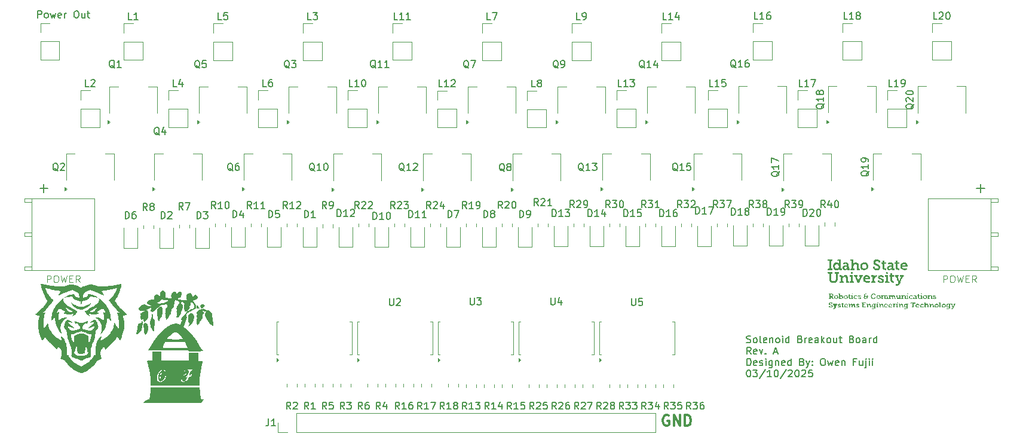
<source format=gbr>
%TF.GenerationSoftware,KiCad,Pcbnew,9.0.0*%
%TF.CreationDate,2025-03-11T14:00:59-06:00*%
%TF.ProjectId,Solenoid Breakout Board,536f6c65-6e6f-4696-9420-427265616b6f,rev?*%
%TF.SameCoordinates,Original*%
%TF.FileFunction,Legend,Top*%
%TF.FilePolarity,Positive*%
%FSLAX46Y46*%
G04 Gerber Fmt 4.6, Leading zero omitted, Abs format (unit mm)*
G04 Created by KiCad (PCBNEW 9.0.0) date 2025-03-11 14:00:59*
%MOMM*%
%LPD*%
G01*
G04 APERTURE LIST*
%ADD10C,0.177800*%
%ADD11C,0.300000*%
%ADD12C,0.100000*%
%ADD13C,0.150000*%
%ADD14C,0.120000*%
%ADD15C,0.000000*%
G04 APERTURE END LIST*
D10*
X45564830Y-120508674D02*
X46725973Y-120508674D01*
X46145401Y-121089245D02*
X46145401Y-119928102D01*
X178279830Y-120508674D02*
X179440973Y-120508674D01*
X178860401Y-121089245D02*
X178860401Y-119928102D01*
D11*
X134690225Y-152677257D02*
X134547368Y-152605828D01*
X134547368Y-152605828D02*
X134333082Y-152605828D01*
X134333082Y-152605828D02*
X134118796Y-152677257D01*
X134118796Y-152677257D02*
X133975939Y-152820114D01*
X133975939Y-152820114D02*
X133904510Y-152962971D01*
X133904510Y-152962971D02*
X133833082Y-153248685D01*
X133833082Y-153248685D02*
X133833082Y-153462971D01*
X133833082Y-153462971D02*
X133904510Y-153748685D01*
X133904510Y-153748685D02*
X133975939Y-153891542D01*
X133975939Y-153891542D02*
X134118796Y-154034400D01*
X134118796Y-154034400D02*
X134333082Y-154105828D01*
X134333082Y-154105828D02*
X134475939Y-154105828D01*
X134475939Y-154105828D02*
X134690225Y-154034400D01*
X134690225Y-154034400D02*
X134761653Y-153962971D01*
X134761653Y-153962971D02*
X134761653Y-153462971D01*
X134761653Y-153462971D02*
X134475939Y-153462971D01*
X135404510Y-154105828D02*
X135404510Y-152605828D01*
X135404510Y-152605828D02*
X136261653Y-154105828D01*
X136261653Y-154105828D02*
X136261653Y-152605828D01*
X136975939Y-154105828D02*
X136975939Y-152605828D01*
X136975939Y-152605828D02*
X137333082Y-152605828D01*
X137333082Y-152605828D02*
X137547368Y-152677257D01*
X137547368Y-152677257D02*
X137690225Y-152820114D01*
X137690225Y-152820114D02*
X137761654Y-152962971D01*
X137761654Y-152962971D02*
X137833082Y-153248685D01*
X137833082Y-153248685D02*
X137833082Y-153462971D01*
X137833082Y-153462971D02*
X137761654Y-153748685D01*
X137761654Y-153748685D02*
X137690225Y-153891542D01*
X137690225Y-153891542D02*
X137547368Y-154034400D01*
X137547368Y-154034400D02*
X137333082Y-154105828D01*
X137333082Y-154105828D02*
X136975939Y-154105828D01*
D10*
X145722449Y-142310922D02*
X145865306Y-142358541D01*
X145865306Y-142358541D02*
X146103401Y-142358541D01*
X146103401Y-142358541D02*
X146198639Y-142310922D01*
X146198639Y-142310922D02*
X146246258Y-142263302D01*
X146246258Y-142263302D02*
X146293877Y-142168064D01*
X146293877Y-142168064D02*
X146293877Y-142072826D01*
X146293877Y-142072826D02*
X146246258Y-141977588D01*
X146246258Y-141977588D02*
X146198639Y-141929969D01*
X146198639Y-141929969D02*
X146103401Y-141882350D01*
X146103401Y-141882350D02*
X145912925Y-141834731D01*
X145912925Y-141834731D02*
X145817687Y-141787112D01*
X145817687Y-141787112D02*
X145770068Y-141739493D01*
X145770068Y-141739493D02*
X145722449Y-141644255D01*
X145722449Y-141644255D02*
X145722449Y-141549017D01*
X145722449Y-141549017D02*
X145770068Y-141453779D01*
X145770068Y-141453779D02*
X145817687Y-141406160D01*
X145817687Y-141406160D02*
X145912925Y-141358541D01*
X145912925Y-141358541D02*
X146151020Y-141358541D01*
X146151020Y-141358541D02*
X146293877Y-141406160D01*
X146865306Y-142358541D02*
X146770068Y-142310922D01*
X146770068Y-142310922D02*
X146722449Y-142263302D01*
X146722449Y-142263302D02*
X146674830Y-142168064D01*
X146674830Y-142168064D02*
X146674830Y-141882350D01*
X146674830Y-141882350D02*
X146722449Y-141787112D01*
X146722449Y-141787112D02*
X146770068Y-141739493D01*
X146770068Y-141739493D02*
X146865306Y-141691874D01*
X146865306Y-141691874D02*
X147008163Y-141691874D01*
X147008163Y-141691874D02*
X147103401Y-141739493D01*
X147103401Y-141739493D02*
X147151020Y-141787112D01*
X147151020Y-141787112D02*
X147198639Y-141882350D01*
X147198639Y-141882350D02*
X147198639Y-142168064D01*
X147198639Y-142168064D02*
X147151020Y-142263302D01*
X147151020Y-142263302D02*
X147103401Y-142310922D01*
X147103401Y-142310922D02*
X147008163Y-142358541D01*
X147008163Y-142358541D02*
X146865306Y-142358541D01*
X147770068Y-142358541D02*
X147674830Y-142310922D01*
X147674830Y-142310922D02*
X147627211Y-142215683D01*
X147627211Y-142215683D02*
X147627211Y-141358541D01*
X148531973Y-142310922D02*
X148436735Y-142358541D01*
X148436735Y-142358541D02*
X148246259Y-142358541D01*
X148246259Y-142358541D02*
X148151021Y-142310922D01*
X148151021Y-142310922D02*
X148103402Y-142215683D01*
X148103402Y-142215683D02*
X148103402Y-141834731D01*
X148103402Y-141834731D02*
X148151021Y-141739493D01*
X148151021Y-141739493D02*
X148246259Y-141691874D01*
X148246259Y-141691874D02*
X148436735Y-141691874D01*
X148436735Y-141691874D02*
X148531973Y-141739493D01*
X148531973Y-141739493D02*
X148579592Y-141834731D01*
X148579592Y-141834731D02*
X148579592Y-141929969D01*
X148579592Y-141929969D02*
X148103402Y-142025207D01*
X149008164Y-141691874D02*
X149008164Y-142358541D01*
X149008164Y-141787112D02*
X149055783Y-141739493D01*
X149055783Y-141739493D02*
X149151021Y-141691874D01*
X149151021Y-141691874D02*
X149293878Y-141691874D01*
X149293878Y-141691874D02*
X149389116Y-141739493D01*
X149389116Y-141739493D02*
X149436735Y-141834731D01*
X149436735Y-141834731D02*
X149436735Y-142358541D01*
X150055783Y-142358541D02*
X149960545Y-142310922D01*
X149960545Y-142310922D02*
X149912926Y-142263302D01*
X149912926Y-142263302D02*
X149865307Y-142168064D01*
X149865307Y-142168064D02*
X149865307Y-141882350D01*
X149865307Y-141882350D02*
X149912926Y-141787112D01*
X149912926Y-141787112D02*
X149960545Y-141739493D01*
X149960545Y-141739493D02*
X150055783Y-141691874D01*
X150055783Y-141691874D02*
X150198640Y-141691874D01*
X150198640Y-141691874D02*
X150293878Y-141739493D01*
X150293878Y-141739493D02*
X150341497Y-141787112D01*
X150341497Y-141787112D02*
X150389116Y-141882350D01*
X150389116Y-141882350D02*
X150389116Y-142168064D01*
X150389116Y-142168064D02*
X150341497Y-142263302D01*
X150341497Y-142263302D02*
X150293878Y-142310922D01*
X150293878Y-142310922D02*
X150198640Y-142358541D01*
X150198640Y-142358541D02*
X150055783Y-142358541D01*
X150817688Y-142358541D02*
X150817688Y-141691874D01*
X150817688Y-141358541D02*
X150770069Y-141406160D01*
X150770069Y-141406160D02*
X150817688Y-141453779D01*
X150817688Y-141453779D02*
X150865307Y-141406160D01*
X150865307Y-141406160D02*
X150817688Y-141358541D01*
X150817688Y-141358541D02*
X150817688Y-141453779D01*
X151722449Y-142358541D02*
X151722449Y-141358541D01*
X151722449Y-142310922D02*
X151627211Y-142358541D01*
X151627211Y-142358541D02*
X151436735Y-142358541D01*
X151436735Y-142358541D02*
X151341497Y-142310922D01*
X151341497Y-142310922D02*
X151293878Y-142263302D01*
X151293878Y-142263302D02*
X151246259Y-142168064D01*
X151246259Y-142168064D02*
X151246259Y-141882350D01*
X151246259Y-141882350D02*
X151293878Y-141787112D01*
X151293878Y-141787112D02*
X151341497Y-141739493D01*
X151341497Y-141739493D02*
X151436735Y-141691874D01*
X151436735Y-141691874D02*
X151627211Y-141691874D01*
X151627211Y-141691874D02*
X151722449Y-141739493D01*
X153293878Y-141834731D02*
X153436735Y-141882350D01*
X153436735Y-141882350D02*
X153484354Y-141929969D01*
X153484354Y-141929969D02*
X153531973Y-142025207D01*
X153531973Y-142025207D02*
X153531973Y-142168064D01*
X153531973Y-142168064D02*
X153484354Y-142263302D01*
X153484354Y-142263302D02*
X153436735Y-142310922D01*
X153436735Y-142310922D02*
X153341497Y-142358541D01*
X153341497Y-142358541D02*
X152960545Y-142358541D01*
X152960545Y-142358541D02*
X152960545Y-141358541D01*
X152960545Y-141358541D02*
X153293878Y-141358541D01*
X153293878Y-141358541D02*
X153389116Y-141406160D01*
X153389116Y-141406160D02*
X153436735Y-141453779D01*
X153436735Y-141453779D02*
X153484354Y-141549017D01*
X153484354Y-141549017D02*
X153484354Y-141644255D01*
X153484354Y-141644255D02*
X153436735Y-141739493D01*
X153436735Y-141739493D02*
X153389116Y-141787112D01*
X153389116Y-141787112D02*
X153293878Y-141834731D01*
X153293878Y-141834731D02*
X152960545Y-141834731D01*
X153960545Y-142358541D02*
X153960545Y-141691874D01*
X153960545Y-141882350D02*
X154008164Y-141787112D01*
X154008164Y-141787112D02*
X154055783Y-141739493D01*
X154055783Y-141739493D02*
X154151021Y-141691874D01*
X154151021Y-141691874D02*
X154246259Y-141691874D01*
X154960545Y-142310922D02*
X154865307Y-142358541D01*
X154865307Y-142358541D02*
X154674831Y-142358541D01*
X154674831Y-142358541D02*
X154579593Y-142310922D01*
X154579593Y-142310922D02*
X154531974Y-142215683D01*
X154531974Y-142215683D02*
X154531974Y-141834731D01*
X154531974Y-141834731D02*
X154579593Y-141739493D01*
X154579593Y-141739493D02*
X154674831Y-141691874D01*
X154674831Y-141691874D02*
X154865307Y-141691874D01*
X154865307Y-141691874D02*
X154960545Y-141739493D01*
X154960545Y-141739493D02*
X155008164Y-141834731D01*
X155008164Y-141834731D02*
X155008164Y-141929969D01*
X155008164Y-141929969D02*
X154531974Y-142025207D01*
X155865307Y-142358541D02*
X155865307Y-141834731D01*
X155865307Y-141834731D02*
X155817688Y-141739493D01*
X155817688Y-141739493D02*
X155722450Y-141691874D01*
X155722450Y-141691874D02*
X155531974Y-141691874D01*
X155531974Y-141691874D02*
X155436736Y-141739493D01*
X155865307Y-142310922D02*
X155770069Y-142358541D01*
X155770069Y-142358541D02*
X155531974Y-142358541D01*
X155531974Y-142358541D02*
X155436736Y-142310922D01*
X155436736Y-142310922D02*
X155389117Y-142215683D01*
X155389117Y-142215683D02*
X155389117Y-142120445D01*
X155389117Y-142120445D02*
X155436736Y-142025207D01*
X155436736Y-142025207D02*
X155531974Y-141977588D01*
X155531974Y-141977588D02*
X155770069Y-141977588D01*
X155770069Y-141977588D02*
X155865307Y-141929969D01*
X156341498Y-142358541D02*
X156341498Y-141358541D01*
X156436736Y-141977588D02*
X156722450Y-142358541D01*
X156722450Y-141691874D02*
X156341498Y-142072826D01*
X157293879Y-142358541D02*
X157198641Y-142310922D01*
X157198641Y-142310922D02*
X157151022Y-142263302D01*
X157151022Y-142263302D02*
X157103403Y-142168064D01*
X157103403Y-142168064D02*
X157103403Y-141882350D01*
X157103403Y-141882350D02*
X157151022Y-141787112D01*
X157151022Y-141787112D02*
X157198641Y-141739493D01*
X157198641Y-141739493D02*
X157293879Y-141691874D01*
X157293879Y-141691874D02*
X157436736Y-141691874D01*
X157436736Y-141691874D02*
X157531974Y-141739493D01*
X157531974Y-141739493D02*
X157579593Y-141787112D01*
X157579593Y-141787112D02*
X157627212Y-141882350D01*
X157627212Y-141882350D02*
X157627212Y-142168064D01*
X157627212Y-142168064D02*
X157579593Y-142263302D01*
X157579593Y-142263302D02*
X157531974Y-142310922D01*
X157531974Y-142310922D02*
X157436736Y-142358541D01*
X157436736Y-142358541D02*
X157293879Y-142358541D01*
X158484355Y-141691874D02*
X158484355Y-142358541D01*
X158055784Y-141691874D02*
X158055784Y-142215683D01*
X158055784Y-142215683D02*
X158103403Y-142310922D01*
X158103403Y-142310922D02*
X158198641Y-142358541D01*
X158198641Y-142358541D02*
X158341498Y-142358541D01*
X158341498Y-142358541D02*
X158436736Y-142310922D01*
X158436736Y-142310922D02*
X158484355Y-142263302D01*
X158817689Y-141691874D02*
X159198641Y-141691874D01*
X158960546Y-141358541D02*
X158960546Y-142215683D01*
X158960546Y-142215683D02*
X159008165Y-142310922D01*
X159008165Y-142310922D02*
X159103403Y-142358541D01*
X159103403Y-142358541D02*
X159198641Y-142358541D01*
X160627213Y-141834731D02*
X160770070Y-141882350D01*
X160770070Y-141882350D02*
X160817689Y-141929969D01*
X160817689Y-141929969D02*
X160865308Y-142025207D01*
X160865308Y-142025207D02*
X160865308Y-142168064D01*
X160865308Y-142168064D02*
X160817689Y-142263302D01*
X160817689Y-142263302D02*
X160770070Y-142310922D01*
X160770070Y-142310922D02*
X160674832Y-142358541D01*
X160674832Y-142358541D02*
X160293880Y-142358541D01*
X160293880Y-142358541D02*
X160293880Y-141358541D01*
X160293880Y-141358541D02*
X160627213Y-141358541D01*
X160627213Y-141358541D02*
X160722451Y-141406160D01*
X160722451Y-141406160D02*
X160770070Y-141453779D01*
X160770070Y-141453779D02*
X160817689Y-141549017D01*
X160817689Y-141549017D02*
X160817689Y-141644255D01*
X160817689Y-141644255D02*
X160770070Y-141739493D01*
X160770070Y-141739493D02*
X160722451Y-141787112D01*
X160722451Y-141787112D02*
X160627213Y-141834731D01*
X160627213Y-141834731D02*
X160293880Y-141834731D01*
X161436737Y-142358541D02*
X161341499Y-142310922D01*
X161341499Y-142310922D02*
X161293880Y-142263302D01*
X161293880Y-142263302D02*
X161246261Y-142168064D01*
X161246261Y-142168064D02*
X161246261Y-141882350D01*
X161246261Y-141882350D02*
X161293880Y-141787112D01*
X161293880Y-141787112D02*
X161341499Y-141739493D01*
X161341499Y-141739493D02*
X161436737Y-141691874D01*
X161436737Y-141691874D02*
X161579594Y-141691874D01*
X161579594Y-141691874D02*
X161674832Y-141739493D01*
X161674832Y-141739493D02*
X161722451Y-141787112D01*
X161722451Y-141787112D02*
X161770070Y-141882350D01*
X161770070Y-141882350D02*
X161770070Y-142168064D01*
X161770070Y-142168064D02*
X161722451Y-142263302D01*
X161722451Y-142263302D02*
X161674832Y-142310922D01*
X161674832Y-142310922D02*
X161579594Y-142358541D01*
X161579594Y-142358541D02*
X161436737Y-142358541D01*
X162627213Y-142358541D02*
X162627213Y-141834731D01*
X162627213Y-141834731D02*
X162579594Y-141739493D01*
X162579594Y-141739493D02*
X162484356Y-141691874D01*
X162484356Y-141691874D02*
X162293880Y-141691874D01*
X162293880Y-141691874D02*
X162198642Y-141739493D01*
X162627213Y-142310922D02*
X162531975Y-142358541D01*
X162531975Y-142358541D02*
X162293880Y-142358541D01*
X162293880Y-142358541D02*
X162198642Y-142310922D01*
X162198642Y-142310922D02*
X162151023Y-142215683D01*
X162151023Y-142215683D02*
X162151023Y-142120445D01*
X162151023Y-142120445D02*
X162198642Y-142025207D01*
X162198642Y-142025207D02*
X162293880Y-141977588D01*
X162293880Y-141977588D02*
X162531975Y-141977588D01*
X162531975Y-141977588D02*
X162627213Y-141929969D01*
X163103404Y-142358541D02*
X163103404Y-141691874D01*
X163103404Y-141882350D02*
X163151023Y-141787112D01*
X163151023Y-141787112D02*
X163198642Y-141739493D01*
X163198642Y-141739493D02*
X163293880Y-141691874D01*
X163293880Y-141691874D02*
X163389118Y-141691874D01*
X164151023Y-142358541D02*
X164151023Y-141358541D01*
X164151023Y-142310922D02*
X164055785Y-142358541D01*
X164055785Y-142358541D02*
X163865309Y-142358541D01*
X163865309Y-142358541D02*
X163770071Y-142310922D01*
X163770071Y-142310922D02*
X163722452Y-142263302D01*
X163722452Y-142263302D02*
X163674833Y-142168064D01*
X163674833Y-142168064D02*
X163674833Y-141882350D01*
X163674833Y-141882350D02*
X163722452Y-141787112D01*
X163722452Y-141787112D02*
X163770071Y-141739493D01*
X163770071Y-141739493D02*
X163865309Y-141691874D01*
X163865309Y-141691874D02*
X164055785Y-141691874D01*
X164055785Y-141691874D02*
X164151023Y-141739493D01*
X146341496Y-143968485D02*
X146008163Y-143492294D01*
X145770068Y-143968485D02*
X145770068Y-142968485D01*
X145770068Y-142968485D02*
X146151020Y-142968485D01*
X146151020Y-142968485D02*
X146246258Y-143016104D01*
X146246258Y-143016104D02*
X146293877Y-143063723D01*
X146293877Y-143063723D02*
X146341496Y-143158961D01*
X146341496Y-143158961D02*
X146341496Y-143301818D01*
X146341496Y-143301818D02*
X146293877Y-143397056D01*
X146293877Y-143397056D02*
X146246258Y-143444675D01*
X146246258Y-143444675D02*
X146151020Y-143492294D01*
X146151020Y-143492294D02*
X145770068Y-143492294D01*
X147151020Y-143920866D02*
X147055782Y-143968485D01*
X147055782Y-143968485D02*
X146865306Y-143968485D01*
X146865306Y-143968485D02*
X146770068Y-143920866D01*
X146770068Y-143920866D02*
X146722449Y-143825627D01*
X146722449Y-143825627D02*
X146722449Y-143444675D01*
X146722449Y-143444675D02*
X146770068Y-143349437D01*
X146770068Y-143349437D02*
X146865306Y-143301818D01*
X146865306Y-143301818D02*
X147055782Y-143301818D01*
X147055782Y-143301818D02*
X147151020Y-143349437D01*
X147151020Y-143349437D02*
X147198639Y-143444675D01*
X147198639Y-143444675D02*
X147198639Y-143539913D01*
X147198639Y-143539913D02*
X146722449Y-143635151D01*
X147531973Y-143301818D02*
X147770068Y-143968485D01*
X147770068Y-143968485D02*
X148008163Y-143301818D01*
X148389116Y-143873246D02*
X148436735Y-143920866D01*
X148436735Y-143920866D02*
X148389116Y-143968485D01*
X148389116Y-143968485D02*
X148341497Y-143920866D01*
X148341497Y-143920866D02*
X148389116Y-143873246D01*
X148389116Y-143873246D02*
X148389116Y-143968485D01*
X149579592Y-143682770D02*
X150055782Y-143682770D01*
X149484354Y-143968485D02*
X149817687Y-142968485D01*
X149817687Y-142968485D02*
X150151020Y-143968485D01*
X145770068Y-145578429D02*
X145770068Y-144578429D01*
X145770068Y-144578429D02*
X146008163Y-144578429D01*
X146008163Y-144578429D02*
X146151020Y-144626048D01*
X146151020Y-144626048D02*
X146246258Y-144721286D01*
X146246258Y-144721286D02*
X146293877Y-144816524D01*
X146293877Y-144816524D02*
X146341496Y-145007000D01*
X146341496Y-145007000D02*
X146341496Y-145149857D01*
X146341496Y-145149857D02*
X146293877Y-145340333D01*
X146293877Y-145340333D02*
X146246258Y-145435571D01*
X146246258Y-145435571D02*
X146151020Y-145530810D01*
X146151020Y-145530810D02*
X146008163Y-145578429D01*
X146008163Y-145578429D02*
X145770068Y-145578429D01*
X147151020Y-145530810D02*
X147055782Y-145578429D01*
X147055782Y-145578429D02*
X146865306Y-145578429D01*
X146865306Y-145578429D02*
X146770068Y-145530810D01*
X146770068Y-145530810D02*
X146722449Y-145435571D01*
X146722449Y-145435571D02*
X146722449Y-145054619D01*
X146722449Y-145054619D02*
X146770068Y-144959381D01*
X146770068Y-144959381D02*
X146865306Y-144911762D01*
X146865306Y-144911762D02*
X147055782Y-144911762D01*
X147055782Y-144911762D02*
X147151020Y-144959381D01*
X147151020Y-144959381D02*
X147198639Y-145054619D01*
X147198639Y-145054619D02*
X147198639Y-145149857D01*
X147198639Y-145149857D02*
X146722449Y-145245095D01*
X147579592Y-145530810D02*
X147674830Y-145578429D01*
X147674830Y-145578429D02*
X147865306Y-145578429D01*
X147865306Y-145578429D02*
X147960544Y-145530810D01*
X147960544Y-145530810D02*
X148008163Y-145435571D01*
X148008163Y-145435571D02*
X148008163Y-145387952D01*
X148008163Y-145387952D02*
X147960544Y-145292714D01*
X147960544Y-145292714D02*
X147865306Y-145245095D01*
X147865306Y-145245095D02*
X147722449Y-145245095D01*
X147722449Y-145245095D02*
X147627211Y-145197476D01*
X147627211Y-145197476D02*
X147579592Y-145102238D01*
X147579592Y-145102238D02*
X147579592Y-145054619D01*
X147579592Y-145054619D02*
X147627211Y-144959381D01*
X147627211Y-144959381D02*
X147722449Y-144911762D01*
X147722449Y-144911762D02*
X147865306Y-144911762D01*
X147865306Y-144911762D02*
X147960544Y-144959381D01*
X148436735Y-145578429D02*
X148436735Y-144911762D01*
X148436735Y-144578429D02*
X148389116Y-144626048D01*
X148389116Y-144626048D02*
X148436735Y-144673667D01*
X148436735Y-144673667D02*
X148484354Y-144626048D01*
X148484354Y-144626048D02*
X148436735Y-144578429D01*
X148436735Y-144578429D02*
X148436735Y-144673667D01*
X149341496Y-144911762D02*
X149341496Y-145721286D01*
X149341496Y-145721286D02*
X149293877Y-145816524D01*
X149293877Y-145816524D02*
X149246258Y-145864143D01*
X149246258Y-145864143D02*
X149151020Y-145911762D01*
X149151020Y-145911762D02*
X149008163Y-145911762D01*
X149008163Y-145911762D02*
X148912925Y-145864143D01*
X149341496Y-145530810D02*
X149246258Y-145578429D01*
X149246258Y-145578429D02*
X149055782Y-145578429D01*
X149055782Y-145578429D02*
X148960544Y-145530810D01*
X148960544Y-145530810D02*
X148912925Y-145483190D01*
X148912925Y-145483190D02*
X148865306Y-145387952D01*
X148865306Y-145387952D02*
X148865306Y-145102238D01*
X148865306Y-145102238D02*
X148912925Y-145007000D01*
X148912925Y-145007000D02*
X148960544Y-144959381D01*
X148960544Y-144959381D02*
X149055782Y-144911762D01*
X149055782Y-144911762D02*
X149246258Y-144911762D01*
X149246258Y-144911762D02*
X149341496Y-144959381D01*
X149817687Y-144911762D02*
X149817687Y-145578429D01*
X149817687Y-145007000D02*
X149865306Y-144959381D01*
X149865306Y-144959381D02*
X149960544Y-144911762D01*
X149960544Y-144911762D02*
X150103401Y-144911762D01*
X150103401Y-144911762D02*
X150198639Y-144959381D01*
X150198639Y-144959381D02*
X150246258Y-145054619D01*
X150246258Y-145054619D02*
X150246258Y-145578429D01*
X151103401Y-145530810D02*
X151008163Y-145578429D01*
X151008163Y-145578429D02*
X150817687Y-145578429D01*
X150817687Y-145578429D02*
X150722449Y-145530810D01*
X150722449Y-145530810D02*
X150674830Y-145435571D01*
X150674830Y-145435571D02*
X150674830Y-145054619D01*
X150674830Y-145054619D02*
X150722449Y-144959381D01*
X150722449Y-144959381D02*
X150817687Y-144911762D01*
X150817687Y-144911762D02*
X151008163Y-144911762D01*
X151008163Y-144911762D02*
X151103401Y-144959381D01*
X151103401Y-144959381D02*
X151151020Y-145054619D01*
X151151020Y-145054619D02*
X151151020Y-145149857D01*
X151151020Y-145149857D02*
X150674830Y-145245095D01*
X152008163Y-145578429D02*
X152008163Y-144578429D01*
X152008163Y-145530810D02*
X151912925Y-145578429D01*
X151912925Y-145578429D02*
X151722449Y-145578429D01*
X151722449Y-145578429D02*
X151627211Y-145530810D01*
X151627211Y-145530810D02*
X151579592Y-145483190D01*
X151579592Y-145483190D02*
X151531973Y-145387952D01*
X151531973Y-145387952D02*
X151531973Y-145102238D01*
X151531973Y-145102238D02*
X151579592Y-145007000D01*
X151579592Y-145007000D02*
X151627211Y-144959381D01*
X151627211Y-144959381D02*
X151722449Y-144911762D01*
X151722449Y-144911762D02*
X151912925Y-144911762D01*
X151912925Y-144911762D02*
X152008163Y-144959381D01*
X153579592Y-145054619D02*
X153722449Y-145102238D01*
X153722449Y-145102238D02*
X153770068Y-145149857D01*
X153770068Y-145149857D02*
X153817687Y-145245095D01*
X153817687Y-145245095D02*
X153817687Y-145387952D01*
X153817687Y-145387952D02*
X153770068Y-145483190D01*
X153770068Y-145483190D02*
X153722449Y-145530810D01*
X153722449Y-145530810D02*
X153627211Y-145578429D01*
X153627211Y-145578429D02*
X153246259Y-145578429D01*
X153246259Y-145578429D02*
X153246259Y-144578429D01*
X153246259Y-144578429D02*
X153579592Y-144578429D01*
X153579592Y-144578429D02*
X153674830Y-144626048D01*
X153674830Y-144626048D02*
X153722449Y-144673667D01*
X153722449Y-144673667D02*
X153770068Y-144768905D01*
X153770068Y-144768905D02*
X153770068Y-144864143D01*
X153770068Y-144864143D02*
X153722449Y-144959381D01*
X153722449Y-144959381D02*
X153674830Y-145007000D01*
X153674830Y-145007000D02*
X153579592Y-145054619D01*
X153579592Y-145054619D02*
X153246259Y-145054619D01*
X154151021Y-144911762D02*
X154389116Y-145578429D01*
X154627211Y-144911762D02*
X154389116Y-145578429D01*
X154389116Y-145578429D02*
X154293878Y-145816524D01*
X154293878Y-145816524D02*
X154246259Y-145864143D01*
X154246259Y-145864143D02*
X154151021Y-145911762D01*
X155008164Y-145483190D02*
X155055783Y-145530810D01*
X155055783Y-145530810D02*
X155008164Y-145578429D01*
X155008164Y-145578429D02*
X154960545Y-145530810D01*
X154960545Y-145530810D02*
X155008164Y-145483190D01*
X155008164Y-145483190D02*
X155008164Y-145578429D01*
X155008164Y-144959381D02*
X155055783Y-145007000D01*
X155055783Y-145007000D02*
X155008164Y-145054619D01*
X155008164Y-145054619D02*
X154960545Y-145007000D01*
X154960545Y-145007000D02*
X155008164Y-144959381D01*
X155008164Y-144959381D02*
X155008164Y-145054619D01*
X156436735Y-144578429D02*
X156627211Y-144578429D01*
X156627211Y-144578429D02*
X156722449Y-144626048D01*
X156722449Y-144626048D02*
X156817687Y-144721286D01*
X156817687Y-144721286D02*
X156865306Y-144911762D01*
X156865306Y-144911762D02*
X156865306Y-145245095D01*
X156865306Y-145245095D02*
X156817687Y-145435571D01*
X156817687Y-145435571D02*
X156722449Y-145530810D01*
X156722449Y-145530810D02*
X156627211Y-145578429D01*
X156627211Y-145578429D02*
X156436735Y-145578429D01*
X156436735Y-145578429D02*
X156341497Y-145530810D01*
X156341497Y-145530810D02*
X156246259Y-145435571D01*
X156246259Y-145435571D02*
X156198640Y-145245095D01*
X156198640Y-145245095D02*
X156198640Y-144911762D01*
X156198640Y-144911762D02*
X156246259Y-144721286D01*
X156246259Y-144721286D02*
X156341497Y-144626048D01*
X156341497Y-144626048D02*
X156436735Y-144578429D01*
X157198640Y-144911762D02*
X157389116Y-145578429D01*
X157389116Y-145578429D02*
X157579592Y-145102238D01*
X157579592Y-145102238D02*
X157770068Y-145578429D01*
X157770068Y-145578429D02*
X157960544Y-144911762D01*
X158722449Y-145530810D02*
X158627211Y-145578429D01*
X158627211Y-145578429D02*
X158436735Y-145578429D01*
X158436735Y-145578429D02*
X158341497Y-145530810D01*
X158341497Y-145530810D02*
X158293878Y-145435571D01*
X158293878Y-145435571D02*
X158293878Y-145054619D01*
X158293878Y-145054619D02*
X158341497Y-144959381D01*
X158341497Y-144959381D02*
X158436735Y-144911762D01*
X158436735Y-144911762D02*
X158627211Y-144911762D01*
X158627211Y-144911762D02*
X158722449Y-144959381D01*
X158722449Y-144959381D02*
X158770068Y-145054619D01*
X158770068Y-145054619D02*
X158770068Y-145149857D01*
X158770068Y-145149857D02*
X158293878Y-145245095D01*
X159198640Y-144911762D02*
X159198640Y-145578429D01*
X159198640Y-145007000D02*
X159246259Y-144959381D01*
X159246259Y-144959381D02*
X159341497Y-144911762D01*
X159341497Y-144911762D02*
X159484354Y-144911762D01*
X159484354Y-144911762D02*
X159579592Y-144959381D01*
X159579592Y-144959381D02*
X159627211Y-145054619D01*
X159627211Y-145054619D02*
X159627211Y-145578429D01*
X161198640Y-145054619D02*
X160865307Y-145054619D01*
X160865307Y-145578429D02*
X160865307Y-144578429D01*
X160865307Y-144578429D02*
X161341497Y-144578429D01*
X162151021Y-144911762D02*
X162151021Y-145578429D01*
X161722450Y-144911762D02*
X161722450Y-145435571D01*
X161722450Y-145435571D02*
X161770069Y-145530810D01*
X161770069Y-145530810D02*
X161865307Y-145578429D01*
X161865307Y-145578429D02*
X162008164Y-145578429D01*
X162008164Y-145578429D02*
X162103402Y-145530810D01*
X162103402Y-145530810D02*
X162151021Y-145483190D01*
X162627212Y-144911762D02*
X162627212Y-145768905D01*
X162627212Y-145768905D02*
X162579593Y-145864143D01*
X162579593Y-145864143D02*
X162484355Y-145911762D01*
X162484355Y-145911762D02*
X162436736Y-145911762D01*
X162627212Y-144578429D02*
X162579593Y-144626048D01*
X162579593Y-144626048D02*
X162627212Y-144673667D01*
X162627212Y-144673667D02*
X162674831Y-144626048D01*
X162674831Y-144626048D02*
X162627212Y-144578429D01*
X162627212Y-144578429D02*
X162627212Y-144673667D01*
X163103402Y-145578429D02*
X163103402Y-144911762D01*
X163103402Y-144578429D02*
X163055783Y-144626048D01*
X163055783Y-144626048D02*
X163103402Y-144673667D01*
X163103402Y-144673667D02*
X163151021Y-144626048D01*
X163151021Y-144626048D02*
X163103402Y-144578429D01*
X163103402Y-144578429D02*
X163103402Y-144673667D01*
X163579592Y-145578429D02*
X163579592Y-144911762D01*
X163579592Y-144578429D02*
X163531973Y-144626048D01*
X163531973Y-144626048D02*
X163579592Y-144673667D01*
X163579592Y-144673667D02*
X163627211Y-144626048D01*
X163627211Y-144626048D02*
X163579592Y-144578429D01*
X163579592Y-144578429D02*
X163579592Y-144673667D01*
X145960544Y-146188373D02*
X146055782Y-146188373D01*
X146055782Y-146188373D02*
X146151020Y-146235992D01*
X146151020Y-146235992D02*
X146198639Y-146283611D01*
X146198639Y-146283611D02*
X146246258Y-146378849D01*
X146246258Y-146378849D02*
X146293877Y-146569325D01*
X146293877Y-146569325D02*
X146293877Y-146807420D01*
X146293877Y-146807420D02*
X146246258Y-146997896D01*
X146246258Y-146997896D02*
X146198639Y-147093134D01*
X146198639Y-147093134D02*
X146151020Y-147140754D01*
X146151020Y-147140754D02*
X146055782Y-147188373D01*
X146055782Y-147188373D02*
X145960544Y-147188373D01*
X145960544Y-147188373D02*
X145865306Y-147140754D01*
X145865306Y-147140754D02*
X145817687Y-147093134D01*
X145817687Y-147093134D02*
X145770068Y-146997896D01*
X145770068Y-146997896D02*
X145722449Y-146807420D01*
X145722449Y-146807420D02*
X145722449Y-146569325D01*
X145722449Y-146569325D02*
X145770068Y-146378849D01*
X145770068Y-146378849D02*
X145817687Y-146283611D01*
X145817687Y-146283611D02*
X145865306Y-146235992D01*
X145865306Y-146235992D02*
X145960544Y-146188373D01*
X146627211Y-146188373D02*
X147246258Y-146188373D01*
X147246258Y-146188373D02*
X146912925Y-146569325D01*
X146912925Y-146569325D02*
X147055782Y-146569325D01*
X147055782Y-146569325D02*
X147151020Y-146616944D01*
X147151020Y-146616944D02*
X147198639Y-146664563D01*
X147198639Y-146664563D02*
X147246258Y-146759801D01*
X147246258Y-146759801D02*
X147246258Y-146997896D01*
X147246258Y-146997896D02*
X147198639Y-147093134D01*
X147198639Y-147093134D02*
X147151020Y-147140754D01*
X147151020Y-147140754D02*
X147055782Y-147188373D01*
X147055782Y-147188373D02*
X146770068Y-147188373D01*
X146770068Y-147188373D02*
X146674830Y-147140754D01*
X146674830Y-147140754D02*
X146627211Y-147093134D01*
X148389115Y-146140754D02*
X147531973Y-147426468D01*
X149246258Y-147188373D02*
X148674830Y-147188373D01*
X148960544Y-147188373D02*
X148960544Y-146188373D01*
X148960544Y-146188373D02*
X148865306Y-146331230D01*
X148865306Y-146331230D02*
X148770068Y-146426468D01*
X148770068Y-146426468D02*
X148674830Y-146474087D01*
X149865306Y-146188373D02*
X149960544Y-146188373D01*
X149960544Y-146188373D02*
X150055782Y-146235992D01*
X150055782Y-146235992D02*
X150103401Y-146283611D01*
X150103401Y-146283611D02*
X150151020Y-146378849D01*
X150151020Y-146378849D02*
X150198639Y-146569325D01*
X150198639Y-146569325D02*
X150198639Y-146807420D01*
X150198639Y-146807420D02*
X150151020Y-146997896D01*
X150151020Y-146997896D02*
X150103401Y-147093134D01*
X150103401Y-147093134D02*
X150055782Y-147140754D01*
X150055782Y-147140754D02*
X149960544Y-147188373D01*
X149960544Y-147188373D02*
X149865306Y-147188373D01*
X149865306Y-147188373D02*
X149770068Y-147140754D01*
X149770068Y-147140754D02*
X149722449Y-147093134D01*
X149722449Y-147093134D02*
X149674830Y-146997896D01*
X149674830Y-146997896D02*
X149627211Y-146807420D01*
X149627211Y-146807420D02*
X149627211Y-146569325D01*
X149627211Y-146569325D02*
X149674830Y-146378849D01*
X149674830Y-146378849D02*
X149722449Y-146283611D01*
X149722449Y-146283611D02*
X149770068Y-146235992D01*
X149770068Y-146235992D02*
X149865306Y-146188373D01*
X151341496Y-146140754D02*
X150484354Y-147426468D01*
X151627211Y-146283611D02*
X151674830Y-146235992D01*
X151674830Y-146235992D02*
X151770068Y-146188373D01*
X151770068Y-146188373D02*
X152008163Y-146188373D01*
X152008163Y-146188373D02*
X152103401Y-146235992D01*
X152103401Y-146235992D02*
X152151020Y-146283611D01*
X152151020Y-146283611D02*
X152198639Y-146378849D01*
X152198639Y-146378849D02*
X152198639Y-146474087D01*
X152198639Y-146474087D02*
X152151020Y-146616944D01*
X152151020Y-146616944D02*
X151579592Y-147188373D01*
X151579592Y-147188373D02*
X152198639Y-147188373D01*
X152817687Y-146188373D02*
X152912925Y-146188373D01*
X152912925Y-146188373D02*
X153008163Y-146235992D01*
X153008163Y-146235992D02*
X153055782Y-146283611D01*
X153055782Y-146283611D02*
X153103401Y-146378849D01*
X153103401Y-146378849D02*
X153151020Y-146569325D01*
X153151020Y-146569325D02*
X153151020Y-146807420D01*
X153151020Y-146807420D02*
X153103401Y-146997896D01*
X153103401Y-146997896D02*
X153055782Y-147093134D01*
X153055782Y-147093134D02*
X153008163Y-147140754D01*
X153008163Y-147140754D02*
X152912925Y-147188373D01*
X152912925Y-147188373D02*
X152817687Y-147188373D01*
X152817687Y-147188373D02*
X152722449Y-147140754D01*
X152722449Y-147140754D02*
X152674830Y-147093134D01*
X152674830Y-147093134D02*
X152627211Y-146997896D01*
X152627211Y-146997896D02*
X152579592Y-146807420D01*
X152579592Y-146807420D02*
X152579592Y-146569325D01*
X152579592Y-146569325D02*
X152627211Y-146378849D01*
X152627211Y-146378849D02*
X152674830Y-146283611D01*
X152674830Y-146283611D02*
X152722449Y-146235992D01*
X152722449Y-146235992D02*
X152817687Y-146188373D01*
X153531973Y-146283611D02*
X153579592Y-146235992D01*
X153579592Y-146235992D02*
X153674830Y-146188373D01*
X153674830Y-146188373D02*
X153912925Y-146188373D01*
X153912925Y-146188373D02*
X154008163Y-146235992D01*
X154008163Y-146235992D02*
X154055782Y-146283611D01*
X154055782Y-146283611D02*
X154103401Y-146378849D01*
X154103401Y-146378849D02*
X154103401Y-146474087D01*
X154103401Y-146474087D02*
X154055782Y-146616944D01*
X154055782Y-146616944D02*
X153484354Y-147188373D01*
X153484354Y-147188373D02*
X154103401Y-147188373D01*
X155008163Y-146188373D02*
X154531973Y-146188373D01*
X154531973Y-146188373D02*
X154484354Y-146664563D01*
X154484354Y-146664563D02*
X154531973Y-146616944D01*
X154531973Y-146616944D02*
X154627211Y-146569325D01*
X154627211Y-146569325D02*
X154865306Y-146569325D01*
X154865306Y-146569325D02*
X154960544Y-146616944D01*
X154960544Y-146616944D02*
X155008163Y-146664563D01*
X155008163Y-146664563D02*
X155055782Y-146759801D01*
X155055782Y-146759801D02*
X155055782Y-146997896D01*
X155055782Y-146997896D02*
X155008163Y-147093134D01*
X155008163Y-147093134D02*
X154960544Y-147140754D01*
X154960544Y-147140754D02*
X154865306Y-147188373D01*
X154865306Y-147188373D02*
X154627211Y-147188373D01*
X154627211Y-147188373D02*
X154531973Y-147140754D01*
X154531973Y-147140754D02*
X154484354Y-147093134D01*
D12*
X173585476Y-133807419D02*
X173585476Y-132807419D01*
X173585476Y-132807419D02*
X173966428Y-132807419D01*
X173966428Y-132807419D02*
X174061666Y-132855038D01*
X174061666Y-132855038D02*
X174109285Y-132902657D01*
X174109285Y-132902657D02*
X174156904Y-132997895D01*
X174156904Y-132997895D02*
X174156904Y-133140752D01*
X174156904Y-133140752D02*
X174109285Y-133235990D01*
X174109285Y-133235990D02*
X174061666Y-133283609D01*
X174061666Y-133283609D02*
X173966428Y-133331228D01*
X173966428Y-133331228D02*
X173585476Y-133331228D01*
X174775952Y-132807419D02*
X174966428Y-132807419D01*
X174966428Y-132807419D02*
X175061666Y-132855038D01*
X175061666Y-132855038D02*
X175156904Y-132950276D01*
X175156904Y-132950276D02*
X175204523Y-133140752D01*
X175204523Y-133140752D02*
X175204523Y-133474085D01*
X175204523Y-133474085D02*
X175156904Y-133664561D01*
X175156904Y-133664561D02*
X175061666Y-133759800D01*
X175061666Y-133759800D02*
X174966428Y-133807419D01*
X174966428Y-133807419D02*
X174775952Y-133807419D01*
X174775952Y-133807419D02*
X174680714Y-133759800D01*
X174680714Y-133759800D02*
X174585476Y-133664561D01*
X174585476Y-133664561D02*
X174537857Y-133474085D01*
X174537857Y-133474085D02*
X174537857Y-133140752D01*
X174537857Y-133140752D02*
X174585476Y-132950276D01*
X174585476Y-132950276D02*
X174680714Y-132855038D01*
X174680714Y-132855038D02*
X174775952Y-132807419D01*
X175537857Y-132807419D02*
X175775952Y-133807419D01*
X175775952Y-133807419D02*
X175966428Y-133093133D01*
X175966428Y-133093133D02*
X176156904Y-133807419D01*
X176156904Y-133807419D02*
X176395000Y-132807419D01*
X176775952Y-133283609D02*
X177109285Y-133283609D01*
X177252142Y-133807419D02*
X176775952Y-133807419D01*
X176775952Y-133807419D02*
X176775952Y-132807419D01*
X176775952Y-132807419D02*
X177252142Y-132807419D01*
X178252142Y-133807419D02*
X177918809Y-133331228D01*
X177680714Y-133807419D02*
X177680714Y-132807419D01*
X177680714Y-132807419D02*
X178061666Y-132807419D01*
X178061666Y-132807419D02*
X178156904Y-132855038D01*
X178156904Y-132855038D02*
X178204523Y-132902657D01*
X178204523Y-132902657D02*
X178252142Y-132997895D01*
X178252142Y-132997895D02*
X178252142Y-133140752D01*
X178252142Y-133140752D02*
X178204523Y-133235990D01*
X178204523Y-133235990D02*
X178156904Y-133283609D01*
X178156904Y-133283609D02*
X178061666Y-133331228D01*
X178061666Y-133331228D02*
X177680714Y-133331228D01*
D13*
X147312142Y-96549819D02*
X146835952Y-96549819D01*
X146835952Y-96549819D02*
X146835952Y-95549819D01*
X148169285Y-96549819D02*
X147597857Y-96549819D01*
X147883571Y-96549819D02*
X147883571Y-95549819D01*
X147883571Y-95549819D02*
X147788333Y-95692676D01*
X147788333Y-95692676D02*
X147693095Y-95787914D01*
X147693095Y-95787914D02*
X147597857Y-95835533D01*
X149026428Y-95549819D02*
X148835952Y-95549819D01*
X148835952Y-95549819D02*
X148740714Y-95597438D01*
X148740714Y-95597438D02*
X148693095Y-95645057D01*
X148693095Y-95645057D02*
X148597857Y-95787914D01*
X148597857Y-95787914D02*
X148550238Y-95978390D01*
X148550238Y-95978390D02*
X148550238Y-96359342D01*
X148550238Y-96359342D02*
X148597857Y-96454580D01*
X148597857Y-96454580D02*
X148645476Y-96502200D01*
X148645476Y-96502200D02*
X148740714Y-96549819D01*
X148740714Y-96549819D02*
X148931190Y-96549819D01*
X148931190Y-96549819D02*
X149026428Y-96502200D01*
X149026428Y-96502200D02*
X149074047Y-96454580D01*
X149074047Y-96454580D02*
X149121666Y-96359342D01*
X149121666Y-96359342D02*
X149121666Y-96121247D01*
X149121666Y-96121247D02*
X149074047Y-96026009D01*
X149074047Y-96026009D02*
X149026428Y-95978390D01*
X149026428Y-95978390D02*
X148931190Y-95930771D01*
X148931190Y-95930771D02*
X148740714Y-95930771D01*
X148740714Y-95930771D02*
X148645476Y-95978390D01*
X148645476Y-95978390D02*
X148597857Y-96026009D01*
X148597857Y-96026009D02*
X148550238Y-96121247D01*
X89922142Y-106074819D02*
X89445952Y-106074819D01*
X89445952Y-106074819D02*
X89445952Y-105074819D01*
X90779285Y-106074819D02*
X90207857Y-106074819D01*
X90493571Y-106074819D02*
X90493571Y-105074819D01*
X90493571Y-105074819D02*
X90398333Y-105217676D01*
X90398333Y-105217676D02*
X90303095Y-105312914D01*
X90303095Y-105312914D02*
X90207857Y-105360533D01*
X91398333Y-105074819D02*
X91493571Y-105074819D01*
X91493571Y-105074819D02*
X91588809Y-105122438D01*
X91588809Y-105122438D02*
X91636428Y-105170057D01*
X91636428Y-105170057D02*
X91684047Y-105265295D01*
X91684047Y-105265295D02*
X91731666Y-105455771D01*
X91731666Y-105455771D02*
X91731666Y-105693866D01*
X91731666Y-105693866D02*
X91684047Y-105884342D01*
X91684047Y-105884342D02*
X91636428Y-105979580D01*
X91636428Y-105979580D02*
X91588809Y-106027200D01*
X91588809Y-106027200D02*
X91493571Y-106074819D01*
X91493571Y-106074819D02*
X91398333Y-106074819D01*
X91398333Y-106074819D02*
X91303095Y-106027200D01*
X91303095Y-106027200D02*
X91255476Y-105979580D01*
X91255476Y-105979580D02*
X91207857Y-105884342D01*
X91207857Y-105884342D02*
X91160238Y-105693866D01*
X91160238Y-105693866D02*
X91160238Y-105455771D01*
X91160238Y-105455771D02*
X91207857Y-105265295D01*
X91207857Y-105265295D02*
X91255476Y-105170057D01*
X91255476Y-105170057D02*
X91303095Y-105122438D01*
X91303095Y-105122438D02*
X91398333Y-105074819D01*
X134612142Y-151759819D02*
X134278809Y-151283628D01*
X134040714Y-151759819D02*
X134040714Y-150759819D01*
X134040714Y-150759819D02*
X134421666Y-150759819D01*
X134421666Y-150759819D02*
X134516904Y-150807438D01*
X134516904Y-150807438D02*
X134564523Y-150855057D01*
X134564523Y-150855057D02*
X134612142Y-150950295D01*
X134612142Y-150950295D02*
X134612142Y-151093152D01*
X134612142Y-151093152D02*
X134564523Y-151188390D01*
X134564523Y-151188390D02*
X134516904Y-151236009D01*
X134516904Y-151236009D02*
X134421666Y-151283628D01*
X134421666Y-151283628D02*
X134040714Y-151283628D01*
X134945476Y-150759819D02*
X135564523Y-150759819D01*
X135564523Y-150759819D02*
X135231190Y-151140771D01*
X135231190Y-151140771D02*
X135374047Y-151140771D01*
X135374047Y-151140771D02*
X135469285Y-151188390D01*
X135469285Y-151188390D02*
X135516904Y-151236009D01*
X135516904Y-151236009D02*
X135564523Y-151331247D01*
X135564523Y-151331247D02*
X135564523Y-151569342D01*
X135564523Y-151569342D02*
X135516904Y-151664580D01*
X135516904Y-151664580D02*
X135469285Y-151712200D01*
X135469285Y-151712200D02*
X135374047Y-151759819D01*
X135374047Y-151759819D02*
X135088333Y-151759819D01*
X135088333Y-151759819D02*
X134993095Y-151712200D01*
X134993095Y-151712200D02*
X134945476Y-151664580D01*
X136469285Y-150759819D02*
X135993095Y-150759819D01*
X135993095Y-150759819D02*
X135945476Y-151236009D01*
X135945476Y-151236009D02*
X135993095Y-151188390D01*
X135993095Y-151188390D02*
X136088333Y-151140771D01*
X136088333Y-151140771D02*
X136326428Y-151140771D01*
X136326428Y-151140771D02*
X136421666Y-151188390D01*
X136421666Y-151188390D02*
X136469285Y-151236009D01*
X136469285Y-151236009D02*
X136516904Y-151331247D01*
X136516904Y-151331247D02*
X136516904Y-151569342D01*
X136516904Y-151569342D02*
X136469285Y-151664580D01*
X136469285Y-151664580D02*
X136421666Y-151712200D01*
X136421666Y-151712200D02*
X136326428Y-151759819D01*
X136326428Y-151759819D02*
X136088333Y-151759819D01*
X136088333Y-151759819D02*
X135993095Y-151712200D01*
X135993095Y-151712200D02*
X135945476Y-151664580D01*
X115798333Y-106124819D02*
X115322143Y-106124819D01*
X115322143Y-106124819D02*
X115322143Y-105124819D01*
X116274524Y-105553390D02*
X116179286Y-105505771D01*
X116179286Y-105505771D02*
X116131667Y-105458152D01*
X116131667Y-105458152D02*
X116084048Y-105362914D01*
X116084048Y-105362914D02*
X116084048Y-105315295D01*
X116084048Y-105315295D02*
X116131667Y-105220057D01*
X116131667Y-105220057D02*
X116179286Y-105172438D01*
X116179286Y-105172438D02*
X116274524Y-105124819D01*
X116274524Y-105124819D02*
X116465000Y-105124819D01*
X116465000Y-105124819D02*
X116560238Y-105172438D01*
X116560238Y-105172438D02*
X116607857Y-105220057D01*
X116607857Y-105220057D02*
X116655476Y-105315295D01*
X116655476Y-105315295D02*
X116655476Y-105362914D01*
X116655476Y-105362914D02*
X116607857Y-105458152D01*
X116607857Y-105458152D02*
X116560238Y-105505771D01*
X116560238Y-105505771D02*
X116465000Y-105553390D01*
X116465000Y-105553390D02*
X116274524Y-105553390D01*
X116274524Y-105553390D02*
X116179286Y-105601009D01*
X116179286Y-105601009D02*
X116131667Y-105648628D01*
X116131667Y-105648628D02*
X116084048Y-105743866D01*
X116084048Y-105743866D02*
X116084048Y-105934342D01*
X116084048Y-105934342D02*
X116131667Y-106029580D01*
X116131667Y-106029580D02*
X116179286Y-106077200D01*
X116179286Y-106077200D02*
X116274524Y-106124819D01*
X116274524Y-106124819D02*
X116465000Y-106124819D01*
X116465000Y-106124819D02*
X116560238Y-106077200D01*
X116560238Y-106077200D02*
X116607857Y-106029580D01*
X116607857Y-106029580D02*
X116655476Y-105934342D01*
X116655476Y-105934342D02*
X116655476Y-105743866D01*
X116655476Y-105743866D02*
X116607857Y-105648628D01*
X116607857Y-105648628D02*
X116560238Y-105601009D01*
X116560238Y-105601009D02*
X116465000Y-105553390D01*
X97845714Y-124635319D02*
X97845714Y-123635319D01*
X97845714Y-123635319D02*
X98083809Y-123635319D01*
X98083809Y-123635319D02*
X98226666Y-123682938D01*
X98226666Y-123682938D02*
X98321904Y-123778176D01*
X98321904Y-123778176D02*
X98369523Y-123873414D01*
X98369523Y-123873414D02*
X98417142Y-124063890D01*
X98417142Y-124063890D02*
X98417142Y-124206747D01*
X98417142Y-124206747D02*
X98369523Y-124397223D01*
X98369523Y-124397223D02*
X98321904Y-124492461D01*
X98321904Y-124492461D02*
X98226666Y-124587700D01*
X98226666Y-124587700D02*
X98083809Y-124635319D01*
X98083809Y-124635319D02*
X97845714Y-124635319D01*
X99369523Y-124635319D02*
X98798095Y-124635319D01*
X99083809Y-124635319D02*
X99083809Y-123635319D01*
X99083809Y-123635319D02*
X98988571Y-123778176D01*
X98988571Y-123778176D02*
X98893333Y-123873414D01*
X98893333Y-123873414D02*
X98798095Y-123921033D01*
X100321904Y-124635319D02*
X99750476Y-124635319D01*
X100036190Y-124635319D02*
X100036190Y-123635319D01*
X100036190Y-123635319D02*
X99940952Y-123778176D01*
X99940952Y-123778176D02*
X99845714Y-123873414D01*
X99845714Y-123873414D02*
X99750476Y-123921033D01*
X122148333Y-96594819D02*
X121672143Y-96594819D01*
X121672143Y-96594819D02*
X121672143Y-95594819D01*
X122529286Y-96594819D02*
X122719762Y-96594819D01*
X122719762Y-96594819D02*
X122815000Y-96547200D01*
X122815000Y-96547200D02*
X122862619Y-96499580D01*
X122862619Y-96499580D02*
X122957857Y-96356723D01*
X122957857Y-96356723D02*
X123005476Y-96166247D01*
X123005476Y-96166247D02*
X123005476Y-95785295D01*
X123005476Y-95785295D02*
X122957857Y-95690057D01*
X122957857Y-95690057D02*
X122910238Y-95642438D01*
X122910238Y-95642438D02*
X122815000Y-95594819D01*
X122815000Y-95594819D02*
X122624524Y-95594819D01*
X122624524Y-95594819D02*
X122529286Y-95642438D01*
X122529286Y-95642438D02*
X122481667Y-95690057D01*
X122481667Y-95690057D02*
X122434048Y-95785295D01*
X122434048Y-95785295D02*
X122434048Y-96023390D01*
X122434048Y-96023390D02*
X122481667Y-96118628D01*
X122481667Y-96118628D02*
X122529286Y-96166247D01*
X122529286Y-96166247D02*
X122624524Y-96213866D01*
X122624524Y-96213866D02*
X122815000Y-96213866D01*
X122815000Y-96213866D02*
X122910238Y-96166247D01*
X122910238Y-96166247D02*
X122957857Y-96118628D01*
X122957857Y-96118628D02*
X123005476Y-96023390D01*
X136517142Y-123220319D02*
X136183809Y-122744128D01*
X135945714Y-123220319D02*
X135945714Y-122220319D01*
X135945714Y-122220319D02*
X136326666Y-122220319D01*
X136326666Y-122220319D02*
X136421904Y-122267938D01*
X136421904Y-122267938D02*
X136469523Y-122315557D01*
X136469523Y-122315557D02*
X136517142Y-122410795D01*
X136517142Y-122410795D02*
X136517142Y-122553652D01*
X136517142Y-122553652D02*
X136469523Y-122648890D01*
X136469523Y-122648890D02*
X136421904Y-122696509D01*
X136421904Y-122696509D02*
X136326666Y-122744128D01*
X136326666Y-122744128D02*
X135945714Y-122744128D01*
X136850476Y-122220319D02*
X137469523Y-122220319D01*
X137469523Y-122220319D02*
X137136190Y-122601271D01*
X137136190Y-122601271D02*
X137279047Y-122601271D01*
X137279047Y-122601271D02*
X137374285Y-122648890D01*
X137374285Y-122648890D02*
X137421904Y-122696509D01*
X137421904Y-122696509D02*
X137469523Y-122791747D01*
X137469523Y-122791747D02*
X137469523Y-123029842D01*
X137469523Y-123029842D02*
X137421904Y-123125080D01*
X137421904Y-123125080D02*
X137374285Y-123172700D01*
X137374285Y-123172700D02*
X137279047Y-123220319D01*
X137279047Y-123220319D02*
X136993333Y-123220319D01*
X136993333Y-123220319D02*
X136898095Y-123172700D01*
X136898095Y-123172700D02*
X136850476Y-123125080D01*
X137850476Y-122315557D02*
X137898095Y-122267938D01*
X137898095Y-122267938D02*
X137993333Y-122220319D01*
X137993333Y-122220319D02*
X138231428Y-122220319D01*
X138231428Y-122220319D02*
X138326666Y-122267938D01*
X138326666Y-122267938D02*
X138374285Y-122315557D01*
X138374285Y-122315557D02*
X138421904Y-122410795D01*
X138421904Y-122410795D02*
X138421904Y-122506033D01*
X138421904Y-122506033D02*
X138374285Y-122648890D01*
X138374285Y-122648890D02*
X137802857Y-123220319D01*
X137802857Y-123220319D02*
X138421904Y-123220319D01*
X144208571Y-103420057D02*
X144113333Y-103372438D01*
X144113333Y-103372438D02*
X144018095Y-103277200D01*
X144018095Y-103277200D02*
X143875238Y-103134342D01*
X143875238Y-103134342D02*
X143780000Y-103086723D01*
X143780000Y-103086723D02*
X143684762Y-103086723D01*
X143732381Y-103324819D02*
X143637143Y-103277200D01*
X143637143Y-103277200D02*
X143541905Y-103181961D01*
X143541905Y-103181961D02*
X143494286Y-102991485D01*
X143494286Y-102991485D02*
X143494286Y-102658152D01*
X143494286Y-102658152D02*
X143541905Y-102467676D01*
X143541905Y-102467676D02*
X143637143Y-102372438D01*
X143637143Y-102372438D02*
X143732381Y-102324819D01*
X143732381Y-102324819D02*
X143922857Y-102324819D01*
X143922857Y-102324819D02*
X144018095Y-102372438D01*
X144018095Y-102372438D02*
X144113333Y-102467676D01*
X144113333Y-102467676D02*
X144160952Y-102658152D01*
X144160952Y-102658152D02*
X144160952Y-102991485D01*
X144160952Y-102991485D02*
X144113333Y-103181961D01*
X144113333Y-103181961D02*
X144018095Y-103277200D01*
X144018095Y-103277200D02*
X143922857Y-103324819D01*
X143922857Y-103324819D02*
X143732381Y-103324819D01*
X145113333Y-103324819D02*
X144541905Y-103324819D01*
X144827619Y-103324819D02*
X144827619Y-102324819D01*
X144827619Y-102324819D02*
X144732381Y-102467676D01*
X144732381Y-102467676D02*
X144637143Y-102562914D01*
X144637143Y-102562914D02*
X144541905Y-102610533D01*
X145970476Y-102324819D02*
X145780000Y-102324819D01*
X145780000Y-102324819D02*
X145684762Y-102372438D01*
X145684762Y-102372438D02*
X145637143Y-102420057D01*
X145637143Y-102420057D02*
X145541905Y-102562914D01*
X145541905Y-102562914D02*
X145494286Y-102753390D01*
X145494286Y-102753390D02*
X145494286Y-103134342D01*
X145494286Y-103134342D02*
X145541905Y-103229580D01*
X145541905Y-103229580D02*
X145589524Y-103277200D01*
X145589524Y-103277200D02*
X145684762Y-103324819D01*
X145684762Y-103324819D02*
X145875238Y-103324819D01*
X145875238Y-103324819D02*
X145970476Y-103277200D01*
X145970476Y-103277200D02*
X146018095Y-103229580D01*
X146018095Y-103229580D02*
X146065714Y-103134342D01*
X146065714Y-103134342D02*
X146065714Y-102896247D01*
X146065714Y-102896247D02*
X146018095Y-102801009D01*
X146018095Y-102801009D02*
X145970476Y-102753390D01*
X145970476Y-102753390D02*
X145875238Y-102705771D01*
X145875238Y-102705771D02*
X145684762Y-102705771D01*
X145684762Y-102705771D02*
X145589524Y-102753390D01*
X145589524Y-102753390D02*
X145541905Y-102801009D01*
X145541905Y-102801009D02*
X145494286Y-102896247D01*
X96272142Y-96574819D02*
X95795952Y-96574819D01*
X95795952Y-96574819D02*
X95795952Y-95574819D01*
X97129285Y-96574819D02*
X96557857Y-96574819D01*
X96843571Y-96574819D02*
X96843571Y-95574819D01*
X96843571Y-95574819D02*
X96748333Y-95717676D01*
X96748333Y-95717676D02*
X96653095Y-95812914D01*
X96653095Y-95812914D02*
X96557857Y-95860533D01*
X98081666Y-96574819D02*
X97510238Y-96574819D01*
X97795952Y-96574819D02*
X97795952Y-95574819D01*
X97795952Y-95574819D02*
X97700714Y-95717676D01*
X97700714Y-95717676D02*
X97605476Y-95812914D01*
X97605476Y-95812914D02*
X97510238Y-95860533D01*
X118165714Y-124490319D02*
X118165714Y-123490319D01*
X118165714Y-123490319D02*
X118403809Y-123490319D01*
X118403809Y-123490319D02*
X118546666Y-123537938D01*
X118546666Y-123537938D02*
X118641904Y-123633176D01*
X118641904Y-123633176D02*
X118689523Y-123728414D01*
X118689523Y-123728414D02*
X118737142Y-123918890D01*
X118737142Y-123918890D02*
X118737142Y-124061747D01*
X118737142Y-124061747D02*
X118689523Y-124252223D01*
X118689523Y-124252223D02*
X118641904Y-124347461D01*
X118641904Y-124347461D02*
X118546666Y-124442700D01*
X118546666Y-124442700D02*
X118403809Y-124490319D01*
X118403809Y-124490319D02*
X118165714Y-124490319D01*
X119689523Y-124490319D02*
X119118095Y-124490319D01*
X119403809Y-124490319D02*
X119403809Y-123490319D01*
X119403809Y-123490319D02*
X119308571Y-123633176D01*
X119308571Y-123633176D02*
X119213333Y-123728414D01*
X119213333Y-123728414D02*
X119118095Y-123776033D01*
X120022857Y-123490319D02*
X120641904Y-123490319D01*
X120641904Y-123490319D02*
X120308571Y-123871271D01*
X120308571Y-123871271D02*
X120451428Y-123871271D01*
X120451428Y-123871271D02*
X120546666Y-123918890D01*
X120546666Y-123918890D02*
X120594285Y-123966509D01*
X120594285Y-123966509D02*
X120641904Y-124061747D01*
X120641904Y-124061747D02*
X120641904Y-124299842D01*
X120641904Y-124299842D02*
X120594285Y-124395080D01*
X120594285Y-124395080D02*
X120546666Y-124442700D01*
X120546666Y-124442700D02*
X120451428Y-124490319D01*
X120451428Y-124490319D02*
X120165714Y-124490319D01*
X120165714Y-124490319D02*
X120070476Y-124442700D01*
X120070476Y-124442700D02*
X120022857Y-124395080D01*
X45275952Y-96339819D02*
X45275952Y-95339819D01*
X45275952Y-95339819D02*
X45656904Y-95339819D01*
X45656904Y-95339819D02*
X45752142Y-95387438D01*
X45752142Y-95387438D02*
X45799761Y-95435057D01*
X45799761Y-95435057D02*
X45847380Y-95530295D01*
X45847380Y-95530295D02*
X45847380Y-95673152D01*
X45847380Y-95673152D02*
X45799761Y-95768390D01*
X45799761Y-95768390D02*
X45752142Y-95816009D01*
X45752142Y-95816009D02*
X45656904Y-95863628D01*
X45656904Y-95863628D02*
X45275952Y-95863628D01*
X46418809Y-96339819D02*
X46323571Y-96292200D01*
X46323571Y-96292200D02*
X46275952Y-96244580D01*
X46275952Y-96244580D02*
X46228333Y-96149342D01*
X46228333Y-96149342D02*
X46228333Y-95863628D01*
X46228333Y-95863628D02*
X46275952Y-95768390D01*
X46275952Y-95768390D02*
X46323571Y-95720771D01*
X46323571Y-95720771D02*
X46418809Y-95673152D01*
X46418809Y-95673152D02*
X46561666Y-95673152D01*
X46561666Y-95673152D02*
X46656904Y-95720771D01*
X46656904Y-95720771D02*
X46704523Y-95768390D01*
X46704523Y-95768390D02*
X46752142Y-95863628D01*
X46752142Y-95863628D02*
X46752142Y-96149342D01*
X46752142Y-96149342D02*
X46704523Y-96244580D01*
X46704523Y-96244580D02*
X46656904Y-96292200D01*
X46656904Y-96292200D02*
X46561666Y-96339819D01*
X46561666Y-96339819D02*
X46418809Y-96339819D01*
X47085476Y-95673152D02*
X47275952Y-96339819D01*
X47275952Y-96339819D02*
X47466428Y-95863628D01*
X47466428Y-95863628D02*
X47656904Y-96339819D01*
X47656904Y-96339819D02*
X47847380Y-95673152D01*
X48609285Y-96292200D02*
X48514047Y-96339819D01*
X48514047Y-96339819D02*
X48323571Y-96339819D01*
X48323571Y-96339819D02*
X48228333Y-96292200D01*
X48228333Y-96292200D02*
X48180714Y-96196961D01*
X48180714Y-96196961D02*
X48180714Y-95816009D01*
X48180714Y-95816009D02*
X48228333Y-95720771D01*
X48228333Y-95720771D02*
X48323571Y-95673152D01*
X48323571Y-95673152D02*
X48514047Y-95673152D01*
X48514047Y-95673152D02*
X48609285Y-95720771D01*
X48609285Y-95720771D02*
X48656904Y-95816009D01*
X48656904Y-95816009D02*
X48656904Y-95911247D01*
X48656904Y-95911247D02*
X48180714Y-96006485D01*
X49085476Y-96339819D02*
X49085476Y-95673152D01*
X49085476Y-95863628D02*
X49133095Y-95768390D01*
X49133095Y-95768390D02*
X49180714Y-95720771D01*
X49180714Y-95720771D02*
X49275952Y-95673152D01*
X49275952Y-95673152D02*
X49371190Y-95673152D01*
X50656905Y-95339819D02*
X50847381Y-95339819D01*
X50847381Y-95339819D02*
X50942619Y-95387438D01*
X50942619Y-95387438D02*
X51037857Y-95482676D01*
X51037857Y-95482676D02*
X51085476Y-95673152D01*
X51085476Y-95673152D02*
X51085476Y-96006485D01*
X51085476Y-96006485D02*
X51037857Y-96196961D01*
X51037857Y-96196961D02*
X50942619Y-96292200D01*
X50942619Y-96292200D02*
X50847381Y-96339819D01*
X50847381Y-96339819D02*
X50656905Y-96339819D01*
X50656905Y-96339819D02*
X50561667Y-96292200D01*
X50561667Y-96292200D02*
X50466429Y-96196961D01*
X50466429Y-96196961D02*
X50418810Y-96006485D01*
X50418810Y-96006485D02*
X50418810Y-95673152D01*
X50418810Y-95673152D02*
X50466429Y-95482676D01*
X50466429Y-95482676D02*
X50561667Y-95387438D01*
X50561667Y-95387438D02*
X50656905Y-95339819D01*
X51942619Y-95673152D02*
X51942619Y-96339819D01*
X51514048Y-95673152D02*
X51514048Y-96196961D01*
X51514048Y-96196961D02*
X51561667Y-96292200D01*
X51561667Y-96292200D02*
X51656905Y-96339819D01*
X51656905Y-96339819D02*
X51799762Y-96339819D01*
X51799762Y-96339819D02*
X51895000Y-96292200D01*
X51895000Y-96292200D02*
X51942619Y-96244580D01*
X52275953Y-95673152D02*
X52656905Y-95673152D01*
X52418810Y-95339819D02*
X52418810Y-96196961D01*
X52418810Y-96196961D02*
X52466429Y-96292200D01*
X52466429Y-96292200D02*
X52561667Y-96339819D01*
X52561667Y-96339819D02*
X52656905Y-96339819D01*
X60793333Y-123605319D02*
X60460000Y-123129128D01*
X60221905Y-123605319D02*
X60221905Y-122605319D01*
X60221905Y-122605319D02*
X60602857Y-122605319D01*
X60602857Y-122605319D02*
X60698095Y-122652938D01*
X60698095Y-122652938D02*
X60745714Y-122700557D01*
X60745714Y-122700557D02*
X60793333Y-122795795D01*
X60793333Y-122795795D02*
X60793333Y-122938652D01*
X60793333Y-122938652D02*
X60745714Y-123033890D01*
X60745714Y-123033890D02*
X60698095Y-123081509D01*
X60698095Y-123081509D02*
X60602857Y-123129128D01*
X60602857Y-123129128D02*
X60221905Y-123129128D01*
X61364762Y-123033890D02*
X61269524Y-122986271D01*
X61269524Y-122986271D02*
X61221905Y-122938652D01*
X61221905Y-122938652D02*
X61174286Y-122843414D01*
X61174286Y-122843414D02*
X61174286Y-122795795D01*
X61174286Y-122795795D02*
X61221905Y-122700557D01*
X61221905Y-122700557D02*
X61269524Y-122652938D01*
X61269524Y-122652938D02*
X61364762Y-122605319D01*
X61364762Y-122605319D02*
X61555238Y-122605319D01*
X61555238Y-122605319D02*
X61650476Y-122652938D01*
X61650476Y-122652938D02*
X61698095Y-122700557D01*
X61698095Y-122700557D02*
X61745714Y-122795795D01*
X61745714Y-122795795D02*
X61745714Y-122843414D01*
X61745714Y-122843414D02*
X61698095Y-122938652D01*
X61698095Y-122938652D02*
X61650476Y-122986271D01*
X61650476Y-122986271D02*
X61555238Y-123033890D01*
X61555238Y-123033890D02*
X61364762Y-123033890D01*
X61364762Y-123033890D02*
X61269524Y-123081509D01*
X61269524Y-123081509D02*
X61221905Y-123129128D01*
X61221905Y-123129128D02*
X61174286Y-123224366D01*
X61174286Y-123224366D02*
X61174286Y-123414842D01*
X61174286Y-123414842D02*
X61221905Y-123510080D01*
X61221905Y-123510080D02*
X61269524Y-123557700D01*
X61269524Y-123557700D02*
X61364762Y-123605319D01*
X61364762Y-123605319D02*
X61555238Y-123605319D01*
X61555238Y-123605319D02*
X61650476Y-123557700D01*
X61650476Y-123557700D02*
X61698095Y-123510080D01*
X61698095Y-123510080D02*
X61745714Y-123414842D01*
X61745714Y-123414842D02*
X61745714Y-123224366D01*
X61745714Y-123224366D02*
X61698095Y-123129128D01*
X61698095Y-123129128D02*
X61650476Y-123081509D01*
X61650476Y-123081509D02*
X61555238Y-123033890D01*
X84518571Y-118025057D02*
X84423333Y-117977438D01*
X84423333Y-117977438D02*
X84328095Y-117882200D01*
X84328095Y-117882200D02*
X84185238Y-117739342D01*
X84185238Y-117739342D02*
X84090000Y-117691723D01*
X84090000Y-117691723D02*
X83994762Y-117691723D01*
X84042381Y-117929819D02*
X83947143Y-117882200D01*
X83947143Y-117882200D02*
X83851905Y-117786961D01*
X83851905Y-117786961D02*
X83804286Y-117596485D01*
X83804286Y-117596485D02*
X83804286Y-117263152D01*
X83804286Y-117263152D02*
X83851905Y-117072676D01*
X83851905Y-117072676D02*
X83947143Y-116977438D01*
X83947143Y-116977438D02*
X84042381Y-116929819D01*
X84042381Y-116929819D02*
X84232857Y-116929819D01*
X84232857Y-116929819D02*
X84328095Y-116977438D01*
X84328095Y-116977438D02*
X84423333Y-117072676D01*
X84423333Y-117072676D02*
X84470952Y-117263152D01*
X84470952Y-117263152D02*
X84470952Y-117596485D01*
X84470952Y-117596485D02*
X84423333Y-117786961D01*
X84423333Y-117786961D02*
X84328095Y-117882200D01*
X84328095Y-117882200D02*
X84232857Y-117929819D01*
X84232857Y-117929819D02*
X84042381Y-117929819D01*
X85423333Y-117929819D02*
X84851905Y-117929819D01*
X85137619Y-117929819D02*
X85137619Y-116929819D01*
X85137619Y-116929819D02*
X85042381Y-117072676D01*
X85042381Y-117072676D02*
X84947143Y-117167914D01*
X84947143Y-117167914D02*
X84851905Y-117215533D01*
X86042381Y-116929819D02*
X86137619Y-116929819D01*
X86137619Y-116929819D02*
X86232857Y-116977438D01*
X86232857Y-116977438D02*
X86280476Y-117025057D01*
X86280476Y-117025057D02*
X86328095Y-117120295D01*
X86328095Y-117120295D02*
X86375714Y-117310771D01*
X86375714Y-117310771D02*
X86375714Y-117548866D01*
X86375714Y-117548866D02*
X86328095Y-117739342D01*
X86328095Y-117739342D02*
X86280476Y-117834580D01*
X86280476Y-117834580D02*
X86232857Y-117882200D01*
X86232857Y-117882200D02*
X86137619Y-117929819D01*
X86137619Y-117929819D02*
X86042381Y-117929819D01*
X86042381Y-117929819D02*
X85947143Y-117882200D01*
X85947143Y-117882200D02*
X85899524Y-117834580D01*
X85899524Y-117834580D02*
X85851905Y-117739342D01*
X85851905Y-117739342D02*
X85804286Y-117548866D01*
X85804286Y-117548866D02*
X85804286Y-117310771D01*
X85804286Y-117310771D02*
X85851905Y-117120295D01*
X85851905Y-117120295D02*
X85899524Y-117025057D01*
X85899524Y-117025057D02*
X85947143Y-116977438D01*
X85947143Y-116977438D02*
X86042381Y-116929819D01*
X128262142Y-151759819D02*
X127928809Y-151283628D01*
X127690714Y-151759819D02*
X127690714Y-150759819D01*
X127690714Y-150759819D02*
X128071666Y-150759819D01*
X128071666Y-150759819D02*
X128166904Y-150807438D01*
X128166904Y-150807438D02*
X128214523Y-150855057D01*
X128214523Y-150855057D02*
X128262142Y-150950295D01*
X128262142Y-150950295D02*
X128262142Y-151093152D01*
X128262142Y-151093152D02*
X128214523Y-151188390D01*
X128214523Y-151188390D02*
X128166904Y-151236009D01*
X128166904Y-151236009D02*
X128071666Y-151283628D01*
X128071666Y-151283628D02*
X127690714Y-151283628D01*
X128595476Y-150759819D02*
X129214523Y-150759819D01*
X129214523Y-150759819D02*
X128881190Y-151140771D01*
X128881190Y-151140771D02*
X129024047Y-151140771D01*
X129024047Y-151140771D02*
X129119285Y-151188390D01*
X129119285Y-151188390D02*
X129166904Y-151236009D01*
X129166904Y-151236009D02*
X129214523Y-151331247D01*
X129214523Y-151331247D02*
X129214523Y-151569342D01*
X129214523Y-151569342D02*
X129166904Y-151664580D01*
X129166904Y-151664580D02*
X129119285Y-151712200D01*
X129119285Y-151712200D02*
X129024047Y-151759819D01*
X129024047Y-151759819D02*
X128738333Y-151759819D01*
X128738333Y-151759819D02*
X128643095Y-151712200D01*
X128643095Y-151712200D02*
X128595476Y-151664580D01*
X129547857Y-150759819D02*
X130166904Y-150759819D01*
X130166904Y-150759819D02*
X129833571Y-151140771D01*
X129833571Y-151140771D02*
X129976428Y-151140771D01*
X129976428Y-151140771D02*
X130071666Y-151188390D01*
X130071666Y-151188390D02*
X130119285Y-151236009D01*
X130119285Y-151236009D02*
X130166904Y-151331247D01*
X130166904Y-151331247D02*
X130166904Y-151569342D01*
X130166904Y-151569342D02*
X130119285Y-151664580D01*
X130119285Y-151664580D02*
X130071666Y-151712200D01*
X130071666Y-151712200D02*
X129976428Y-151759819D01*
X129976428Y-151759819D02*
X129690714Y-151759819D01*
X129690714Y-151759819D02*
X129595476Y-151712200D01*
X129595476Y-151712200D02*
X129547857Y-151664580D01*
X129413095Y-136067319D02*
X129413095Y-136876842D01*
X129413095Y-136876842D02*
X129460714Y-136972080D01*
X129460714Y-136972080D02*
X129508333Y-137019700D01*
X129508333Y-137019700D02*
X129603571Y-137067319D01*
X129603571Y-137067319D02*
X129794047Y-137067319D01*
X129794047Y-137067319D02*
X129889285Y-137019700D01*
X129889285Y-137019700D02*
X129936904Y-136972080D01*
X129936904Y-136972080D02*
X129984523Y-136876842D01*
X129984523Y-136876842D02*
X129984523Y-136067319D01*
X130936904Y-136067319D02*
X130460714Y-136067319D01*
X130460714Y-136067319D02*
X130413095Y-136543509D01*
X130413095Y-136543509D02*
X130460714Y-136495890D01*
X130460714Y-136495890D02*
X130555952Y-136448271D01*
X130555952Y-136448271D02*
X130794047Y-136448271D01*
X130794047Y-136448271D02*
X130889285Y-136495890D01*
X130889285Y-136495890D02*
X130936904Y-136543509D01*
X130936904Y-136543509D02*
X130984523Y-136638747D01*
X130984523Y-136638747D02*
X130984523Y-136876842D01*
X130984523Y-136876842D02*
X130936904Y-136972080D01*
X130936904Y-136972080D02*
X130889285Y-137019700D01*
X130889285Y-137019700D02*
X130794047Y-137067319D01*
X130794047Y-137067319D02*
X130555952Y-137067319D01*
X130555952Y-137067319D02*
X130460714Y-137019700D01*
X130460714Y-137019700D02*
X130413095Y-136972080D01*
X100957142Y-123365319D02*
X100623809Y-122889128D01*
X100385714Y-123365319D02*
X100385714Y-122365319D01*
X100385714Y-122365319D02*
X100766666Y-122365319D01*
X100766666Y-122365319D02*
X100861904Y-122412938D01*
X100861904Y-122412938D02*
X100909523Y-122460557D01*
X100909523Y-122460557D02*
X100957142Y-122555795D01*
X100957142Y-122555795D02*
X100957142Y-122698652D01*
X100957142Y-122698652D02*
X100909523Y-122793890D01*
X100909523Y-122793890D02*
X100861904Y-122841509D01*
X100861904Y-122841509D02*
X100766666Y-122889128D01*
X100766666Y-122889128D02*
X100385714Y-122889128D01*
X101338095Y-122460557D02*
X101385714Y-122412938D01*
X101385714Y-122412938D02*
X101480952Y-122365319D01*
X101480952Y-122365319D02*
X101719047Y-122365319D01*
X101719047Y-122365319D02*
X101814285Y-122412938D01*
X101814285Y-122412938D02*
X101861904Y-122460557D01*
X101861904Y-122460557D02*
X101909523Y-122555795D01*
X101909523Y-122555795D02*
X101909523Y-122651033D01*
X101909523Y-122651033D02*
X101861904Y-122793890D01*
X101861904Y-122793890D02*
X101290476Y-123365319D01*
X101290476Y-123365319D02*
X101909523Y-123365319D01*
X102766666Y-122698652D02*
X102766666Y-123365319D01*
X102528571Y-122317700D02*
X102290476Y-123031985D01*
X102290476Y-123031985D02*
X102909523Y-123031985D01*
X151757142Y-123220319D02*
X151423809Y-122744128D01*
X151185714Y-123220319D02*
X151185714Y-122220319D01*
X151185714Y-122220319D02*
X151566666Y-122220319D01*
X151566666Y-122220319D02*
X151661904Y-122267938D01*
X151661904Y-122267938D02*
X151709523Y-122315557D01*
X151709523Y-122315557D02*
X151757142Y-122410795D01*
X151757142Y-122410795D02*
X151757142Y-122553652D01*
X151757142Y-122553652D02*
X151709523Y-122648890D01*
X151709523Y-122648890D02*
X151661904Y-122696509D01*
X151661904Y-122696509D02*
X151566666Y-122744128D01*
X151566666Y-122744128D02*
X151185714Y-122744128D01*
X152090476Y-122220319D02*
X152709523Y-122220319D01*
X152709523Y-122220319D02*
X152376190Y-122601271D01*
X152376190Y-122601271D02*
X152519047Y-122601271D01*
X152519047Y-122601271D02*
X152614285Y-122648890D01*
X152614285Y-122648890D02*
X152661904Y-122696509D01*
X152661904Y-122696509D02*
X152709523Y-122791747D01*
X152709523Y-122791747D02*
X152709523Y-123029842D01*
X152709523Y-123029842D02*
X152661904Y-123125080D01*
X152661904Y-123125080D02*
X152614285Y-123172700D01*
X152614285Y-123172700D02*
X152519047Y-123220319D01*
X152519047Y-123220319D02*
X152233333Y-123220319D01*
X152233333Y-123220319D02*
X152138095Y-123172700D01*
X152138095Y-123172700D02*
X152090476Y-123125080D01*
X153185714Y-123220319D02*
X153376190Y-123220319D01*
X153376190Y-123220319D02*
X153471428Y-123172700D01*
X153471428Y-123172700D02*
X153519047Y-123125080D01*
X153519047Y-123125080D02*
X153614285Y-122982223D01*
X153614285Y-122982223D02*
X153661904Y-122791747D01*
X153661904Y-122791747D02*
X153661904Y-122410795D01*
X153661904Y-122410795D02*
X153614285Y-122315557D01*
X153614285Y-122315557D02*
X153566666Y-122267938D01*
X153566666Y-122267938D02*
X153471428Y-122220319D01*
X153471428Y-122220319D02*
X153280952Y-122220319D01*
X153280952Y-122220319D02*
X153185714Y-122267938D01*
X153185714Y-122267938D02*
X153138095Y-122315557D01*
X153138095Y-122315557D02*
X153090476Y-122410795D01*
X153090476Y-122410795D02*
X153090476Y-122648890D01*
X153090476Y-122648890D02*
X153138095Y-122744128D01*
X153138095Y-122744128D02*
X153185714Y-122791747D01*
X153185714Y-122791747D02*
X153280952Y-122839366D01*
X153280952Y-122839366D02*
X153471428Y-122839366D01*
X153471428Y-122839366D02*
X153566666Y-122791747D01*
X153566666Y-122791747D02*
X153614285Y-122744128D01*
X153614285Y-122744128D02*
X153661904Y-122648890D01*
X128022142Y-106069819D02*
X127545952Y-106069819D01*
X127545952Y-106069819D02*
X127545952Y-105069819D01*
X128879285Y-106069819D02*
X128307857Y-106069819D01*
X128593571Y-106069819D02*
X128593571Y-105069819D01*
X128593571Y-105069819D02*
X128498333Y-105212676D01*
X128498333Y-105212676D02*
X128403095Y-105307914D01*
X128403095Y-105307914D02*
X128307857Y-105355533D01*
X129212619Y-105069819D02*
X129831666Y-105069819D01*
X129831666Y-105069819D02*
X129498333Y-105450771D01*
X129498333Y-105450771D02*
X129641190Y-105450771D01*
X129641190Y-105450771D02*
X129736428Y-105498390D01*
X129736428Y-105498390D02*
X129784047Y-105546009D01*
X129784047Y-105546009D02*
X129831666Y-105641247D01*
X129831666Y-105641247D02*
X129831666Y-105879342D01*
X129831666Y-105879342D02*
X129784047Y-105974580D01*
X129784047Y-105974580D02*
X129736428Y-106022200D01*
X129736428Y-106022200D02*
X129641190Y-106069819D01*
X129641190Y-106069819D02*
X129355476Y-106069819D01*
X129355476Y-106069819D02*
X129260238Y-106022200D01*
X129260238Y-106022200D02*
X129212619Y-105974580D01*
X56179761Y-103445057D02*
X56084523Y-103397438D01*
X56084523Y-103397438D02*
X55989285Y-103302200D01*
X55989285Y-103302200D02*
X55846428Y-103159342D01*
X55846428Y-103159342D02*
X55751190Y-103111723D01*
X55751190Y-103111723D02*
X55655952Y-103111723D01*
X55703571Y-103349819D02*
X55608333Y-103302200D01*
X55608333Y-103302200D02*
X55513095Y-103206961D01*
X55513095Y-103206961D02*
X55465476Y-103016485D01*
X55465476Y-103016485D02*
X55465476Y-102683152D01*
X55465476Y-102683152D02*
X55513095Y-102492676D01*
X55513095Y-102492676D02*
X55608333Y-102397438D01*
X55608333Y-102397438D02*
X55703571Y-102349819D01*
X55703571Y-102349819D02*
X55894047Y-102349819D01*
X55894047Y-102349819D02*
X55989285Y-102397438D01*
X55989285Y-102397438D02*
X56084523Y-102492676D01*
X56084523Y-102492676D02*
X56132142Y-102683152D01*
X56132142Y-102683152D02*
X56132142Y-103016485D01*
X56132142Y-103016485D02*
X56084523Y-103206961D01*
X56084523Y-103206961D02*
X55989285Y-103302200D01*
X55989285Y-103302200D02*
X55894047Y-103349819D01*
X55894047Y-103349819D02*
X55703571Y-103349819D01*
X57084523Y-103349819D02*
X56513095Y-103349819D01*
X56798809Y-103349819D02*
X56798809Y-102349819D01*
X56798809Y-102349819D02*
X56703571Y-102492676D01*
X56703571Y-102492676D02*
X56608333Y-102587914D01*
X56608333Y-102587914D02*
X56513095Y-102635533D01*
X62529761Y-112945057D02*
X62434523Y-112897438D01*
X62434523Y-112897438D02*
X62339285Y-112802200D01*
X62339285Y-112802200D02*
X62196428Y-112659342D01*
X62196428Y-112659342D02*
X62101190Y-112611723D01*
X62101190Y-112611723D02*
X62005952Y-112611723D01*
X62053571Y-112849819D02*
X61958333Y-112802200D01*
X61958333Y-112802200D02*
X61863095Y-112706961D01*
X61863095Y-112706961D02*
X61815476Y-112516485D01*
X61815476Y-112516485D02*
X61815476Y-112183152D01*
X61815476Y-112183152D02*
X61863095Y-111992676D01*
X61863095Y-111992676D02*
X61958333Y-111897438D01*
X61958333Y-111897438D02*
X62053571Y-111849819D01*
X62053571Y-111849819D02*
X62244047Y-111849819D01*
X62244047Y-111849819D02*
X62339285Y-111897438D01*
X62339285Y-111897438D02*
X62434523Y-111992676D01*
X62434523Y-111992676D02*
X62482142Y-112183152D01*
X62482142Y-112183152D02*
X62482142Y-112516485D01*
X62482142Y-112516485D02*
X62434523Y-112706961D01*
X62434523Y-112706961D02*
X62339285Y-112802200D01*
X62339285Y-112802200D02*
X62244047Y-112849819D01*
X62244047Y-112849819D02*
X62053571Y-112849819D01*
X63339285Y-112183152D02*
X63339285Y-112849819D01*
X63101190Y-111802200D02*
X62863095Y-112516485D01*
X62863095Y-112516485D02*
X63482142Y-112516485D01*
X78001905Y-124635319D02*
X78001905Y-123635319D01*
X78001905Y-123635319D02*
X78240000Y-123635319D01*
X78240000Y-123635319D02*
X78382857Y-123682938D01*
X78382857Y-123682938D02*
X78478095Y-123778176D01*
X78478095Y-123778176D02*
X78525714Y-123873414D01*
X78525714Y-123873414D02*
X78573333Y-124063890D01*
X78573333Y-124063890D02*
X78573333Y-124206747D01*
X78573333Y-124206747D02*
X78525714Y-124397223D01*
X78525714Y-124397223D02*
X78478095Y-124492461D01*
X78478095Y-124492461D02*
X78382857Y-124587700D01*
X78382857Y-124587700D02*
X78240000Y-124635319D01*
X78240000Y-124635319D02*
X78001905Y-124635319D01*
X79478095Y-123635319D02*
X79001905Y-123635319D01*
X79001905Y-123635319D02*
X78954286Y-124111509D01*
X78954286Y-124111509D02*
X79001905Y-124063890D01*
X79001905Y-124063890D02*
X79097143Y-124016271D01*
X79097143Y-124016271D02*
X79335238Y-124016271D01*
X79335238Y-124016271D02*
X79430476Y-124063890D01*
X79430476Y-124063890D02*
X79478095Y-124111509D01*
X79478095Y-124111509D02*
X79525714Y-124206747D01*
X79525714Y-124206747D02*
X79525714Y-124444842D01*
X79525714Y-124444842D02*
X79478095Y-124540080D01*
X79478095Y-124540080D02*
X79430476Y-124587700D01*
X79430476Y-124587700D02*
X79335238Y-124635319D01*
X79335238Y-124635319D02*
X79097143Y-124635319D01*
X79097143Y-124635319D02*
X79001905Y-124587700D01*
X79001905Y-124587700D02*
X78954286Y-124540080D01*
X169405057Y-108521428D02*
X169357438Y-108616666D01*
X169357438Y-108616666D02*
X169262200Y-108711904D01*
X169262200Y-108711904D02*
X169119342Y-108854761D01*
X169119342Y-108854761D02*
X169071723Y-108949999D01*
X169071723Y-108949999D02*
X169071723Y-109045237D01*
X169309819Y-108997618D02*
X169262200Y-109092856D01*
X169262200Y-109092856D02*
X169166961Y-109188094D01*
X169166961Y-109188094D02*
X168976485Y-109235713D01*
X168976485Y-109235713D02*
X168643152Y-109235713D01*
X168643152Y-109235713D02*
X168452676Y-109188094D01*
X168452676Y-109188094D02*
X168357438Y-109092856D01*
X168357438Y-109092856D02*
X168309819Y-108997618D01*
X168309819Y-108997618D02*
X168309819Y-108807142D01*
X168309819Y-108807142D02*
X168357438Y-108711904D01*
X168357438Y-108711904D02*
X168452676Y-108616666D01*
X168452676Y-108616666D02*
X168643152Y-108569047D01*
X168643152Y-108569047D02*
X168976485Y-108569047D01*
X168976485Y-108569047D02*
X169166961Y-108616666D01*
X169166961Y-108616666D02*
X169262200Y-108711904D01*
X169262200Y-108711904D02*
X169309819Y-108807142D01*
X169309819Y-108807142D02*
X169309819Y-108997618D01*
X168405057Y-108188094D02*
X168357438Y-108140475D01*
X168357438Y-108140475D02*
X168309819Y-108045237D01*
X168309819Y-108045237D02*
X168309819Y-107807142D01*
X168309819Y-107807142D02*
X168357438Y-107711904D01*
X168357438Y-107711904D02*
X168405057Y-107664285D01*
X168405057Y-107664285D02*
X168500295Y-107616666D01*
X168500295Y-107616666D02*
X168595533Y-107616666D01*
X168595533Y-107616666D02*
X168738390Y-107664285D01*
X168738390Y-107664285D02*
X169309819Y-108235713D01*
X169309819Y-108235713D02*
X169309819Y-107616666D01*
X168309819Y-106997618D02*
X168309819Y-106902380D01*
X168309819Y-106902380D02*
X168357438Y-106807142D01*
X168357438Y-106807142D02*
X168405057Y-106759523D01*
X168405057Y-106759523D02*
X168500295Y-106711904D01*
X168500295Y-106711904D02*
X168690771Y-106664285D01*
X168690771Y-106664285D02*
X168928866Y-106664285D01*
X168928866Y-106664285D02*
X169119342Y-106711904D01*
X169119342Y-106711904D02*
X169214580Y-106759523D01*
X169214580Y-106759523D02*
X169262200Y-106807142D01*
X169262200Y-106807142D02*
X169309819Y-106902380D01*
X169309819Y-106902380D02*
X169309819Y-106997618D01*
X169309819Y-106997618D02*
X169262200Y-107092856D01*
X169262200Y-107092856D02*
X169214580Y-107140475D01*
X169214580Y-107140475D02*
X169119342Y-107188094D01*
X169119342Y-107188094D02*
X168928866Y-107235713D01*
X168928866Y-107235713D02*
X168690771Y-107235713D01*
X168690771Y-107235713D02*
X168500295Y-107188094D01*
X168500295Y-107188094D02*
X168405057Y-107140475D01*
X168405057Y-107140475D02*
X168357438Y-107092856D01*
X168357438Y-107092856D02*
X168309819Y-106997618D01*
X123245714Y-124490319D02*
X123245714Y-123490319D01*
X123245714Y-123490319D02*
X123483809Y-123490319D01*
X123483809Y-123490319D02*
X123626666Y-123537938D01*
X123626666Y-123537938D02*
X123721904Y-123633176D01*
X123721904Y-123633176D02*
X123769523Y-123728414D01*
X123769523Y-123728414D02*
X123817142Y-123918890D01*
X123817142Y-123918890D02*
X123817142Y-124061747D01*
X123817142Y-124061747D02*
X123769523Y-124252223D01*
X123769523Y-124252223D02*
X123721904Y-124347461D01*
X123721904Y-124347461D02*
X123626666Y-124442700D01*
X123626666Y-124442700D02*
X123483809Y-124490319D01*
X123483809Y-124490319D02*
X123245714Y-124490319D01*
X124769523Y-124490319D02*
X124198095Y-124490319D01*
X124483809Y-124490319D02*
X124483809Y-123490319D01*
X124483809Y-123490319D02*
X124388571Y-123633176D01*
X124388571Y-123633176D02*
X124293333Y-123728414D01*
X124293333Y-123728414D02*
X124198095Y-123776033D01*
X125626666Y-123823652D02*
X125626666Y-124490319D01*
X125388571Y-123442700D02*
X125150476Y-124156985D01*
X125150476Y-124156985D02*
X125769523Y-124156985D01*
X80944761Y-103470057D02*
X80849523Y-103422438D01*
X80849523Y-103422438D02*
X80754285Y-103327200D01*
X80754285Y-103327200D02*
X80611428Y-103184342D01*
X80611428Y-103184342D02*
X80516190Y-103136723D01*
X80516190Y-103136723D02*
X80420952Y-103136723D01*
X80468571Y-103374819D02*
X80373333Y-103327200D01*
X80373333Y-103327200D02*
X80278095Y-103231961D01*
X80278095Y-103231961D02*
X80230476Y-103041485D01*
X80230476Y-103041485D02*
X80230476Y-102708152D01*
X80230476Y-102708152D02*
X80278095Y-102517676D01*
X80278095Y-102517676D02*
X80373333Y-102422438D01*
X80373333Y-102422438D02*
X80468571Y-102374819D01*
X80468571Y-102374819D02*
X80659047Y-102374819D01*
X80659047Y-102374819D02*
X80754285Y-102422438D01*
X80754285Y-102422438D02*
X80849523Y-102517676D01*
X80849523Y-102517676D02*
X80897142Y-102708152D01*
X80897142Y-102708152D02*
X80897142Y-103041485D01*
X80897142Y-103041485D02*
X80849523Y-103231961D01*
X80849523Y-103231961D02*
X80754285Y-103327200D01*
X80754285Y-103327200D02*
X80659047Y-103374819D01*
X80659047Y-103374819D02*
X80468571Y-103374819D01*
X81230476Y-102374819D02*
X81849523Y-102374819D01*
X81849523Y-102374819D02*
X81516190Y-102755771D01*
X81516190Y-102755771D02*
X81659047Y-102755771D01*
X81659047Y-102755771D02*
X81754285Y-102803390D01*
X81754285Y-102803390D02*
X81801904Y-102851009D01*
X81801904Y-102851009D02*
X81849523Y-102946247D01*
X81849523Y-102946247D02*
X81849523Y-103184342D01*
X81849523Y-103184342D02*
X81801904Y-103279580D01*
X81801904Y-103279580D02*
X81754285Y-103327200D01*
X81754285Y-103327200D02*
X81659047Y-103374819D01*
X81659047Y-103374819D02*
X81373333Y-103374819D01*
X81373333Y-103374819D02*
X81278095Y-103327200D01*
X81278095Y-103327200D02*
X81230476Y-103279580D01*
X62761905Y-124780319D02*
X62761905Y-123780319D01*
X62761905Y-123780319D02*
X63000000Y-123780319D01*
X63000000Y-123780319D02*
X63142857Y-123827938D01*
X63142857Y-123827938D02*
X63238095Y-123923176D01*
X63238095Y-123923176D02*
X63285714Y-124018414D01*
X63285714Y-124018414D02*
X63333333Y-124208890D01*
X63333333Y-124208890D02*
X63333333Y-124351747D01*
X63333333Y-124351747D02*
X63285714Y-124542223D01*
X63285714Y-124542223D02*
X63238095Y-124637461D01*
X63238095Y-124637461D02*
X63142857Y-124732700D01*
X63142857Y-124732700D02*
X63000000Y-124780319D01*
X63000000Y-124780319D02*
X62761905Y-124780319D01*
X63714286Y-123875557D02*
X63761905Y-123827938D01*
X63761905Y-123827938D02*
X63857143Y-123780319D01*
X63857143Y-123780319D02*
X64095238Y-123780319D01*
X64095238Y-123780319D02*
X64190476Y-123827938D01*
X64190476Y-123827938D02*
X64238095Y-123875557D01*
X64238095Y-123875557D02*
X64285714Y-123970795D01*
X64285714Y-123970795D02*
X64285714Y-124066033D01*
X64285714Y-124066033D02*
X64238095Y-124208890D01*
X64238095Y-124208890D02*
X63666667Y-124780319D01*
X63666667Y-124780319D02*
X64285714Y-124780319D01*
X95877142Y-123365319D02*
X95543809Y-122889128D01*
X95305714Y-123365319D02*
X95305714Y-122365319D01*
X95305714Y-122365319D02*
X95686666Y-122365319D01*
X95686666Y-122365319D02*
X95781904Y-122412938D01*
X95781904Y-122412938D02*
X95829523Y-122460557D01*
X95829523Y-122460557D02*
X95877142Y-122555795D01*
X95877142Y-122555795D02*
X95877142Y-122698652D01*
X95877142Y-122698652D02*
X95829523Y-122793890D01*
X95829523Y-122793890D02*
X95781904Y-122841509D01*
X95781904Y-122841509D02*
X95686666Y-122889128D01*
X95686666Y-122889128D02*
X95305714Y-122889128D01*
X96258095Y-122460557D02*
X96305714Y-122412938D01*
X96305714Y-122412938D02*
X96400952Y-122365319D01*
X96400952Y-122365319D02*
X96639047Y-122365319D01*
X96639047Y-122365319D02*
X96734285Y-122412938D01*
X96734285Y-122412938D02*
X96781904Y-122460557D01*
X96781904Y-122460557D02*
X96829523Y-122555795D01*
X96829523Y-122555795D02*
X96829523Y-122651033D01*
X96829523Y-122651033D02*
X96781904Y-122793890D01*
X96781904Y-122793890D02*
X96210476Y-123365319D01*
X96210476Y-123365319D02*
X96829523Y-123365319D01*
X97162857Y-122365319D02*
X97781904Y-122365319D01*
X97781904Y-122365319D02*
X97448571Y-122746271D01*
X97448571Y-122746271D02*
X97591428Y-122746271D01*
X97591428Y-122746271D02*
X97686666Y-122793890D01*
X97686666Y-122793890D02*
X97734285Y-122841509D01*
X97734285Y-122841509D02*
X97781904Y-122936747D01*
X97781904Y-122936747D02*
X97781904Y-123174842D01*
X97781904Y-123174842D02*
X97734285Y-123270080D01*
X97734285Y-123270080D02*
X97686666Y-123317700D01*
X97686666Y-123317700D02*
X97591428Y-123365319D01*
X97591428Y-123365319D02*
X97305714Y-123365319D01*
X97305714Y-123365319D02*
X97210476Y-123317700D01*
X97210476Y-123317700D02*
X97162857Y-123270080D01*
X140962142Y-106074819D02*
X140485952Y-106074819D01*
X140485952Y-106074819D02*
X140485952Y-105074819D01*
X141819285Y-106074819D02*
X141247857Y-106074819D01*
X141533571Y-106074819D02*
X141533571Y-105074819D01*
X141533571Y-105074819D02*
X141438333Y-105217676D01*
X141438333Y-105217676D02*
X141343095Y-105312914D01*
X141343095Y-105312914D02*
X141247857Y-105360533D01*
X142724047Y-105074819D02*
X142247857Y-105074819D01*
X142247857Y-105074819D02*
X142200238Y-105551009D01*
X142200238Y-105551009D02*
X142247857Y-105503390D01*
X142247857Y-105503390D02*
X142343095Y-105455771D01*
X142343095Y-105455771D02*
X142581190Y-105455771D01*
X142581190Y-105455771D02*
X142676428Y-105503390D01*
X142676428Y-105503390D02*
X142724047Y-105551009D01*
X142724047Y-105551009D02*
X142771666Y-105646247D01*
X142771666Y-105646247D02*
X142771666Y-105884342D01*
X142771666Y-105884342D02*
X142724047Y-105979580D01*
X142724047Y-105979580D02*
X142676428Y-106027200D01*
X142676428Y-106027200D02*
X142581190Y-106074819D01*
X142581190Y-106074819D02*
X142343095Y-106074819D01*
X142343095Y-106074819D02*
X142247857Y-106027200D01*
X142247857Y-106027200D02*
X142200238Y-105979580D01*
X135953571Y-118025057D02*
X135858333Y-117977438D01*
X135858333Y-117977438D02*
X135763095Y-117882200D01*
X135763095Y-117882200D02*
X135620238Y-117739342D01*
X135620238Y-117739342D02*
X135525000Y-117691723D01*
X135525000Y-117691723D02*
X135429762Y-117691723D01*
X135477381Y-117929819D02*
X135382143Y-117882200D01*
X135382143Y-117882200D02*
X135286905Y-117786961D01*
X135286905Y-117786961D02*
X135239286Y-117596485D01*
X135239286Y-117596485D02*
X135239286Y-117263152D01*
X135239286Y-117263152D02*
X135286905Y-117072676D01*
X135286905Y-117072676D02*
X135382143Y-116977438D01*
X135382143Y-116977438D02*
X135477381Y-116929819D01*
X135477381Y-116929819D02*
X135667857Y-116929819D01*
X135667857Y-116929819D02*
X135763095Y-116977438D01*
X135763095Y-116977438D02*
X135858333Y-117072676D01*
X135858333Y-117072676D02*
X135905952Y-117263152D01*
X135905952Y-117263152D02*
X135905952Y-117596485D01*
X135905952Y-117596485D02*
X135858333Y-117786961D01*
X135858333Y-117786961D02*
X135763095Y-117882200D01*
X135763095Y-117882200D02*
X135667857Y-117929819D01*
X135667857Y-117929819D02*
X135477381Y-117929819D01*
X136858333Y-117929819D02*
X136286905Y-117929819D01*
X136572619Y-117929819D02*
X136572619Y-116929819D01*
X136572619Y-116929819D02*
X136477381Y-117072676D01*
X136477381Y-117072676D02*
X136382143Y-117167914D01*
X136382143Y-117167914D02*
X136286905Y-117215533D01*
X137763095Y-116929819D02*
X137286905Y-116929819D01*
X137286905Y-116929819D02*
X137239286Y-117406009D01*
X137239286Y-117406009D02*
X137286905Y-117358390D01*
X137286905Y-117358390D02*
X137382143Y-117310771D01*
X137382143Y-117310771D02*
X137620238Y-117310771D01*
X137620238Y-117310771D02*
X137715476Y-117358390D01*
X137715476Y-117358390D02*
X137763095Y-117406009D01*
X137763095Y-117406009D02*
X137810714Y-117501247D01*
X137810714Y-117501247D02*
X137810714Y-117739342D01*
X137810714Y-117739342D02*
X137763095Y-117834580D01*
X137763095Y-117834580D02*
X137715476Y-117882200D01*
X137715476Y-117882200D02*
X137620238Y-117929819D01*
X137620238Y-117929819D02*
X137382143Y-117929819D01*
X137382143Y-117929819D02*
X137286905Y-117882200D01*
X137286905Y-117882200D02*
X137239286Y-117834580D01*
X131437142Y-123220319D02*
X131103809Y-122744128D01*
X130865714Y-123220319D02*
X130865714Y-122220319D01*
X130865714Y-122220319D02*
X131246666Y-122220319D01*
X131246666Y-122220319D02*
X131341904Y-122267938D01*
X131341904Y-122267938D02*
X131389523Y-122315557D01*
X131389523Y-122315557D02*
X131437142Y-122410795D01*
X131437142Y-122410795D02*
X131437142Y-122553652D01*
X131437142Y-122553652D02*
X131389523Y-122648890D01*
X131389523Y-122648890D02*
X131341904Y-122696509D01*
X131341904Y-122696509D02*
X131246666Y-122744128D01*
X131246666Y-122744128D02*
X130865714Y-122744128D01*
X131770476Y-122220319D02*
X132389523Y-122220319D01*
X132389523Y-122220319D02*
X132056190Y-122601271D01*
X132056190Y-122601271D02*
X132199047Y-122601271D01*
X132199047Y-122601271D02*
X132294285Y-122648890D01*
X132294285Y-122648890D02*
X132341904Y-122696509D01*
X132341904Y-122696509D02*
X132389523Y-122791747D01*
X132389523Y-122791747D02*
X132389523Y-123029842D01*
X132389523Y-123029842D02*
X132341904Y-123125080D01*
X132341904Y-123125080D02*
X132294285Y-123172700D01*
X132294285Y-123172700D02*
X132199047Y-123220319D01*
X132199047Y-123220319D02*
X131913333Y-123220319D01*
X131913333Y-123220319D02*
X131818095Y-123172700D01*
X131818095Y-123172700D02*
X131770476Y-123125080D01*
X133341904Y-123220319D02*
X132770476Y-123220319D01*
X133056190Y-123220319D02*
X133056190Y-122220319D01*
X133056190Y-122220319D02*
X132960952Y-122363176D01*
X132960952Y-122363176D02*
X132865714Y-122458414D01*
X132865714Y-122458414D02*
X132770476Y-122506033D01*
X83653333Y-151759819D02*
X83320000Y-151283628D01*
X83081905Y-151759819D02*
X83081905Y-150759819D01*
X83081905Y-150759819D02*
X83462857Y-150759819D01*
X83462857Y-150759819D02*
X83558095Y-150807438D01*
X83558095Y-150807438D02*
X83605714Y-150855057D01*
X83605714Y-150855057D02*
X83653333Y-150950295D01*
X83653333Y-150950295D02*
X83653333Y-151093152D01*
X83653333Y-151093152D02*
X83605714Y-151188390D01*
X83605714Y-151188390D02*
X83558095Y-151236009D01*
X83558095Y-151236009D02*
X83462857Y-151283628D01*
X83462857Y-151283628D02*
X83081905Y-151283628D01*
X84605714Y-151759819D02*
X84034286Y-151759819D01*
X84320000Y-151759819D02*
X84320000Y-150759819D01*
X84320000Y-150759819D02*
X84224762Y-150902676D01*
X84224762Y-150902676D02*
X84129524Y-150997914D01*
X84129524Y-150997914D02*
X84034286Y-151045533D01*
X115562142Y-151759819D02*
X115228809Y-151283628D01*
X114990714Y-151759819D02*
X114990714Y-150759819D01*
X114990714Y-150759819D02*
X115371666Y-150759819D01*
X115371666Y-150759819D02*
X115466904Y-150807438D01*
X115466904Y-150807438D02*
X115514523Y-150855057D01*
X115514523Y-150855057D02*
X115562142Y-150950295D01*
X115562142Y-150950295D02*
X115562142Y-151093152D01*
X115562142Y-151093152D02*
X115514523Y-151188390D01*
X115514523Y-151188390D02*
X115466904Y-151236009D01*
X115466904Y-151236009D02*
X115371666Y-151283628D01*
X115371666Y-151283628D02*
X114990714Y-151283628D01*
X115943095Y-150855057D02*
X115990714Y-150807438D01*
X115990714Y-150807438D02*
X116085952Y-150759819D01*
X116085952Y-150759819D02*
X116324047Y-150759819D01*
X116324047Y-150759819D02*
X116419285Y-150807438D01*
X116419285Y-150807438D02*
X116466904Y-150855057D01*
X116466904Y-150855057D02*
X116514523Y-150950295D01*
X116514523Y-150950295D02*
X116514523Y-151045533D01*
X116514523Y-151045533D02*
X116466904Y-151188390D01*
X116466904Y-151188390D02*
X115895476Y-151759819D01*
X115895476Y-151759819D02*
X116514523Y-151759819D01*
X117419285Y-150759819D02*
X116943095Y-150759819D01*
X116943095Y-150759819D02*
X116895476Y-151236009D01*
X116895476Y-151236009D02*
X116943095Y-151188390D01*
X116943095Y-151188390D02*
X117038333Y-151140771D01*
X117038333Y-151140771D02*
X117276428Y-151140771D01*
X117276428Y-151140771D02*
X117371666Y-151188390D01*
X117371666Y-151188390D02*
X117419285Y-151236009D01*
X117419285Y-151236009D02*
X117466904Y-151331247D01*
X117466904Y-151331247D02*
X117466904Y-151569342D01*
X117466904Y-151569342D02*
X117419285Y-151664580D01*
X117419285Y-151664580D02*
X117371666Y-151712200D01*
X117371666Y-151712200D02*
X117276428Y-151759819D01*
X117276428Y-151759819D02*
X117038333Y-151759819D01*
X117038333Y-151759819D02*
X116943095Y-151712200D01*
X116943095Y-151712200D02*
X116895476Y-151664580D01*
X121912142Y-151759819D02*
X121578809Y-151283628D01*
X121340714Y-151759819D02*
X121340714Y-150759819D01*
X121340714Y-150759819D02*
X121721666Y-150759819D01*
X121721666Y-150759819D02*
X121816904Y-150807438D01*
X121816904Y-150807438D02*
X121864523Y-150855057D01*
X121864523Y-150855057D02*
X121912142Y-150950295D01*
X121912142Y-150950295D02*
X121912142Y-151093152D01*
X121912142Y-151093152D02*
X121864523Y-151188390D01*
X121864523Y-151188390D02*
X121816904Y-151236009D01*
X121816904Y-151236009D02*
X121721666Y-151283628D01*
X121721666Y-151283628D02*
X121340714Y-151283628D01*
X122293095Y-150855057D02*
X122340714Y-150807438D01*
X122340714Y-150807438D02*
X122435952Y-150759819D01*
X122435952Y-150759819D02*
X122674047Y-150759819D01*
X122674047Y-150759819D02*
X122769285Y-150807438D01*
X122769285Y-150807438D02*
X122816904Y-150855057D01*
X122816904Y-150855057D02*
X122864523Y-150950295D01*
X122864523Y-150950295D02*
X122864523Y-151045533D01*
X122864523Y-151045533D02*
X122816904Y-151188390D01*
X122816904Y-151188390D02*
X122245476Y-151759819D01*
X122245476Y-151759819D02*
X122864523Y-151759819D01*
X123197857Y-150759819D02*
X123864523Y-150759819D01*
X123864523Y-150759819D02*
X123435952Y-151759819D01*
X113561905Y-124635319D02*
X113561905Y-123635319D01*
X113561905Y-123635319D02*
X113800000Y-123635319D01*
X113800000Y-123635319D02*
X113942857Y-123682938D01*
X113942857Y-123682938D02*
X114038095Y-123778176D01*
X114038095Y-123778176D02*
X114085714Y-123873414D01*
X114085714Y-123873414D02*
X114133333Y-124063890D01*
X114133333Y-124063890D02*
X114133333Y-124206747D01*
X114133333Y-124206747D02*
X114085714Y-124397223D01*
X114085714Y-124397223D02*
X114038095Y-124492461D01*
X114038095Y-124492461D02*
X113942857Y-124587700D01*
X113942857Y-124587700D02*
X113800000Y-124635319D01*
X113800000Y-124635319D02*
X113561905Y-124635319D01*
X114609524Y-124635319D02*
X114800000Y-124635319D01*
X114800000Y-124635319D02*
X114895238Y-124587700D01*
X114895238Y-124587700D02*
X114942857Y-124540080D01*
X114942857Y-124540080D02*
X115038095Y-124397223D01*
X115038095Y-124397223D02*
X115085714Y-124206747D01*
X115085714Y-124206747D02*
X115085714Y-123825795D01*
X115085714Y-123825795D02*
X115038095Y-123730557D01*
X115038095Y-123730557D02*
X114990476Y-123682938D01*
X114990476Y-123682938D02*
X114895238Y-123635319D01*
X114895238Y-123635319D02*
X114704762Y-123635319D01*
X114704762Y-123635319D02*
X114609524Y-123682938D01*
X114609524Y-123682938D02*
X114561905Y-123730557D01*
X114561905Y-123730557D02*
X114514286Y-123825795D01*
X114514286Y-123825795D02*
X114514286Y-124063890D01*
X114514286Y-124063890D02*
X114561905Y-124159128D01*
X114561905Y-124159128D02*
X114609524Y-124206747D01*
X114609524Y-124206747D02*
X114704762Y-124254366D01*
X114704762Y-124254366D02*
X114895238Y-124254366D01*
X114895238Y-124254366D02*
X114990476Y-124206747D01*
X114990476Y-124206747D02*
X115038095Y-124159128D01*
X115038095Y-124159128D02*
X115085714Y-124063890D01*
X131437142Y-151759819D02*
X131103809Y-151283628D01*
X130865714Y-151759819D02*
X130865714Y-150759819D01*
X130865714Y-150759819D02*
X131246666Y-150759819D01*
X131246666Y-150759819D02*
X131341904Y-150807438D01*
X131341904Y-150807438D02*
X131389523Y-150855057D01*
X131389523Y-150855057D02*
X131437142Y-150950295D01*
X131437142Y-150950295D02*
X131437142Y-151093152D01*
X131437142Y-151093152D02*
X131389523Y-151188390D01*
X131389523Y-151188390D02*
X131341904Y-151236009D01*
X131341904Y-151236009D02*
X131246666Y-151283628D01*
X131246666Y-151283628D02*
X130865714Y-151283628D01*
X131770476Y-150759819D02*
X132389523Y-150759819D01*
X132389523Y-150759819D02*
X132056190Y-151140771D01*
X132056190Y-151140771D02*
X132199047Y-151140771D01*
X132199047Y-151140771D02*
X132294285Y-151188390D01*
X132294285Y-151188390D02*
X132341904Y-151236009D01*
X132341904Y-151236009D02*
X132389523Y-151331247D01*
X132389523Y-151331247D02*
X132389523Y-151569342D01*
X132389523Y-151569342D02*
X132341904Y-151664580D01*
X132341904Y-151664580D02*
X132294285Y-151712200D01*
X132294285Y-151712200D02*
X132199047Y-151759819D01*
X132199047Y-151759819D02*
X131913333Y-151759819D01*
X131913333Y-151759819D02*
X131818095Y-151712200D01*
X131818095Y-151712200D02*
X131770476Y-151664580D01*
X133246666Y-151093152D02*
X133246666Y-151759819D01*
X133008571Y-150712200D02*
X132770476Y-151426485D01*
X132770476Y-151426485D02*
X133389523Y-151426485D01*
X58648333Y-96569819D02*
X58172143Y-96569819D01*
X58172143Y-96569819D02*
X58172143Y-95569819D01*
X59505476Y-96569819D02*
X58934048Y-96569819D01*
X59219762Y-96569819D02*
X59219762Y-95569819D01*
X59219762Y-95569819D02*
X59124524Y-95712676D01*
X59124524Y-95712676D02*
X59029286Y-95807914D01*
X59029286Y-95807914D02*
X58934048Y-95855533D01*
X156705057Y-108496428D02*
X156657438Y-108591666D01*
X156657438Y-108591666D02*
X156562200Y-108686904D01*
X156562200Y-108686904D02*
X156419342Y-108829761D01*
X156419342Y-108829761D02*
X156371723Y-108924999D01*
X156371723Y-108924999D02*
X156371723Y-109020237D01*
X156609819Y-108972618D02*
X156562200Y-109067856D01*
X156562200Y-109067856D02*
X156466961Y-109163094D01*
X156466961Y-109163094D02*
X156276485Y-109210713D01*
X156276485Y-109210713D02*
X155943152Y-109210713D01*
X155943152Y-109210713D02*
X155752676Y-109163094D01*
X155752676Y-109163094D02*
X155657438Y-109067856D01*
X155657438Y-109067856D02*
X155609819Y-108972618D01*
X155609819Y-108972618D02*
X155609819Y-108782142D01*
X155609819Y-108782142D02*
X155657438Y-108686904D01*
X155657438Y-108686904D02*
X155752676Y-108591666D01*
X155752676Y-108591666D02*
X155943152Y-108544047D01*
X155943152Y-108544047D02*
X156276485Y-108544047D01*
X156276485Y-108544047D02*
X156466961Y-108591666D01*
X156466961Y-108591666D02*
X156562200Y-108686904D01*
X156562200Y-108686904D02*
X156609819Y-108782142D01*
X156609819Y-108782142D02*
X156609819Y-108972618D01*
X156609819Y-107591666D02*
X156609819Y-108163094D01*
X156609819Y-107877380D02*
X155609819Y-107877380D01*
X155609819Y-107877380D02*
X155752676Y-107972618D01*
X155752676Y-107972618D02*
X155847914Y-108067856D01*
X155847914Y-108067856D02*
X155895533Y-108163094D01*
X156038390Y-107020237D02*
X155990771Y-107115475D01*
X155990771Y-107115475D02*
X155943152Y-107163094D01*
X155943152Y-107163094D02*
X155847914Y-107210713D01*
X155847914Y-107210713D02*
X155800295Y-107210713D01*
X155800295Y-107210713D02*
X155705057Y-107163094D01*
X155705057Y-107163094D02*
X155657438Y-107115475D01*
X155657438Y-107115475D02*
X155609819Y-107020237D01*
X155609819Y-107020237D02*
X155609819Y-106829761D01*
X155609819Y-106829761D02*
X155657438Y-106734523D01*
X155657438Y-106734523D02*
X155705057Y-106686904D01*
X155705057Y-106686904D02*
X155800295Y-106639285D01*
X155800295Y-106639285D02*
X155847914Y-106639285D01*
X155847914Y-106639285D02*
X155943152Y-106686904D01*
X155943152Y-106686904D02*
X155990771Y-106734523D01*
X155990771Y-106734523D02*
X156038390Y-106829761D01*
X156038390Y-106829761D02*
X156038390Y-107020237D01*
X156038390Y-107020237D02*
X156086009Y-107115475D01*
X156086009Y-107115475D02*
X156133628Y-107163094D01*
X156133628Y-107163094D02*
X156228866Y-107210713D01*
X156228866Y-107210713D02*
X156419342Y-107210713D01*
X156419342Y-107210713D02*
X156514580Y-107163094D01*
X156514580Y-107163094D02*
X156562200Y-107115475D01*
X156562200Y-107115475D02*
X156609819Y-107020237D01*
X156609819Y-107020237D02*
X156609819Y-106829761D01*
X156609819Y-106829761D02*
X156562200Y-106734523D01*
X156562200Y-106734523D02*
X156514580Y-106686904D01*
X156514580Y-106686904D02*
X156419342Y-106639285D01*
X156419342Y-106639285D02*
X156228866Y-106639285D01*
X156228866Y-106639285D02*
X156133628Y-106686904D01*
X156133628Y-106686904D02*
X156086009Y-106734523D01*
X156086009Y-106734523D02*
X156038390Y-106829761D01*
X137787142Y-151759819D02*
X137453809Y-151283628D01*
X137215714Y-151759819D02*
X137215714Y-150759819D01*
X137215714Y-150759819D02*
X137596666Y-150759819D01*
X137596666Y-150759819D02*
X137691904Y-150807438D01*
X137691904Y-150807438D02*
X137739523Y-150855057D01*
X137739523Y-150855057D02*
X137787142Y-150950295D01*
X137787142Y-150950295D02*
X137787142Y-151093152D01*
X137787142Y-151093152D02*
X137739523Y-151188390D01*
X137739523Y-151188390D02*
X137691904Y-151236009D01*
X137691904Y-151236009D02*
X137596666Y-151283628D01*
X137596666Y-151283628D02*
X137215714Y-151283628D01*
X138120476Y-150759819D02*
X138739523Y-150759819D01*
X138739523Y-150759819D02*
X138406190Y-151140771D01*
X138406190Y-151140771D02*
X138549047Y-151140771D01*
X138549047Y-151140771D02*
X138644285Y-151188390D01*
X138644285Y-151188390D02*
X138691904Y-151236009D01*
X138691904Y-151236009D02*
X138739523Y-151331247D01*
X138739523Y-151331247D02*
X138739523Y-151569342D01*
X138739523Y-151569342D02*
X138691904Y-151664580D01*
X138691904Y-151664580D02*
X138644285Y-151712200D01*
X138644285Y-151712200D02*
X138549047Y-151759819D01*
X138549047Y-151759819D02*
X138263333Y-151759819D01*
X138263333Y-151759819D02*
X138168095Y-151712200D01*
X138168095Y-151712200D02*
X138120476Y-151664580D01*
X139596666Y-150759819D02*
X139406190Y-150759819D01*
X139406190Y-150759819D02*
X139310952Y-150807438D01*
X139310952Y-150807438D02*
X139263333Y-150855057D01*
X139263333Y-150855057D02*
X139168095Y-150997914D01*
X139168095Y-150997914D02*
X139120476Y-151188390D01*
X139120476Y-151188390D02*
X139120476Y-151569342D01*
X139120476Y-151569342D02*
X139168095Y-151664580D01*
X139168095Y-151664580D02*
X139215714Y-151712200D01*
X139215714Y-151712200D02*
X139310952Y-151759819D01*
X139310952Y-151759819D02*
X139501428Y-151759819D01*
X139501428Y-151759819D02*
X139596666Y-151712200D01*
X139596666Y-151712200D02*
X139644285Y-151664580D01*
X139644285Y-151664580D02*
X139691904Y-151569342D01*
X139691904Y-151569342D02*
X139691904Y-151331247D01*
X139691904Y-151331247D02*
X139644285Y-151236009D01*
X139644285Y-151236009D02*
X139596666Y-151188390D01*
X139596666Y-151188390D02*
X139501428Y-151140771D01*
X139501428Y-151140771D02*
X139310952Y-151140771D01*
X139310952Y-151140771D02*
X139215714Y-151188390D01*
X139215714Y-151188390D02*
X139168095Y-151236009D01*
X139168095Y-151236009D02*
X139120476Y-151331247D01*
X116197142Y-122950319D02*
X115863809Y-122474128D01*
X115625714Y-122950319D02*
X115625714Y-121950319D01*
X115625714Y-121950319D02*
X116006666Y-121950319D01*
X116006666Y-121950319D02*
X116101904Y-121997938D01*
X116101904Y-121997938D02*
X116149523Y-122045557D01*
X116149523Y-122045557D02*
X116197142Y-122140795D01*
X116197142Y-122140795D02*
X116197142Y-122283652D01*
X116197142Y-122283652D02*
X116149523Y-122378890D01*
X116149523Y-122378890D02*
X116101904Y-122426509D01*
X116101904Y-122426509D02*
X116006666Y-122474128D01*
X116006666Y-122474128D02*
X115625714Y-122474128D01*
X116578095Y-122045557D02*
X116625714Y-121997938D01*
X116625714Y-121997938D02*
X116720952Y-121950319D01*
X116720952Y-121950319D02*
X116959047Y-121950319D01*
X116959047Y-121950319D02*
X117054285Y-121997938D01*
X117054285Y-121997938D02*
X117101904Y-122045557D01*
X117101904Y-122045557D02*
X117149523Y-122140795D01*
X117149523Y-122140795D02*
X117149523Y-122236033D01*
X117149523Y-122236033D02*
X117101904Y-122378890D01*
X117101904Y-122378890D02*
X116530476Y-122950319D01*
X116530476Y-122950319D02*
X117149523Y-122950319D01*
X118101904Y-122950319D02*
X117530476Y-122950319D01*
X117816190Y-122950319D02*
X117816190Y-121950319D01*
X117816190Y-121950319D02*
X117720952Y-122093176D01*
X117720952Y-122093176D02*
X117625714Y-122188414D01*
X117625714Y-122188414D02*
X117530476Y-122236033D01*
D12*
X46585476Y-133807419D02*
X46585476Y-132807419D01*
X46585476Y-132807419D02*
X46966428Y-132807419D01*
X46966428Y-132807419D02*
X47061666Y-132855038D01*
X47061666Y-132855038D02*
X47109285Y-132902657D01*
X47109285Y-132902657D02*
X47156904Y-132997895D01*
X47156904Y-132997895D02*
X47156904Y-133140752D01*
X47156904Y-133140752D02*
X47109285Y-133235990D01*
X47109285Y-133235990D02*
X47061666Y-133283609D01*
X47061666Y-133283609D02*
X46966428Y-133331228D01*
X46966428Y-133331228D02*
X46585476Y-133331228D01*
X47775952Y-132807419D02*
X47966428Y-132807419D01*
X47966428Y-132807419D02*
X48061666Y-132855038D01*
X48061666Y-132855038D02*
X48156904Y-132950276D01*
X48156904Y-132950276D02*
X48204523Y-133140752D01*
X48204523Y-133140752D02*
X48204523Y-133474085D01*
X48204523Y-133474085D02*
X48156904Y-133664561D01*
X48156904Y-133664561D02*
X48061666Y-133759800D01*
X48061666Y-133759800D02*
X47966428Y-133807419D01*
X47966428Y-133807419D02*
X47775952Y-133807419D01*
X47775952Y-133807419D02*
X47680714Y-133759800D01*
X47680714Y-133759800D02*
X47585476Y-133664561D01*
X47585476Y-133664561D02*
X47537857Y-133474085D01*
X47537857Y-133474085D02*
X47537857Y-133140752D01*
X47537857Y-133140752D02*
X47585476Y-132950276D01*
X47585476Y-132950276D02*
X47680714Y-132855038D01*
X47680714Y-132855038D02*
X47775952Y-132807419D01*
X48537857Y-132807419D02*
X48775952Y-133807419D01*
X48775952Y-133807419D02*
X48966428Y-133093133D01*
X48966428Y-133093133D02*
X49156904Y-133807419D01*
X49156904Y-133807419D02*
X49395000Y-132807419D01*
X49775952Y-133283609D02*
X50109285Y-133283609D01*
X50252142Y-133807419D02*
X49775952Y-133807419D01*
X49775952Y-133807419D02*
X49775952Y-132807419D01*
X49775952Y-132807419D02*
X50252142Y-132807419D01*
X51252142Y-133807419D02*
X50918809Y-133331228D01*
X50680714Y-133807419D02*
X50680714Y-132807419D01*
X50680714Y-132807419D02*
X51061666Y-132807419D01*
X51061666Y-132807419D02*
X51156904Y-132855038D01*
X51156904Y-132855038D02*
X51204523Y-132902657D01*
X51204523Y-132902657D02*
X51252142Y-132997895D01*
X51252142Y-132997895D02*
X51252142Y-133140752D01*
X51252142Y-133140752D02*
X51204523Y-133235990D01*
X51204523Y-133235990D02*
X51156904Y-133283609D01*
X51156904Y-133283609D02*
X51061666Y-133331228D01*
X51061666Y-133331228D02*
X50680714Y-133331228D01*
D13*
X172712142Y-96549819D02*
X172235952Y-96549819D01*
X172235952Y-96549819D02*
X172235952Y-95549819D01*
X172997857Y-95645057D02*
X173045476Y-95597438D01*
X173045476Y-95597438D02*
X173140714Y-95549819D01*
X173140714Y-95549819D02*
X173378809Y-95549819D01*
X173378809Y-95549819D02*
X173474047Y-95597438D01*
X173474047Y-95597438D02*
X173521666Y-95645057D01*
X173521666Y-95645057D02*
X173569285Y-95740295D01*
X173569285Y-95740295D02*
X173569285Y-95835533D01*
X173569285Y-95835533D02*
X173521666Y-95978390D01*
X173521666Y-95978390D02*
X172950238Y-96549819D01*
X172950238Y-96549819D02*
X173569285Y-96549819D01*
X174188333Y-95549819D02*
X174283571Y-95549819D01*
X174283571Y-95549819D02*
X174378809Y-95597438D01*
X174378809Y-95597438D02*
X174426428Y-95645057D01*
X174426428Y-95645057D02*
X174474047Y-95740295D01*
X174474047Y-95740295D02*
X174521666Y-95930771D01*
X174521666Y-95930771D02*
X174521666Y-96168866D01*
X174521666Y-96168866D02*
X174474047Y-96359342D01*
X174474047Y-96359342D02*
X174426428Y-96454580D01*
X174426428Y-96454580D02*
X174378809Y-96502200D01*
X174378809Y-96502200D02*
X174283571Y-96549819D01*
X174283571Y-96549819D02*
X174188333Y-96549819D01*
X174188333Y-96549819D02*
X174093095Y-96502200D01*
X174093095Y-96502200D02*
X174045476Y-96454580D01*
X174045476Y-96454580D02*
X173997857Y-96359342D01*
X173997857Y-96359342D02*
X173950238Y-96168866D01*
X173950238Y-96168866D02*
X173950238Y-95930771D01*
X173950238Y-95930771D02*
X173997857Y-95740295D01*
X173997857Y-95740295D02*
X174045476Y-95645057D01*
X174045476Y-95645057D02*
X174093095Y-95597438D01*
X174093095Y-95597438D02*
X174188333Y-95549819D01*
X90797142Y-123365319D02*
X90463809Y-122889128D01*
X90225714Y-123365319D02*
X90225714Y-122365319D01*
X90225714Y-122365319D02*
X90606666Y-122365319D01*
X90606666Y-122365319D02*
X90701904Y-122412938D01*
X90701904Y-122412938D02*
X90749523Y-122460557D01*
X90749523Y-122460557D02*
X90797142Y-122555795D01*
X90797142Y-122555795D02*
X90797142Y-122698652D01*
X90797142Y-122698652D02*
X90749523Y-122793890D01*
X90749523Y-122793890D02*
X90701904Y-122841509D01*
X90701904Y-122841509D02*
X90606666Y-122889128D01*
X90606666Y-122889128D02*
X90225714Y-122889128D01*
X91178095Y-122460557D02*
X91225714Y-122412938D01*
X91225714Y-122412938D02*
X91320952Y-122365319D01*
X91320952Y-122365319D02*
X91559047Y-122365319D01*
X91559047Y-122365319D02*
X91654285Y-122412938D01*
X91654285Y-122412938D02*
X91701904Y-122460557D01*
X91701904Y-122460557D02*
X91749523Y-122555795D01*
X91749523Y-122555795D02*
X91749523Y-122651033D01*
X91749523Y-122651033D02*
X91701904Y-122793890D01*
X91701904Y-122793890D02*
X91130476Y-123365319D01*
X91130476Y-123365319D02*
X91749523Y-123365319D01*
X92130476Y-122460557D02*
X92178095Y-122412938D01*
X92178095Y-122412938D02*
X92273333Y-122365319D01*
X92273333Y-122365319D02*
X92511428Y-122365319D01*
X92511428Y-122365319D02*
X92606666Y-122412938D01*
X92606666Y-122412938D02*
X92654285Y-122460557D01*
X92654285Y-122460557D02*
X92701904Y-122555795D01*
X92701904Y-122555795D02*
X92701904Y-122651033D01*
X92701904Y-122651033D02*
X92654285Y-122793890D01*
X92654285Y-122793890D02*
X92082857Y-123365319D01*
X92082857Y-123365319D02*
X92701904Y-123365319D01*
X106344761Y-103470057D02*
X106249523Y-103422438D01*
X106249523Y-103422438D02*
X106154285Y-103327200D01*
X106154285Y-103327200D02*
X106011428Y-103184342D01*
X106011428Y-103184342D02*
X105916190Y-103136723D01*
X105916190Y-103136723D02*
X105820952Y-103136723D01*
X105868571Y-103374819D02*
X105773333Y-103327200D01*
X105773333Y-103327200D02*
X105678095Y-103231961D01*
X105678095Y-103231961D02*
X105630476Y-103041485D01*
X105630476Y-103041485D02*
X105630476Y-102708152D01*
X105630476Y-102708152D02*
X105678095Y-102517676D01*
X105678095Y-102517676D02*
X105773333Y-102422438D01*
X105773333Y-102422438D02*
X105868571Y-102374819D01*
X105868571Y-102374819D02*
X106059047Y-102374819D01*
X106059047Y-102374819D02*
X106154285Y-102422438D01*
X106154285Y-102422438D02*
X106249523Y-102517676D01*
X106249523Y-102517676D02*
X106297142Y-102708152D01*
X106297142Y-102708152D02*
X106297142Y-103041485D01*
X106297142Y-103041485D02*
X106249523Y-103231961D01*
X106249523Y-103231961D02*
X106154285Y-103327200D01*
X106154285Y-103327200D02*
X106059047Y-103374819D01*
X106059047Y-103374819D02*
X105868571Y-103374819D01*
X106630476Y-102374819D02*
X107297142Y-102374819D01*
X107297142Y-102374819D02*
X106868571Y-103374819D01*
X106037142Y-123365319D02*
X105703809Y-122889128D01*
X105465714Y-123365319D02*
X105465714Y-122365319D01*
X105465714Y-122365319D02*
X105846666Y-122365319D01*
X105846666Y-122365319D02*
X105941904Y-122412938D01*
X105941904Y-122412938D02*
X105989523Y-122460557D01*
X105989523Y-122460557D02*
X106037142Y-122555795D01*
X106037142Y-122555795D02*
X106037142Y-122698652D01*
X106037142Y-122698652D02*
X105989523Y-122793890D01*
X105989523Y-122793890D02*
X105941904Y-122841509D01*
X105941904Y-122841509D02*
X105846666Y-122889128D01*
X105846666Y-122889128D02*
X105465714Y-122889128D01*
X106989523Y-123365319D02*
X106418095Y-123365319D01*
X106703809Y-123365319D02*
X106703809Y-122365319D01*
X106703809Y-122365319D02*
X106608571Y-122508176D01*
X106608571Y-122508176D02*
X106513333Y-122603414D01*
X106513333Y-122603414D02*
X106418095Y-122651033D01*
X107465714Y-123365319D02*
X107656190Y-123365319D01*
X107656190Y-123365319D02*
X107751428Y-123317700D01*
X107751428Y-123317700D02*
X107799047Y-123270080D01*
X107799047Y-123270080D02*
X107894285Y-123127223D01*
X107894285Y-123127223D02*
X107941904Y-122936747D01*
X107941904Y-122936747D02*
X107941904Y-122555795D01*
X107941904Y-122555795D02*
X107894285Y-122460557D01*
X107894285Y-122460557D02*
X107846666Y-122412938D01*
X107846666Y-122412938D02*
X107751428Y-122365319D01*
X107751428Y-122365319D02*
X107560952Y-122365319D01*
X107560952Y-122365319D02*
X107465714Y-122412938D01*
X107465714Y-122412938D02*
X107418095Y-122460557D01*
X107418095Y-122460557D02*
X107370476Y-122555795D01*
X107370476Y-122555795D02*
X107370476Y-122793890D01*
X107370476Y-122793890D02*
X107418095Y-122889128D01*
X107418095Y-122889128D02*
X107465714Y-122936747D01*
X107465714Y-122936747D02*
X107560952Y-122984366D01*
X107560952Y-122984366D02*
X107751428Y-122984366D01*
X107751428Y-122984366D02*
X107846666Y-122936747D01*
X107846666Y-122936747D02*
X107894285Y-122889128D01*
X107894285Y-122889128D02*
X107941904Y-122793890D01*
X83081905Y-124635319D02*
X83081905Y-123635319D01*
X83081905Y-123635319D02*
X83320000Y-123635319D01*
X83320000Y-123635319D02*
X83462857Y-123682938D01*
X83462857Y-123682938D02*
X83558095Y-123778176D01*
X83558095Y-123778176D02*
X83605714Y-123873414D01*
X83605714Y-123873414D02*
X83653333Y-124063890D01*
X83653333Y-124063890D02*
X83653333Y-124206747D01*
X83653333Y-124206747D02*
X83605714Y-124397223D01*
X83605714Y-124397223D02*
X83558095Y-124492461D01*
X83558095Y-124492461D02*
X83462857Y-124587700D01*
X83462857Y-124587700D02*
X83320000Y-124635319D01*
X83320000Y-124635319D02*
X83081905Y-124635319D01*
X84605714Y-124635319D02*
X84034286Y-124635319D01*
X84320000Y-124635319D02*
X84320000Y-123635319D01*
X84320000Y-123635319D02*
X84224762Y-123778176D01*
X84224762Y-123778176D02*
X84129524Y-123873414D01*
X84129524Y-123873414D02*
X84034286Y-123921033D01*
X153662142Y-106074819D02*
X153185952Y-106074819D01*
X153185952Y-106074819D02*
X153185952Y-105074819D01*
X154519285Y-106074819D02*
X153947857Y-106074819D01*
X154233571Y-106074819D02*
X154233571Y-105074819D01*
X154233571Y-105074819D02*
X154138333Y-105217676D01*
X154138333Y-105217676D02*
X154043095Y-105312914D01*
X154043095Y-105312914D02*
X153947857Y-105360533D01*
X154852619Y-105074819D02*
X155519285Y-105074819D01*
X155519285Y-105074819D02*
X155090714Y-106074819D01*
X92765714Y-124880319D02*
X92765714Y-123880319D01*
X92765714Y-123880319D02*
X93003809Y-123880319D01*
X93003809Y-123880319D02*
X93146666Y-123927938D01*
X93146666Y-123927938D02*
X93241904Y-124023176D01*
X93241904Y-124023176D02*
X93289523Y-124118414D01*
X93289523Y-124118414D02*
X93337142Y-124308890D01*
X93337142Y-124308890D02*
X93337142Y-124451747D01*
X93337142Y-124451747D02*
X93289523Y-124642223D01*
X93289523Y-124642223D02*
X93241904Y-124737461D01*
X93241904Y-124737461D02*
X93146666Y-124832700D01*
X93146666Y-124832700D02*
X93003809Y-124880319D01*
X93003809Y-124880319D02*
X92765714Y-124880319D01*
X94289523Y-124880319D02*
X93718095Y-124880319D01*
X94003809Y-124880319D02*
X94003809Y-123880319D01*
X94003809Y-123880319D02*
X93908571Y-124023176D01*
X93908571Y-124023176D02*
X93813333Y-124118414D01*
X93813333Y-124118414D02*
X93718095Y-124166033D01*
X94908571Y-123880319D02*
X95003809Y-123880319D01*
X95003809Y-123880319D02*
X95099047Y-123927938D01*
X95099047Y-123927938D02*
X95146666Y-123975557D01*
X95146666Y-123975557D02*
X95194285Y-124070795D01*
X95194285Y-124070795D02*
X95241904Y-124261271D01*
X95241904Y-124261271D02*
X95241904Y-124499366D01*
X95241904Y-124499366D02*
X95194285Y-124689842D01*
X95194285Y-124689842D02*
X95146666Y-124785080D01*
X95146666Y-124785080D02*
X95099047Y-124832700D01*
X95099047Y-124832700D02*
X95003809Y-124880319D01*
X95003809Y-124880319D02*
X94908571Y-124880319D01*
X94908571Y-124880319D02*
X94813333Y-124832700D01*
X94813333Y-124832700D02*
X94765714Y-124785080D01*
X94765714Y-124785080D02*
X94718095Y-124689842D01*
X94718095Y-124689842D02*
X94670476Y-124499366D01*
X94670476Y-124499366D02*
X94670476Y-124261271D01*
X94670476Y-124261271D02*
X94718095Y-124070795D01*
X94718095Y-124070795D02*
X94765714Y-123975557D01*
X94765714Y-123975557D02*
X94813333Y-123927938D01*
X94813333Y-123927938D02*
X94908571Y-123880319D01*
X68244761Y-103470057D02*
X68149523Y-103422438D01*
X68149523Y-103422438D02*
X68054285Y-103327200D01*
X68054285Y-103327200D02*
X67911428Y-103184342D01*
X67911428Y-103184342D02*
X67816190Y-103136723D01*
X67816190Y-103136723D02*
X67720952Y-103136723D01*
X67768571Y-103374819D02*
X67673333Y-103327200D01*
X67673333Y-103327200D02*
X67578095Y-103231961D01*
X67578095Y-103231961D02*
X67530476Y-103041485D01*
X67530476Y-103041485D02*
X67530476Y-102708152D01*
X67530476Y-102708152D02*
X67578095Y-102517676D01*
X67578095Y-102517676D02*
X67673333Y-102422438D01*
X67673333Y-102422438D02*
X67768571Y-102374819D01*
X67768571Y-102374819D02*
X67959047Y-102374819D01*
X67959047Y-102374819D02*
X68054285Y-102422438D01*
X68054285Y-102422438D02*
X68149523Y-102517676D01*
X68149523Y-102517676D02*
X68197142Y-102708152D01*
X68197142Y-102708152D02*
X68197142Y-103041485D01*
X68197142Y-103041485D02*
X68149523Y-103231961D01*
X68149523Y-103231961D02*
X68054285Y-103327200D01*
X68054285Y-103327200D02*
X67959047Y-103374819D01*
X67959047Y-103374819D02*
X67768571Y-103374819D01*
X69101904Y-102374819D02*
X68625714Y-102374819D01*
X68625714Y-102374819D02*
X68578095Y-102851009D01*
X68578095Y-102851009D02*
X68625714Y-102803390D01*
X68625714Y-102803390D02*
X68720952Y-102755771D01*
X68720952Y-102755771D02*
X68959047Y-102755771D01*
X68959047Y-102755771D02*
X69054285Y-102803390D01*
X69054285Y-102803390D02*
X69101904Y-102851009D01*
X69101904Y-102851009D02*
X69149523Y-102946247D01*
X69149523Y-102946247D02*
X69149523Y-103184342D01*
X69149523Y-103184342D02*
X69101904Y-103279580D01*
X69101904Y-103279580D02*
X69054285Y-103327200D01*
X69054285Y-103327200D02*
X68959047Y-103374819D01*
X68959047Y-103374819D02*
X68720952Y-103374819D01*
X68720952Y-103374819D02*
X68625714Y-103327200D01*
X68625714Y-103327200D02*
X68578095Y-103279580D01*
X166362142Y-106074819D02*
X165885952Y-106074819D01*
X165885952Y-106074819D02*
X165885952Y-105074819D01*
X167219285Y-106074819D02*
X166647857Y-106074819D01*
X166933571Y-106074819D02*
X166933571Y-105074819D01*
X166933571Y-105074819D02*
X166838333Y-105217676D01*
X166838333Y-105217676D02*
X166743095Y-105312914D01*
X166743095Y-105312914D02*
X166647857Y-105360533D01*
X167695476Y-106074819D02*
X167885952Y-106074819D01*
X167885952Y-106074819D02*
X167981190Y-106027200D01*
X167981190Y-106027200D02*
X168028809Y-105979580D01*
X168028809Y-105979580D02*
X168124047Y-105836723D01*
X168124047Y-105836723D02*
X168171666Y-105646247D01*
X168171666Y-105646247D02*
X168171666Y-105265295D01*
X168171666Y-105265295D02*
X168124047Y-105170057D01*
X168124047Y-105170057D02*
X168076428Y-105122438D01*
X168076428Y-105122438D02*
X167981190Y-105074819D01*
X167981190Y-105074819D02*
X167790714Y-105074819D01*
X167790714Y-105074819D02*
X167695476Y-105122438D01*
X167695476Y-105122438D02*
X167647857Y-105170057D01*
X167647857Y-105170057D02*
X167600238Y-105265295D01*
X167600238Y-105265295D02*
X167600238Y-105503390D01*
X167600238Y-105503390D02*
X167647857Y-105598628D01*
X167647857Y-105598628D02*
X167695476Y-105646247D01*
X167695476Y-105646247D02*
X167790714Y-105693866D01*
X167790714Y-105693866D02*
X167981190Y-105693866D01*
X167981190Y-105693866D02*
X168076428Y-105646247D01*
X168076428Y-105646247D02*
X168124047Y-105598628D01*
X168124047Y-105598628D02*
X168171666Y-105503390D01*
X111117142Y-123315319D02*
X110783809Y-122839128D01*
X110545714Y-123315319D02*
X110545714Y-122315319D01*
X110545714Y-122315319D02*
X110926666Y-122315319D01*
X110926666Y-122315319D02*
X111021904Y-122362938D01*
X111021904Y-122362938D02*
X111069523Y-122410557D01*
X111069523Y-122410557D02*
X111117142Y-122505795D01*
X111117142Y-122505795D02*
X111117142Y-122648652D01*
X111117142Y-122648652D02*
X111069523Y-122743890D01*
X111069523Y-122743890D02*
X111021904Y-122791509D01*
X111021904Y-122791509D02*
X110926666Y-122839128D01*
X110926666Y-122839128D02*
X110545714Y-122839128D01*
X111498095Y-122410557D02*
X111545714Y-122362938D01*
X111545714Y-122362938D02*
X111640952Y-122315319D01*
X111640952Y-122315319D02*
X111879047Y-122315319D01*
X111879047Y-122315319D02*
X111974285Y-122362938D01*
X111974285Y-122362938D02*
X112021904Y-122410557D01*
X112021904Y-122410557D02*
X112069523Y-122505795D01*
X112069523Y-122505795D02*
X112069523Y-122601033D01*
X112069523Y-122601033D02*
X112021904Y-122743890D01*
X112021904Y-122743890D02*
X111450476Y-123315319D01*
X111450476Y-123315319D02*
X112069523Y-123315319D01*
X112688571Y-122315319D02*
X112783809Y-122315319D01*
X112783809Y-122315319D02*
X112879047Y-122362938D01*
X112879047Y-122362938D02*
X112926666Y-122410557D01*
X112926666Y-122410557D02*
X112974285Y-122505795D01*
X112974285Y-122505795D02*
X113021904Y-122696271D01*
X113021904Y-122696271D02*
X113021904Y-122934366D01*
X113021904Y-122934366D02*
X112974285Y-123124842D01*
X112974285Y-123124842D02*
X112926666Y-123220080D01*
X112926666Y-123220080D02*
X112879047Y-123267700D01*
X112879047Y-123267700D02*
X112783809Y-123315319D01*
X112783809Y-123315319D02*
X112688571Y-123315319D01*
X112688571Y-123315319D02*
X112593333Y-123267700D01*
X112593333Y-123267700D02*
X112545714Y-123220080D01*
X112545714Y-123220080D02*
X112498095Y-123124842D01*
X112498095Y-123124842D02*
X112450476Y-122934366D01*
X112450476Y-122934366D02*
X112450476Y-122696271D01*
X112450476Y-122696271D02*
X112498095Y-122505795D01*
X112498095Y-122505795D02*
X112545714Y-122410557D01*
X112545714Y-122410557D02*
X112593333Y-122362938D01*
X112593333Y-122362938D02*
X112688571Y-122315319D01*
X133405714Y-124490319D02*
X133405714Y-123490319D01*
X133405714Y-123490319D02*
X133643809Y-123490319D01*
X133643809Y-123490319D02*
X133786666Y-123537938D01*
X133786666Y-123537938D02*
X133881904Y-123633176D01*
X133881904Y-123633176D02*
X133929523Y-123728414D01*
X133929523Y-123728414D02*
X133977142Y-123918890D01*
X133977142Y-123918890D02*
X133977142Y-124061747D01*
X133977142Y-124061747D02*
X133929523Y-124252223D01*
X133929523Y-124252223D02*
X133881904Y-124347461D01*
X133881904Y-124347461D02*
X133786666Y-124442700D01*
X133786666Y-124442700D02*
X133643809Y-124490319D01*
X133643809Y-124490319D02*
X133405714Y-124490319D01*
X134929523Y-124490319D02*
X134358095Y-124490319D01*
X134643809Y-124490319D02*
X134643809Y-123490319D01*
X134643809Y-123490319D02*
X134548571Y-123633176D01*
X134548571Y-123633176D02*
X134453333Y-123728414D01*
X134453333Y-123728414D02*
X134358095Y-123776033D01*
X135786666Y-123490319D02*
X135596190Y-123490319D01*
X135596190Y-123490319D02*
X135500952Y-123537938D01*
X135500952Y-123537938D02*
X135453333Y-123585557D01*
X135453333Y-123585557D02*
X135358095Y-123728414D01*
X135358095Y-123728414D02*
X135310476Y-123918890D01*
X135310476Y-123918890D02*
X135310476Y-124299842D01*
X135310476Y-124299842D02*
X135358095Y-124395080D01*
X135358095Y-124395080D02*
X135405714Y-124442700D01*
X135405714Y-124442700D02*
X135500952Y-124490319D01*
X135500952Y-124490319D02*
X135691428Y-124490319D01*
X135691428Y-124490319D02*
X135786666Y-124442700D01*
X135786666Y-124442700D02*
X135834285Y-124395080D01*
X135834285Y-124395080D02*
X135881904Y-124299842D01*
X135881904Y-124299842D02*
X135881904Y-124061747D01*
X135881904Y-124061747D02*
X135834285Y-123966509D01*
X135834285Y-123966509D02*
X135786666Y-123918890D01*
X135786666Y-123918890D02*
X135691428Y-123871271D01*
X135691428Y-123871271D02*
X135500952Y-123871271D01*
X135500952Y-123871271D02*
X135405714Y-123918890D01*
X135405714Y-123918890D02*
X135358095Y-123966509D01*
X135358095Y-123966509D02*
X135310476Y-124061747D01*
X99687142Y-151759819D02*
X99353809Y-151283628D01*
X99115714Y-151759819D02*
X99115714Y-150759819D01*
X99115714Y-150759819D02*
X99496666Y-150759819D01*
X99496666Y-150759819D02*
X99591904Y-150807438D01*
X99591904Y-150807438D02*
X99639523Y-150855057D01*
X99639523Y-150855057D02*
X99687142Y-150950295D01*
X99687142Y-150950295D02*
X99687142Y-151093152D01*
X99687142Y-151093152D02*
X99639523Y-151188390D01*
X99639523Y-151188390D02*
X99591904Y-151236009D01*
X99591904Y-151236009D02*
X99496666Y-151283628D01*
X99496666Y-151283628D02*
X99115714Y-151283628D01*
X100639523Y-151759819D02*
X100068095Y-151759819D01*
X100353809Y-151759819D02*
X100353809Y-150759819D01*
X100353809Y-150759819D02*
X100258571Y-150902676D01*
X100258571Y-150902676D02*
X100163333Y-150997914D01*
X100163333Y-150997914D02*
X100068095Y-151045533D01*
X100972857Y-150759819D02*
X101639523Y-150759819D01*
X101639523Y-150759819D02*
X101210952Y-151759819D01*
X72929761Y-118025057D02*
X72834523Y-117977438D01*
X72834523Y-117977438D02*
X72739285Y-117882200D01*
X72739285Y-117882200D02*
X72596428Y-117739342D01*
X72596428Y-117739342D02*
X72501190Y-117691723D01*
X72501190Y-117691723D02*
X72405952Y-117691723D01*
X72453571Y-117929819D02*
X72358333Y-117882200D01*
X72358333Y-117882200D02*
X72263095Y-117786961D01*
X72263095Y-117786961D02*
X72215476Y-117596485D01*
X72215476Y-117596485D02*
X72215476Y-117263152D01*
X72215476Y-117263152D02*
X72263095Y-117072676D01*
X72263095Y-117072676D02*
X72358333Y-116977438D01*
X72358333Y-116977438D02*
X72453571Y-116929819D01*
X72453571Y-116929819D02*
X72644047Y-116929819D01*
X72644047Y-116929819D02*
X72739285Y-116977438D01*
X72739285Y-116977438D02*
X72834523Y-117072676D01*
X72834523Y-117072676D02*
X72882142Y-117263152D01*
X72882142Y-117263152D02*
X72882142Y-117596485D01*
X72882142Y-117596485D02*
X72834523Y-117786961D01*
X72834523Y-117786961D02*
X72739285Y-117882200D01*
X72739285Y-117882200D02*
X72644047Y-117929819D01*
X72644047Y-117929819D02*
X72453571Y-117929819D01*
X73739285Y-116929819D02*
X73548809Y-116929819D01*
X73548809Y-116929819D02*
X73453571Y-116977438D01*
X73453571Y-116977438D02*
X73405952Y-117025057D01*
X73405952Y-117025057D02*
X73310714Y-117167914D01*
X73310714Y-117167914D02*
X73263095Y-117358390D01*
X73263095Y-117358390D02*
X73263095Y-117739342D01*
X73263095Y-117739342D02*
X73310714Y-117834580D01*
X73310714Y-117834580D02*
X73358333Y-117882200D01*
X73358333Y-117882200D02*
X73453571Y-117929819D01*
X73453571Y-117929819D02*
X73644047Y-117929819D01*
X73644047Y-117929819D02*
X73739285Y-117882200D01*
X73739285Y-117882200D02*
X73786904Y-117834580D01*
X73786904Y-117834580D02*
X73834523Y-117739342D01*
X73834523Y-117739342D02*
X73834523Y-117501247D01*
X73834523Y-117501247D02*
X73786904Y-117406009D01*
X73786904Y-117406009D02*
X73739285Y-117358390D01*
X73739285Y-117358390D02*
X73644047Y-117310771D01*
X73644047Y-117310771D02*
X73453571Y-117310771D01*
X73453571Y-117310771D02*
X73358333Y-117358390D01*
X73358333Y-117358390D02*
X73310714Y-117406009D01*
X73310714Y-117406009D02*
X73263095Y-117501247D01*
X109448333Y-96594819D02*
X108972143Y-96594819D01*
X108972143Y-96594819D02*
X108972143Y-95594819D01*
X109686429Y-95594819D02*
X110353095Y-95594819D01*
X110353095Y-95594819D02*
X109924524Y-96594819D01*
X81113333Y-151759819D02*
X80780000Y-151283628D01*
X80541905Y-151759819D02*
X80541905Y-150759819D01*
X80541905Y-150759819D02*
X80922857Y-150759819D01*
X80922857Y-150759819D02*
X81018095Y-150807438D01*
X81018095Y-150807438D02*
X81065714Y-150855057D01*
X81065714Y-150855057D02*
X81113333Y-150950295D01*
X81113333Y-150950295D02*
X81113333Y-151093152D01*
X81113333Y-151093152D02*
X81065714Y-151188390D01*
X81065714Y-151188390D02*
X81018095Y-151236009D01*
X81018095Y-151236009D02*
X80922857Y-151283628D01*
X80922857Y-151283628D02*
X80541905Y-151283628D01*
X81494286Y-150855057D02*
X81541905Y-150807438D01*
X81541905Y-150807438D02*
X81637143Y-150759819D01*
X81637143Y-150759819D02*
X81875238Y-150759819D01*
X81875238Y-150759819D02*
X81970476Y-150807438D01*
X81970476Y-150807438D02*
X82018095Y-150855057D01*
X82018095Y-150855057D02*
X82065714Y-150950295D01*
X82065714Y-150950295D02*
X82065714Y-151045533D01*
X82065714Y-151045533D02*
X82018095Y-151188390D01*
X82018095Y-151188390D02*
X81446667Y-151759819D01*
X81446667Y-151759819D02*
X82065714Y-151759819D01*
X93813333Y-151759819D02*
X93480000Y-151283628D01*
X93241905Y-151759819D02*
X93241905Y-150759819D01*
X93241905Y-150759819D02*
X93622857Y-150759819D01*
X93622857Y-150759819D02*
X93718095Y-150807438D01*
X93718095Y-150807438D02*
X93765714Y-150855057D01*
X93765714Y-150855057D02*
X93813333Y-150950295D01*
X93813333Y-150950295D02*
X93813333Y-151093152D01*
X93813333Y-151093152D02*
X93765714Y-151188390D01*
X93765714Y-151188390D02*
X93718095Y-151236009D01*
X93718095Y-151236009D02*
X93622857Y-151283628D01*
X93622857Y-151283628D02*
X93241905Y-151283628D01*
X94670476Y-151093152D02*
X94670476Y-151759819D01*
X94432381Y-150712200D02*
X94194286Y-151426485D01*
X94194286Y-151426485D02*
X94813333Y-151426485D01*
X48164761Y-118025057D02*
X48069523Y-117977438D01*
X48069523Y-117977438D02*
X47974285Y-117882200D01*
X47974285Y-117882200D02*
X47831428Y-117739342D01*
X47831428Y-117739342D02*
X47736190Y-117691723D01*
X47736190Y-117691723D02*
X47640952Y-117691723D01*
X47688571Y-117929819D02*
X47593333Y-117882200D01*
X47593333Y-117882200D02*
X47498095Y-117786961D01*
X47498095Y-117786961D02*
X47450476Y-117596485D01*
X47450476Y-117596485D02*
X47450476Y-117263152D01*
X47450476Y-117263152D02*
X47498095Y-117072676D01*
X47498095Y-117072676D02*
X47593333Y-116977438D01*
X47593333Y-116977438D02*
X47688571Y-116929819D01*
X47688571Y-116929819D02*
X47879047Y-116929819D01*
X47879047Y-116929819D02*
X47974285Y-116977438D01*
X47974285Y-116977438D02*
X48069523Y-117072676D01*
X48069523Y-117072676D02*
X48117142Y-117263152D01*
X48117142Y-117263152D02*
X48117142Y-117596485D01*
X48117142Y-117596485D02*
X48069523Y-117786961D01*
X48069523Y-117786961D02*
X47974285Y-117882200D01*
X47974285Y-117882200D02*
X47879047Y-117929819D01*
X47879047Y-117929819D02*
X47688571Y-117929819D01*
X48498095Y-117025057D02*
X48545714Y-116977438D01*
X48545714Y-116977438D02*
X48640952Y-116929819D01*
X48640952Y-116929819D02*
X48879047Y-116929819D01*
X48879047Y-116929819D02*
X48974285Y-116977438D01*
X48974285Y-116977438D02*
X49021904Y-117025057D01*
X49021904Y-117025057D02*
X49069523Y-117120295D01*
X49069523Y-117120295D02*
X49069523Y-117215533D01*
X49069523Y-117215533D02*
X49021904Y-117358390D01*
X49021904Y-117358390D02*
X48450476Y-117929819D01*
X48450476Y-117929819D02*
X49069523Y-117929819D01*
X52538333Y-106074819D02*
X52062143Y-106074819D01*
X52062143Y-106074819D02*
X52062143Y-105074819D01*
X52824048Y-105170057D02*
X52871667Y-105122438D01*
X52871667Y-105122438D02*
X52966905Y-105074819D01*
X52966905Y-105074819D02*
X53205000Y-105074819D01*
X53205000Y-105074819D02*
X53300238Y-105122438D01*
X53300238Y-105122438D02*
X53347857Y-105170057D01*
X53347857Y-105170057D02*
X53395476Y-105265295D01*
X53395476Y-105265295D02*
X53395476Y-105360533D01*
X53395476Y-105360533D02*
X53347857Y-105503390D01*
X53347857Y-105503390D02*
X52776429Y-106074819D01*
X52776429Y-106074819D02*
X53395476Y-106074819D01*
X143565714Y-124279819D02*
X143565714Y-123279819D01*
X143565714Y-123279819D02*
X143803809Y-123279819D01*
X143803809Y-123279819D02*
X143946666Y-123327438D01*
X143946666Y-123327438D02*
X144041904Y-123422676D01*
X144041904Y-123422676D02*
X144089523Y-123517914D01*
X144089523Y-123517914D02*
X144137142Y-123708390D01*
X144137142Y-123708390D02*
X144137142Y-123851247D01*
X144137142Y-123851247D02*
X144089523Y-124041723D01*
X144089523Y-124041723D02*
X144041904Y-124136961D01*
X144041904Y-124136961D02*
X143946666Y-124232200D01*
X143946666Y-124232200D02*
X143803809Y-124279819D01*
X143803809Y-124279819D02*
X143565714Y-124279819D01*
X145089523Y-124279819D02*
X144518095Y-124279819D01*
X144803809Y-124279819D02*
X144803809Y-123279819D01*
X144803809Y-123279819D02*
X144708571Y-123422676D01*
X144708571Y-123422676D02*
X144613333Y-123517914D01*
X144613333Y-123517914D02*
X144518095Y-123565533D01*
X145660952Y-123708390D02*
X145565714Y-123660771D01*
X145565714Y-123660771D02*
X145518095Y-123613152D01*
X145518095Y-123613152D02*
X145470476Y-123517914D01*
X145470476Y-123517914D02*
X145470476Y-123470295D01*
X145470476Y-123470295D02*
X145518095Y-123375057D01*
X145518095Y-123375057D02*
X145565714Y-123327438D01*
X145565714Y-123327438D02*
X145660952Y-123279819D01*
X145660952Y-123279819D02*
X145851428Y-123279819D01*
X145851428Y-123279819D02*
X145946666Y-123327438D01*
X145946666Y-123327438D02*
X145994285Y-123375057D01*
X145994285Y-123375057D02*
X146041904Y-123470295D01*
X146041904Y-123470295D02*
X146041904Y-123517914D01*
X146041904Y-123517914D02*
X145994285Y-123613152D01*
X145994285Y-123613152D02*
X145946666Y-123660771D01*
X145946666Y-123660771D02*
X145851428Y-123708390D01*
X145851428Y-123708390D02*
X145660952Y-123708390D01*
X145660952Y-123708390D02*
X145565714Y-123756009D01*
X145565714Y-123756009D02*
X145518095Y-123803628D01*
X145518095Y-123803628D02*
X145470476Y-123898866D01*
X145470476Y-123898866D02*
X145470476Y-124089342D01*
X145470476Y-124089342D02*
X145518095Y-124184580D01*
X145518095Y-124184580D02*
X145565714Y-124232200D01*
X145565714Y-124232200D02*
X145660952Y-124279819D01*
X145660952Y-124279819D02*
X145851428Y-124279819D01*
X145851428Y-124279819D02*
X145946666Y-124232200D01*
X145946666Y-124232200D02*
X145994285Y-124184580D01*
X145994285Y-124184580D02*
X146041904Y-124089342D01*
X146041904Y-124089342D02*
X146041904Y-123898866D01*
X146041904Y-123898866D02*
X145994285Y-123803628D01*
X145994285Y-123803628D02*
X145946666Y-123756009D01*
X145946666Y-123756009D02*
X145851428Y-123708390D01*
X67841905Y-124780319D02*
X67841905Y-123780319D01*
X67841905Y-123780319D02*
X68080000Y-123780319D01*
X68080000Y-123780319D02*
X68222857Y-123827938D01*
X68222857Y-123827938D02*
X68318095Y-123923176D01*
X68318095Y-123923176D02*
X68365714Y-124018414D01*
X68365714Y-124018414D02*
X68413333Y-124208890D01*
X68413333Y-124208890D02*
X68413333Y-124351747D01*
X68413333Y-124351747D02*
X68365714Y-124542223D01*
X68365714Y-124542223D02*
X68318095Y-124637461D01*
X68318095Y-124637461D02*
X68222857Y-124732700D01*
X68222857Y-124732700D02*
X68080000Y-124780319D01*
X68080000Y-124780319D02*
X67841905Y-124780319D01*
X68746667Y-123780319D02*
X69365714Y-123780319D01*
X69365714Y-123780319D02*
X69032381Y-124161271D01*
X69032381Y-124161271D02*
X69175238Y-124161271D01*
X69175238Y-124161271D02*
X69270476Y-124208890D01*
X69270476Y-124208890D02*
X69318095Y-124256509D01*
X69318095Y-124256509D02*
X69365714Y-124351747D01*
X69365714Y-124351747D02*
X69365714Y-124589842D01*
X69365714Y-124589842D02*
X69318095Y-124685080D01*
X69318095Y-124685080D02*
X69270476Y-124732700D01*
X69270476Y-124732700D02*
X69175238Y-124780319D01*
X69175238Y-124780319D02*
X68889524Y-124780319D01*
X68889524Y-124780319D02*
X68794286Y-124732700D01*
X68794286Y-124732700D02*
X68746667Y-124685080D01*
X93168571Y-103445057D02*
X93073333Y-103397438D01*
X93073333Y-103397438D02*
X92978095Y-103302200D01*
X92978095Y-103302200D02*
X92835238Y-103159342D01*
X92835238Y-103159342D02*
X92740000Y-103111723D01*
X92740000Y-103111723D02*
X92644762Y-103111723D01*
X92692381Y-103349819D02*
X92597143Y-103302200D01*
X92597143Y-103302200D02*
X92501905Y-103206961D01*
X92501905Y-103206961D02*
X92454286Y-103016485D01*
X92454286Y-103016485D02*
X92454286Y-102683152D01*
X92454286Y-102683152D02*
X92501905Y-102492676D01*
X92501905Y-102492676D02*
X92597143Y-102397438D01*
X92597143Y-102397438D02*
X92692381Y-102349819D01*
X92692381Y-102349819D02*
X92882857Y-102349819D01*
X92882857Y-102349819D02*
X92978095Y-102397438D01*
X92978095Y-102397438D02*
X93073333Y-102492676D01*
X93073333Y-102492676D02*
X93120952Y-102683152D01*
X93120952Y-102683152D02*
X93120952Y-103016485D01*
X93120952Y-103016485D02*
X93073333Y-103206961D01*
X93073333Y-103206961D02*
X92978095Y-103302200D01*
X92978095Y-103302200D02*
X92882857Y-103349819D01*
X92882857Y-103349819D02*
X92692381Y-103349819D01*
X94073333Y-103349819D02*
X93501905Y-103349819D01*
X93787619Y-103349819D02*
X93787619Y-102349819D01*
X93787619Y-102349819D02*
X93692381Y-102492676D01*
X93692381Y-102492676D02*
X93597143Y-102587914D01*
X93597143Y-102587914D02*
X93501905Y-102635533D01*
X95025714Y-103349819D02*
X94454286Y-103349819D01*
X94740000Y-103349819D02*
X94740000Y-102349819D01*
X94740000Y-102349819D02*
X94644762Y-102492676D01*
X94644762Y-102492676D02*
X94549524Y-102587914D01*
X94549524Y-102587914D02*
X94454286Y-102635533D01*
X146677142Y-123220319D02*
X146343809Y-122744128D01*
X146105714Y-123220319D02*
X146105714Y-122220319D01*
X146105714Y-122220319D02*
X146486666Y-122220319D01*
X146486666Y-122220319D02*
X146581904Y-122267938D01*
X146581904Y-122267938D02*
X146629523Y-122315557D01*
X146629523Y-122315557D02*
X146677142Y-122410795D01*
X146677142Y-122410795D02*
X146677142Y-122553652D01*
X146677142Y-122553652D02*
X146629523Y-122648890D01*
X146629523Y-122648890D02*
X146581904Y-122696509D01*
X146581904Y-122696509D02*
X146486666Y-122744128D01*
X146486666Y-122744128D02*
X146105714Y-122744128D01*
X147010476Y-122220319D02*
X147629523Y-122220319D01*
X147629523Y-122220319D02*
X147296190Y-122601271D01*
X147296190Y-122601271D02*
X147439047Y-122601271D01*
X147439047Y-122601271D02*
X147534285Y-122648890D01*
X147534285Y-122648890D02*
X147581904Y-122696509D01*
X147581904Y-122696509D02*
X147629523Y-122791747D01*
X147629523Y-122791747D02*
X147629523Y-123029842D01*
X147629523Y-123029842D02*
X147581904Y-123125080D01*
X147581904Y-123125080D02*
X147534285Y-123172700D01*
X147534285Y-123172700D02*
X147439047Y-123220319D01*
X147439047Y-123220319D02*
X147153333Y-123220319D01*
X147153333Y-123220319D02*
X147058095Y-123172700D01*
X147058095Y-123172700D02*
X147010476Y-123125080D01*
X148200952Y-122648890D02*
X148105714Y-122601271D01*
X148105714Y-122601271D02*
X148058095Y-122553652D01*
X148058095Y-122553652D02*
X148010476Y-122458414D01*
X148010476Y-122458414D02*
X148010476Y-122410795D01*
X148010476Y-122410795D02*
X148058095Y-122315557D01*
X148058095Y-122315557D02*
X148105714Y-122267938D01*
X148105714Y-122267938D02*
X148200952Y-122220319D01*
X148200952Y-122220319D02*
X148391428Y-122220319D01*
X148391428Y-122220319D02*
X148486666Y-122267938D01*
X148486666Y-122267938D02*
X148534285Y-122315557D01*
X148534285Y-122315557D02*
X148581904Y-122410795D01*
X148581904Y-122410795D02*
X148581904Y-122458414D01*
X148581904Y-122458414D02*
X148534285Y-122553652D01*
X148534285Y-122553652D02*
X148486666Y-122601271D01*
X148486666Y-122601271D02*
X148391428Y-122648890D01*
X148391428Y-122648890D02*
X148200952Y-122648890D01*
X148200952Y-122648890D02*
X148105714Y-122696509D01*
X148105714Y-122696509D02*
X148058095Y-122744128D01*
X148058095Y-122744128D02*
X148010476Y-122839366D01*
X148010476Y-122839366D02*
X148010476Y-123029842D01*
X148010476Y-123029842D02*
X148058095Y-123125080D01*
X148058095Y-123125080D02*
X148105714Y-123172700D01*
X148105714Y-123172700D02*
X148200952Y-123220319D01*
X148200952Y-123220319D02*
X148391428Y-123220319D01*
X148391428Y-123220319D02*
X148486666Y-123172700D01*
X148486666Y-123172700D02*
X148534285Y-123125080D01*
X148534285Y-123125080D02*
X148581904Y-123029842D01*
X148581904Y-123029842D02*
X148581904Y-122839366D01*
X148581904Y-122839366D02*
X148534285Y-122744128D01*
X148534285Y-122744128D02*
X148486666Y-122696509D01*
X148486666Y-122696509D02*
X148391428Y-122648890D01*
X102622142Y-106119819D02*
X102145952Y-106119819D01*
X102145952Y-106119819D02*
X102145952Y-105119819D01*
X103479285Y-106119819D02*
X102907857Y-106119819D01*
X103193571Y-106119819D02*
X103193571Y-105119819D01*
X103193571Y-105119819D02*
X103098333Y-105262676D01*
X103098333Y-105262676D02*
X103003095Y-105357914D01*
X103003095Y-105357914D02*
X102907857Y-105405533D01*
X103860238Y-105215057D02*
X103907857Y-105167438D01*
X103907857Y-105167438D02*
X104003095Y-105119819D01*
X104003095Y-105119819D02*
X104241190Y-105119819D01*
X104241190Y-105119819D02*
X104336428Y-105167438D01*
X104336428Y-105167438D02*
X104384047Y-105215057D01*
X104384047Y-105215057D02*
X104431666Y-105310295D01*
X104431666Y-105310295D02*
X104431666Y-105405533D01*
X104431666Y-105405533D02*
X104384047Y-105548390D01*
X104384047Y-105548390D02*
X103812619Y-106119819D01*
X103812619Y-106119819D02*
X104431666Y-106119819D01*
X77981666Y-153124819D02*
X77981666Y-153839104D01*
X77981666Y-153839104D02*
X77934047Y-153981961D01*
X77934047Y-153981961D02*
X77838809Y-154077200D01*
X77838809Y-154077200D02*
X77695952Y-154124819D01*
X77695952Y-154124819D02*
X77600714Y-154124819D01*
X78981666Y-154124819D02*
X78410238Y-154124819D01*
X78695952Y-154124819D02*
X78695952Y-153124819D01*
X78695952Y-153124819D02*
X78600714Y-153267676D01*
X78600714Y-153267676D02*
X78505476Y-153362914D01*
X78505476Y-153362914D02*
X78410238Y-153410533D01*
X88733333Y-151759819D02*
X88400000Y-151283628D01*
X88161905Y-151759819D02*
X88161905Y-150759819D01*
X88161905Y-150759819D02*
X88542857Y-150759819D01*
X88542857Y-150759819D02*
X88638095Y-150807438D01*
X88638095Y-150807438D02*
X88685714Y-150855057D01*
X88685714Y-150855057D02*
X88733333Y-150950295D01*
X88733333Y-150950295D02*
X88733333Y-151093152D01*
X88733333Y-151093152D02*
X88685714Y-151188390D01*
X88685714Y-151188390D02*
X88638095Y-151236009D01*
X88638095Y-151236009D02*
X88542857Y-151283628D01*
X88542857Y-151283628D02*
X88161905Y-151283628D01*
X89066667Y-150759819D02*
X89685714Y-150759819D01*
X89685714Y-150759819D02*
X89352381Y-151140771D01*
X89352381Y-151140771D02*
X89495238Y-151140771D01*
X89495238Y-151140771D02*
X89590476Y-151188390D01*
X89590476Y-151188390D02*
X89638095Y-151236009D01*
X89638095Y-151236009D02*
X89685714Y-151331247D01*
X89685714Y-151331247D02*
X89685714Y-151569342D01*
X89685714Y-151569342D02*
X89638095Y-151664580D01*
X89638095Y-151664580D02*
X89590476Y-151712200D01*
X89590476Y-151712200D02*
X89495238Y-151759819D01*
X89495238Y-151759819D02*
X89209524Y-151759819D01*
X89209524Y-151759819D02*
X89114286Y-151712200D01*
X89114286Y-151712200D02*
X89066667Y-151664580D01*
X111424761Y-118075057D02*
X111329523Y-118027438D01*
X111329523Y-118027438D02*
X111234285Y-117932200D01*
X111234285Y-117932200D02*
X111091428Y-117789342D01*
X111091428Y-117789342D02*
X110996190Y-117741723D01*
X110996190Y-117741723D02*
X110900952Y-117741723D01*
X110948571Y-117979819D02*
X110853333Y-117932200D01*
X110853333Y-117932200D02*
X110758095Y-117836961D01*
X110758095Y-117836961D02*
X110710476Y-117646485D01*
X110710476Y-117646485D02*
X110710476Y-117313152D01*
X110710476Y-117313152D02*
X110758095Y-117122676D01*
X110758095Y-117122676D02*
X110853333Y-117027438D01*
X110853333Y-117027438D02*
X110948571Y-116979819D01*
X110948571Y-116979819D02*
X111139047Y-116979819D01*
X111139047Y-116979819D02*
X111234285Y-117027438D01*
X111234285Y-117027438D02*
X111329523Y-117122676D01*
X111329523Y-117122676D02*
X111377142Y-117313152D01*
X111377142Y-117313152D02*
X111377142Y-117646485D01*
X111377142Y-117646485D02*
X111329523Y-117836961D01*
X111329523Y-117836961D02*
X111234285Y-117932200D01*
X111234285Y-117932200D02*
X111139047Y-117979819D01*
X111139047Y-117979819D02*
X110948571Y-117979819D01*
X111948571Y-117408390D02*
X111853333Y-117360771D01*
X111853333Y-117360771D02*
X111805714Y-117313152D01*
X111805714Y-117313152D02*
X111758095Y-117217914D01*
X111758095Y-117217914D02*
X111758095Y-117170295D01*
X111758095Y-117170295D02*
X111805714Y-117075057D01*
X111805714Y-117075057D02*
X111853333Y-117027438D01*
X111853333Y-117027438D02*
X111948571Y-116979819D01*
X111948571Y-116979819D02*
X112139047Y-116979819D01*
X112139047Y-116979819D02*
X112234285Y-117027438D01*
X112234285Y-117027438D02*
X112281904Y-117075057D01*
X112281904Y-117075057D02*
X112329523Y-117170295D01*
X112329523Y-117170295D02*
X112329523Y-117217914D01*
X112329523Y-117217914D02*
X112281904Y-117313152D01*
X112281904Y-117313152D02*
X112234285Y-117360771D01*
X112234285Y-117360771D02*
X112139047Y-117408390D01*
X112139047Y-117408390D02*
X111948571Y-117408390D01*
X111948571Y-117408390D02*
X111853333Y-117456009D01*
X111853333Y-117456009D02*
X111805714Y-117503628D01*
X111805714Y-117503628D02*
X111758095Y-117598866D01*
X111758095Y-117598866D02*
X111758095Y-117789342D01*
X111758095Y-117789342D02*
X111805714Y-117884580D01*
X111805714Y-117884580D02*
X111853333Y-117932200D01*
X111853333Y-117932200D02*
X111948571Y-117979819D01*
X111948571Y-117979819D02*
X112139047Y-117979819D01*
X112139047Y-117979819D02*
X112234285Y-117932200D01*
X112234285Y-117932200D02*
X112281904Y-117884580D01*
X112281904Y-117884580D02*
X112329523Y-117789342D01*
X112329523Y-117789342D02*
X112329523Y-117598866D01*
X112329523Y-117598866D02*
X112281904Y-117503628D01*
X112281904Y-117503628D02*
X112234285Y-117456009D01*
X112234285Y-117456009D02*
X112139047Y-117408390D01*
X106037142Y-151759819D02*
X105703809Y-151283628D01*
X105465714Y-151759819D02*
X105465714Y-150759819D01*
X105465714Y-150759819D02*
X105846666Y-150759819D01*
X105846666Y-150759819D02*
X105941904Y-150807438D01*
X105941904Y-150807438D02*
X105989523Y-150855057D01*
X105989523Y-150855057D02*
X106037142Y-150950295D01*
X106037142Y-150950295D02*
X106037142Y-151093152D01*
X106037142Y-151093152D02*
X105989523Y-151188390D01*
X105989523Y-151188390D02*
X105941904Y-151236009D01*
X105941904Y-151236009D02*
X105846666Y-151283628D01*
X105846666Y-151283628D02*
X105465714Y-151283628D01*
X106989523Y-151759819D02*
X106418095Y-151759819D01*
X106703809Y-151759819D02*
X106703809Y-150759819D01*
X106703809Y-150759819D02*
X106608571Y-150902676D01*
X106608571Y-150902676D02*
X106513333Y-150997914D01*
X106513333Y-150997914D02*
X106418095Y-151045533D01*
X107322857Y-150759819D02*
X107941904Y-150759819D01*
X107941904Y-150759819D02*
X107608571Y-151140771D01*
X107608571Y-151140771D02*
X107751428Y-151140771D01*
X107751428Y-151140771D02*
X107846666Y-151188390D01*
X107846666Y-151188390D02*
X107894285Y-151236009D01*
X107894285Y-151236009D02*
X107941904Y-151331247D01*
X107941904Y-151331247D02*
X107941904Y-151569342D01*
X107941904Y-151569342D02*
X107894285Y-151664580D01*
X107894285Y-151664580D02*
X107846666Y-151712200D01*
X107846666Y-151712200D02*
X107751428Y-151759819D01*
X107751428Y-151759819D02*
X107465714Y-151759819D01*
X107465714Y-151759819D02*
X107370476Y-151712200D01*
X107370476Y-151712200D02*
X107322857Y-151664580D01*
X118737142Y-151759819D02*
X118403809Y-151283628D01*
X118165714Y-151759819D02*
X118165714Y-150759819D01*
X118165714Y-150759819D02*
X118546666Y-150759819D01*
X118546666Y-150759819D02*
X118641904Y-150807438D01*
X118641904Y-150807438D02*
X118689523Y-150855057D01*
X118689523Y-150855057D02*
X118737142Y-150950295D01*
X118737142Y-150950295D02*
X118737142Y-151093152D01*
X118737142Y-151093152D02*
X118689523Y-151188390D01*
X118689523Y-151188390D02*
X118641904Y-151236009D01*
X118641904Y-151236009D02*
X118546666Y-151283628D01*
X118546666Y-151283628D02*
X118165714Y-151283628D01*
X119118095Y-150855057D02*
X119165714Y-150807438D01*
X119165714Y-150807438D02*
X119260952Y-150759819D01*
X119260952Y-150759819D02*
X119499047Y-150759819D01*
X119499047Y-150759819D02*
X119594285Y-150807438D01*
X119594285Y-150807438D02*
X119641904Y-150855057D01*
X119641904Y-150855057D02*
X119689523Y-150950295D01*
X119689523Y-150950295D02*
X119689523Y-151045533D01*
X119689523Y-151045533D02*
X119641904Y-151188390D01*
X119641904Y-151188390D02*
X119070476Y-151759819D01*
X119070476Y-151759819D02*
X119689523Y-151759819D01*
X120546666Y-150759819D02*
X120356190Y-150759819D01*
X120356190Y-150759819D02*
X120260952Y-150807438D01*
X120260952Y-150807438D02*
X120213333Y-150855057D01*
X120213333Y-150855057D02*
X120118095Y-150997914D01*
X120118095Y-150997914D02*
X120070476Y-151188390D01*
X120070476Y-151188390D02*
X120070476Y-151569342D01*
X120070476Y-151569342D02*
X120118095Y-151664580D01*
X120118095Y-151664580D02*
X120165714Y-151712200D01*
X120165714Y-151712200D02*
X120260952Y-151759819D01*
X120260952Y-151759819D02*
X120451428Y-151759819D01*
X120451428Y-151759819D02*
X120546666Y-151712200D01*
X120546666Y-151712200D02*
X120594285Y-151664580D01*
X120594285Y-151664580D02*
X120641904Y-151569342D01*
X120641904Y-151569342D02*
X120641904Y-151331247D01*
X120641904Y-151331247D02*
X120594285Y-151236009D01*
X120594285Y-151236009D02*
X120546666Y-151188390D01*
X120546666Y-151188390D02*
X120451428Y-151140771D01*
X120451428Y-151140771D02*
X120260952Y-151140771D01*
X120260952Y-151140771D02*
X120165714Y-151188390D01*
X120165714Y-151188390D02*
X120118095Y-151236009D01*
X120118095Y-151236009D02*
X120070476Y-151331247D01*
X86193333Y-123365319D02*
X85860000Y-122889128D01*
X85621905Y-123365319D02*
X85621905Y-122365319D01*
X85621905Y-122365319D02*
X86002857Y-122365319D01*
X86002857Y-122365319D02*
X86098095Y-122412938D01*
X86098095Y-122412938D02*
X86145714Y-122460557D01*
X86145714Y-122460557D02*
X86193333Y-122555795D01*
X86193333Y-122555795D02*
X86193333Y-122698652D01*
X86193333Y-122698652D02*
X86145714Y-122793890D01*
X86145714Y-122793890D02*
X86098095Y-122841509D01*
X86098095Y-122841509D02*
X86002857Y-122889128D01*
X86002857Y-122889128D02*
X85621905Y-122889128D01*
X86669524Y-123365319D02*
X86860000Y-123365319D01*
X86860000Y-123365319D02*
X86955238Y-123317700D01*
X86955238Y-123317700D02*
X87002857Y-123270080D01*
X87002857Y-123270080D02*
X87098095Y-123127223D01*
X87098095Y-123127223D02*
X87145714Y-122936747D01*
X87145714Y-122936747D02*
X87145714Y-122555795D01*
X87145714Y-122555795D02*
X87098095Y-122460557D01*
X87098095Y-122460557D02*
X87050476Y-122412938D01*
X87050476Y-122412938D02*
X86955238Y-122365319D01*
X86955238Y-122365319D02*
X86764762Y-122365319D01*
X86764762Y-122365319D02*
X86669524Y-122412938D01*
X86669524Y-122412938D02*
X86621905Y-122460557D01*
X86621905Y-122460557D02*
X86574286Y-122555795D01*
X86574286Y-122555795D02*
X86574286Y-122793890D01*
X86574286Y-122793890D02*
X86621905Y-122889128D01*
X86621905Y-122889128D02*
X86669524Y-122936747D01*
X86669524Y-122936747D02*
X86764762Y-122984366D01*
X86764762Y-122984366D02*
X86955238Y-122984366D01*
X86955238Y-122984366D02*
X87050476Y-122936747D01*
X87050476Y-122936747D02*
X87098095Y-122889128D01*
X87098095Y-122889128D02*
X87145714Y-122793890D01*
X150355057Y-118071428D02*
X150307438Y-118166666D01*
X150307438Y-118166666D02*
X150212200Y-118261904D01*
X150212200Y-118261904D02*
X150069342Y-118404761D01*
X150069342Y-118404761D02*
X150021723Y-118499999D01*
X150021723Y-118499999D02*
X150021723Y-118595237D01*
X150259819Y-118547618D02*
X150212200Y-118642856D01*
X150212200Y-118642856D02*
X150116961Y-118738094D01*
X150116961Y-118738094D02*
X149926485Y-118785713D01*
X149926485Y-118785713D02*
X149593152Y-118785713D01*
X149593152Y-118785713D02*
X149402676Y-118738094D01*
X149402676Y-118738094D02*
X149307438Y-118642856D01*
X149307438Y-118642856D02*
X149259819Y-118547618D01*
X149259819Y-118547618D02*
X149259819Y-118357142D01*
X149259819Y-118357142D02*
X149307438Y-118261904D01*
X149307438Y-118261904D02*
X149402676Y-118166666D01*
X149402676Y-118166666D02*
X149593152Y-118119047D01*
X149593152Y-118119047D02*
X149926485Y-118119047D01*
X149926485Y-118119047D02*
X150116961Y-118166666D01*
X150116961Y-118166666D02*
X150212200Y-118261904D01*
X150212200Y-118261904D02*
X150259819Y-118357142D01*
X150259819Y-118357142D02*
X150259819Y-118547618D01*
X150259819Y-117166666D02*
X150259819Y-117738094D01*
X150259819Y-117452380D02*
X149259819Y-117452380D01*
X149259819Y-117452380D02*
X149402676Y-117547618D01*
X149402676Y-117547618D02*
X149497914Y-117642856D01*
X149497914Y-117642856D02*
X149545533Y-117738094D01*
X149259819Y-116833332D02*
X149259819Y-116166666D01*
X149259819Y-116166666D02*
X150259819Y-116595237D01*
X96512142Y-151759819D02*
X96178809Y-151283628D01*
X95940714Y-151759819D02*
X95940714Y-150759819D01*
X95940714Y-150759819D02*
X96321666Y-150759819D01*
X96321666Y-150759819D02*
X96416904Y-150807438D01*
X96416904Y-150807438D02*
X96464523Y-150855057D01*
X96464523Y-150855057D02*
X96512142Y-150950295D01*
X96512142Y-150950295D02*
X96512142Y-151093152D01*
X96512142Y-151093152D02*
X96464523Y-151188390D01*
X96464523Y-151188390D02*
X96416904Y-151236009D01*
X96416904Y-151236009D02*
X96321666Y-151283628D01*
X96321666Y-151283628D02*
X95940714Y-151283628D01*
X97464523Y-151759819D02*
X96893095Y-151759819D01*
X97178809Y-151759819D02*
X97178809Y-150759819D01*
X97178809Y-150759819D02*
X97083571Y-150902676D01*
X97083571Y-150902676D02*
X96988333Y-150997914D01*
X96988333Y-150997914D02*
X96893095Y-151045533D01*
X98321666Y-150759819D02*
X98131190Y-150759819D01*
X98131190Y-150759819D02*
X98035952Y-150807438D01*
X98035952Y-150807438D02*
X97988333Y-150855057D01*
X97988333Y-150855057D02*
X97893095Y-150997914D01*
X97893095Y-150997914D02*
X97845476Y-151188390D01*
X97845476Y-151188390D02*
X97845476Y-151569342D01*
X97845476Y-151569342D02*
X97893095Y-151664580D01*
X97893095Y-151664580D02*
X97940714Y-151712200D01*
X97940714Y-151712200D02*
X98035952Y-151759819D01*
X98035952Y-151759819D02*
X98226428Y-151759819D01*
X98226428Y-151759819D02*
X98321666Y-151712200D01*
X98321666Y-151712200D02*
X98369285Y-151664580D01*
X98369285Y-151664580D02*
X98416904Y-151569342D01*
X98416904Y-151569342D02*
X98416904Y-151331247D01*
X98416904Y-151331247D02*
X98369285Y-151236009D01*
X98369285Y-151236009D02*
X98321666Y-151188390D01*
X98321666Y-151188390D02*
X98226428Y-151140771D01*
X98226428Y-151140771D02*
X98035952Y-151140771D01*
X98035952Y-151140771D02*
X97940714Y-151188390D01*
X97940714Y-151188390D02*
X97893095Y-151236009D01*
X97893095Y-151236009D02*
X97845476Y-151331247D01*
X71348333Y-96594819D02*
X70872143Y-96594819D01*
X70872143Y-96594819D02*
X70872143Y-95594819D01*
X72157857Y-95594819D02*
X71681667Y-95594819D01*
X71681667Y-95594819D02*
X71634048Y-96071009D01*
X71634048Y-96071009D02*
X71681667Y-96023390D01*
X71681667Y-96023390D02*
X71776905Y-95975771D01*
X71776905Y-95975771D02*
X72015000Y-95975771D01*
X72015000Y-95975771D02*
X72110238Y-96023390D01*
X72110238Y-96023390D02*
X72157857Y-96071009D01*
X72157857Y-96071009D02*
X72205476Y-96166247D01*
X72205476Y-96166247D02*
X72205476Y-96404342D01*
X72205476Y-96404342D02*
X72157857Y-96499580D01*
X72157857Y-96499580D02*
X72110238Y-96547200D01*
X72110238Y-96547200D02*
X72015000Y-96594819D01*
X72015000Y-96594819D02*
X71776905Y-96594819D01*
X71776905Y-96594819D02*
X71681667Y-96547200D01*
X71681667Y-96547200D02*
X71634048Y-96499580D01*
X97218571Y-118025057D02*
X97123333Y-117977438D01*
X97123333Y-117977438D02*
X97028095Y-117882200D01*
X97028095Y-117882200D02*
X96885238Y-117739342D01*
X96885238Y-117739342D02*
X96790000Y-117691723D01*
X96790000Y-117691723D02*
X96694762Y-117691723D01*
X96742381Y-117929819D02*
X96647143Y-117882200D01*
X96647143Y-117882200D02*
X96551905Y-117786961D01*
X96551905Y-117786961D02*
X96504286Y-117596485D01*
X96504286Y-117596485D02*
X96504286Y-117263152D01*
X96504286Y-117263152D02*
X96551905Y-117072676D01*
X96551905Y-117072676D02*
X96647143Y-116977438D01*
X96647143Y-116977438D02*
X96742381Y-116929819D01*
X96742381Y-116929819D02*
X96932857Y-116929819D01*
X96932857Y-116929819D02*
X97028095Y-116977438D01*
X97028095Y-116977438D02*
X97123333Y-117072676D01*
X97123333Y-117072676D02*
X97170952Y-117263152D01*
X97170952Y-117263152D02*
X97170952Y-117596485D01*
X97170952Y-117596485D02*
X97123333Y-117786961D01*
X97123333Y-117786961D02*
X97028095Y-117882200D01*
X97028095Y-117882200D02*
X96932857Y-117929819D01*
X96932857Y-117929819D02*
X96742381Y-117929819D01*
X98123333Y-117929819D02*
X97551905Y-117929819D01*
X97837619Y-117929819D02*
X97837619Y-116929819D01*
X97837619Y-116929819D02*
X97742381Y-117072676D01*
X97742381Y-117072676D02*
X97647143Y-117167914D01*
X97647143Y-117167914D02*
X97551905Y-117215533D01*
X98504286Y-117025057D02*
X98551905Y-116977438D01*
X98551905Y-116977438D02*
X98647143Y-116929819D01*
X98647143Y-116929819D02*
X98885238Y-116929819D01*
X98885238Y-116929819D02*
X98980476Y-116977438D01*
X98980476Y-116977438D02*
X99028095Y-117025057D01*
X99028095Y-117025057D02*
X99075714Y-117120295D01*
X99075714Y-117120295D02*
X99075714Y-117215533D01*
X99075714Y-117215533D02*
X99028095Y-117358390D01*
X99028095Y-117358390D02*
X98456667Y-117929819D01*
X98456667Y-117929819D02*
X99075714Y-117929819D01*
X86193333Y-151759819D02*
X85860000Y-151283628D01*
X85621905Y-151759819D02*
X85621905Y-150759819D01*
X85621905Y-150759819D02*
X86002857Y-150759819D01*
X86002857Y-150759819D02*
X86098095Y-150807438D01*
X86098095Y-150807438D02*
X86145714Y-150855057D01*
X86145714Y-150855057D02*
X86193333Y-150950295D01*
X86193333Y-150950295D02*
X86193333Y-151093152D01*
X86193333Y-151093152D02*
X86145714Y-151188390D01*
X86145714Y-151188390D02*
X86098095Y-151236009D01*
X86098095Y-151236009D02*
X86002857Y-151283628D01*
X86002857Y-151283628D02*
X85621905Y-151283628D01*
X87098095Y-150759819D02*
X86621905Y-150759819D01*
X86621905Y-150759819D02*
X86574286Y-151236009D01*
X86574286Y-151236009D02*
X86621905Y-151188390D01*
X86621905Y-151188390D02*
X86717143Y-151140771D01*
X86717143Y-151140771D02*
X86955238Y-151140771D01*
X86955238Y-151140771D02*
X87050476Y-151188390D01*
X87050476Y-151188390D02*
X87098095Y-151236009D01*
X87098095Y-151236009D02*
X87145714Y-151331247D01*
X87145714Y-151331247D02*
X87145714Y-151569342D01*
X87145714Y-151569342D02*
X87098095Y-151664580D01*
X87098095Y-151664580D02*
X87050476Y-151712200D01*
X87050476Y-151712200D02*
X86955238Y-151759819D01*
X86955238Y-151759819D02*
X86717143Y-151759819D01*
X86717143Y-151759819D02*
X86621905Y-151712200D01*
X86621905Y-151712200D02*
X86574286Y-151664580D01*
X87685714Y-124490319D02*
X87685714Y-123490319D01*
X87685714Y-123490319D02*
X87923809Y-123490319D01*
X87923809Y-123490319D02*
X88066666Y-123537938D01*
X88066666Y-123537938D02*
X88161904Y-123633176D01*
X88161904Y-123633176D02*
X88209523Y-123728414D01*
X88209523Y-123728414D02*
X88257142Y-123918890D01*
X88257142Y-123918890D02*
X88257142Y-124061747D01*
X88257142Y-124061747D02*
X88209523Y-124252223D01*
X88209523Y-124252223D02*
X88161904Y-124347461D01*
X88161904Y-124347461D02*
X88066666Y-124442700D01*
X88066666Y-124442700D02*
X87923809Y-124490319D01*
X87923809Y-124490319D02*
X87685714Y-124490319D01*
X89209523Y-124490319D02*
X88638095Y-124490319D01*
X88923809Y-124490319D02*
X88923809Y-123490319D01*
X88923809Y-123490319D02*
X88828571Y-123633176D01*
X88828571Y-123633176D02*
X88733333Y-123728414D01*
X88733333Y-123728414D02*
X88638095Y-123776033D01*
X89590476Y-123585557D02*
X89638095Y-123537938D01*
X89638095Y-123537938D02*
X89733333Y-123490319D01*
X89733333Y-123490319D02*
X89971428Y-123490319D01*
X89971428Y-123490319D02*
X90066666Y-123537938D01*
X90066666Y-123537938D02*
X90114285Y-123585557D01*
X90114285Y-123585557D02*
X90161904Y-123680795D01*
X90161904Y-123680795D02*
X90161904Y-123776033D01*
X90161904Y-123776033D02*
X90114285Y-123918890D01*
X90114285Y-123918890D02*
X89542857Y-124490319D01*
X89542857Y-124490319D02*
X90161904Y-124490319D01*
X77698333Y-106069819D02*
X77222143Y-106069819D01*
X77222143Y-106069819D02*
X77222143Y-105069819D01*
X78460238Y-105069819D02*
X78269762Y-105069819D01*
X78269762Y-105069819D02*
X78174524Y-105117438D01*
X78174524Y-105117438D02*
X78126905Y-105165057D01*
X78126905Y-105165057D02*
X78031667Y-105307914D01*
X78031667Y-105307914D02*
X77984048Y-105498390D01*
X77984048Y-105498390D02*
X77984048Y-105879342D01*
X77984048Y-105879342D02*
X78031667Y-105974580D01*
X78031667Y-105974580D02*
X78079286Y-106022200D01*
X78079286Y-106022200D02*
X78174524Y-106069819D01*
X78174524Y-106069819D02*
X78365000Y-106069819D01*
X78365000Y-106069819D02*
X78460238Y-106022200D01*
X78460238Y-106022200D02*
X78507857Y-105974580D01*
X78507857Y-105974580D02*
X78555476Y-105879342D01*
X78555476Y-105879342D02*
X78555476Y-105641247D01*
X78555476Y-105641247D02*
X78507857Y-105546009D01*
X78507857Y-105546009D02*
X78460238Y-105498390D01*
X78460238Y-105498390D02*
X78365000Y-105450771D01*
X78365000Y-105450771D02*
X78174524Y-105450771D01*
X78174524Y-105450771D02*
X78079286Y-105498390D01*
X78079286Y-105498390D02*
X78031667Y-105546009D01*
X78031667Y-105546009D02*
X77984048Y-105641247D01*
X72921905Y-124635319D02*
X72921905Y-123635319D01*
X72921905Y-123635319D02*
X73160000Y-123635319D01*
X73160000Y-123635319D02*
X73302857Y-123682938D01*
X73302857Y-123682938D02*
X73398095Y-123778176D01*
X73398095Y-123778176D02*
X73445714Y-123873414D01*
X73445714Y-123873414D02*
X73493333Y-124063890D01*
X73493333Y-124063890D02*
X73493333Y-124206747D01*
X73493333Y-124206747D02*
X73445714Y-124397223D01*
X73445714Y-124397223D02*
X73398095Y-124492461D01*
X73398095Y-124492461D02*
X73302857Y-124587700D01*
X73302857Y-124587700D02*
X73160000Y-124635319D01*
X73160000Y-124635319D02*
X72921905Y-124635319D01*
X74350476Y-123968652D02*
X74350476Y-124635319D01*
X74112381Y-123587700D02*
X73874286Y-124301985D01*
X73874286Y-124301985D02*
X74493333Y-124301985D01*
X131268571Y-103470057D02*
X131173333Y-103422438D01*
X131173333Y-103422438D02*
X131078095Y-103327200D01*
X131078095Y-103327200D02*
X130935238Y-103184342D01*
X130935238Y-103184342D02*
X130840000Y-103136723D01*
X130840000Y-103136723D02*
X130744762Y-103136723D01*
X130792381Y-103374819D02*
X130697143Y-103327200D01*
X130697143Y-103327200D02*
X130601905Y-103231961D01*
X130601905Y-103231961D02*
X130554286Y-103041485D01*
X130554286Y-103041485D02*
X130554286Y-102708152D01*
X130554286Y-102708152D02*
X130601905Y-102517676D01*
X130601905Y-102517676D02*
X130697143Y-102422438D01*
X130697143Y-102422438D02*
X130792381Y-102374819D01*
X130792381Y-102374819D02*
X130982857Y-102374819D01*
X130982857Y-102374819D02*
X131078095Y-102422438D01*
X131078095Y-102422438D02*
X131173333Y-102517676D01*
X131173333Y-102517676D02*
X131220952Y-102708152D01*
X131220952Y-102708152D02*
X131220952Y-103041485D01*
X131220952Y-103041485D02*
X131173333Y-103231961D01*
X131173333Y-103231961D02*
X131078095Y-103327200D01*
X131078095Y-103327200D02*
X130982857Y-103374819D01*
X130982857Y-103374819D02*
X130792381Y-103374819D01*
X132173333Y-103374819D02*
X131601905Y-103374819D01*
X131887619Y-103374819D02*
X131887619Y-102374819D01*
X131887619Y-102374819D02*
X131792381Y-102517676D01*
X131792381Y-102517676D02*
X131697143Y-102612914D01*
X131697143Y-102612914D02*
X131601905Y-102660533D01*
X133030476Y-102708152D02*
X133030476Y-103374819D01*
X132792381Y-102327200D02*
X132554286Y-103041485D01*
X132554286Y-103041485D02*
X133173333Y-103041485D01*
X106553095Y-135979819D02*
X106553095Y-136789342D01*
X106553095Y-136789342D02*
X106600714Y-136884580D01*
X106600714Y-136884580D02*
X106648333Y-136932200D01*
X106648333Y-136932200D02*
X106743571Y-136979819D01*
X106743571Y-136979819D02*
X106934047Y-136979819D01*
X106934047Y-136979819D02*
X107029285Y-136932200D01*
X107029285Y-136932200D02*
X107076904Y-136884580D01*
X107076904Y-136884580D02*
X107124523Y-136789342D01*
X107124523Y-136789342D02*
X107124523Y-135979819D01*
X107505476Y-135979819D02*
X108124523Y-135979819D01*
X108124523Y-135979819D02*
X107791190Y-136360771D01*
X107791190Y-136360771D02*
X107934047Y-136360771D01*
X107934047Y-136360771D02*
X108029285Y-136408390D01*
X108029285Y-136408390D02*
X108076904Y-136456009D01*
X108076904Y-136456009D02*
X108124523Y-136551247D01*
X108124523Y-136551247D02*
X108124523Y-136789342D01*
X108124523Y-136789342D02*
X108076904Y-136884580D01*
X108076904Y-136884580D02*
X108029285Y-136932200D01*
X108029285Y-136932200D02*
X107934047Y-136979819D01*
X107934047Y-136979819D02*
X107648333Y-136979819D01*
X107648333Y-136979819D02*
X107553095Y-136932200D01*
X107553095Y-136932200D02*
X107505476Y-136884580D01*
X84048333Y-96594819D02*
X83572143Y-96594819D01*
X83572143Y-96594819D02*
X83572143Y-95594819D01*
X84286429Y-95594819D02*
X84905476Y-95594819D01*
X84905476Y-95594819D02*
X84572143Y-95975771D01*
X84572143Y-95975771D02*
X84715000Y-95975771D01*
X84715000Y-95975771D02*
X84810238Y-96023390D01*
X84810238Y-96023390D02*
X84857857Y-96071009D01*
X84857857Y-96071009D02*
X84905476Y-96166247D01*
X84905476Y-96166247D02*
X84905476Y-96404342D01*
X84905476Y-96404342D02*
X84857857Y-96499580D01*
X84857857Y-96499580D02*
X84810238Y-96547200D01*
X84810238Y-96547200D02*
X84715000Y-96594819D01*
X84715000Y-96594819D02*
X84429286Y-96594819D01*
X84429286Y-96594819D02*
X84334048Y-96547200D01*
X84334048Y-96547200D02*
X84286429Y-96499580D01*
X128325714Y-124490319D02*
X128325714Y-123490319D01*
X128325714Y-123490319D02*
X128563809Y-123490319D01*
X128563809Y-123490319D02*
X128706666Y-123537938D01*
X128706666Y-123537938D02*
X128801904Y-123633176D01*
X128801904Y-123633176D02*
X128849523Y-123728414D01*
X128849523Y-123728414D02*
X128897142Y-123918890D01*
X128897142Y-123918890D02*
X128897142Y-124061747D01*
X128897142Y-124061747D02*
X128849523Y-124252223D01*
X128849523Y-124252223D02*
X128801904Y-124347461D01*
X128801904Y-124347461D02*
X128706666Y-124442700D01*
X128706666Y-124442700D02*
X128563809Y-124490319D01*
X128563809Y-124490319D02*
X128325714Y-124490319D01*
X129849523Y-124490319D02*
X129278095Y-124490319D01*
X129563809Y-124490319D02*
X129563809Y-123490319D01*
X129563809Y-123490319D02*
X129468571Y-123633176D01*
X129468571Y-123633176D02*
X129373333Y-123728414D01*
X129373333Y-123728414D02*
X129278095Y-123776033D01*
X130754285Y-123490319D02*
X130278095Y-123490319D01*
X130278095Y-123490319D02*
X130230476Y-123966509D01*
X130230476Y-123966509D02*
X130278095Y-123918890D01*
X130278095Y-123918890D02*
X130373333Y-123871271D01*
X130373333Y-123871271D02*
X130611428Y-123871271D01*
X130611428Y-123871271D02*
X130706666Y-123918890D01*
X130706666Y-123918890D02*
X130754285Y-123966509D01*
X130754285Y-123966509D02*
X130801904Y-124061747D01*
X130801904Y-124061747D02*
X130801904Y-124299842D01*
X130801904Y-124299842D02*
X130754285Y-124395080D01*
X130754285Y-124395080D02*
X130706666Y-124442700D01*
X130706666Y-124442700D02*
X130611428Y-124490319D01*
X130611428Y-124490319D02*
X130373333Y-124490319D01*
X130373333Y-124490319D02*
X130278095Y-124442700D01*
X130278095Y-124442700D02*
X130230476Y-124395080D01*
X119044761Y-103470057D02*
X118949523Y-103422438D01*
X118949523Y-103422438D02*
X118854285Y-103327200D01*
X118854285Y-103327200D02*
X118711428Y-103184342D01*
X118711428Y-103184342D02*
X118616190Y-103136723D01*
X118616190Y-103136723D02*
X118520952Y-103136723D01*
X118568571Y-103374819D02*
X118473333Y-103327200D01*
X118473333Y-103327200D02*
X118378095Y-103231961D01*
X118378095Y-103231961D02*
X118330476Y-103041485D01*
X118330476Y-103041485D02*
X118330476Y-102708152D01*
X118330476Y-102708152D02*
X118378095Y-102517676D01*
X118378095Y-102517676D02*
X118473333Y-102422438D01*
X118473333Y-102422438D02*
X118568571Y-102374819D01*
X118568571Y-102374819D02*
X118759047Y-102374819D01*
X118759047Y-102374819D02*
X118854285Y-102422438D01*
X118854285Y-102422438D02*
X118949523Y-102517676D01*
X118949523Y-102517676D02*
X118997142Y-102708152D01*
X118997142Y-102708152D02*
X118997142Y-103041485D01*
X118997142Y-103041485D02*
X118949523Y-103231961D01*
X118949523Y-103231961D02*
X118854285Y-103327200D01*
X118854285Y-103327200D02*
X118759047Y-103374819D01*
X118759047Y-103374819D02*
X118568571Y-103374819D01*
X119473333Y-103374819D02*
X119663809Y-103374819D01*
X119663809Y-103374819D02*
X119759047Y-103327200D01*
X119759047Y-103327200D02*
X119806666Y-103279580D01*
X119806666Y-103279580D02*
X119901904Y-103136723D01*
X119901904Y-103136723D02*
X119949523Y-102946247D01*
X119949523Y-102946247D02*
X119949523Y-102565295D01*
X119949523Y-102565295D02*
X119901904Y-102470057D01*
X119901904Y-102470057D02*
X119854285Y-102422438D01*
X119854285Y-102422438D02*
X119759047Y-102374819D01*
X119759047Y-102374819D02*
X119568571Y-102374819D01*
X119568571Y-102374819D02*
X119473333Y-102422438D01*
X119473333Y-102422438D02*
X119425714Y-102470057D01*
X119425714Y-102470057D02*
X119378095Y-102565295D01*
X119378095Y-102565295D02*
X119378095Y-102803390D01*
X119378095Y-102803390D02*
X119425714Y-102898628D01*
X119425714Y-102898628D02*
X119473333Y-102946247D01*
X119473333Y-102946247D02*
X119568571Y-102993866D01*
X119568571Y-102993866D02*
X119759047Y-102993866D01*
X119759047Y-102993866D02*
X119854285Y-102946247D01*
X119854285Y-102946247D02*
X119901904Y-102898628D01*
X119901904Y-102898628D02*
X119949523Y-102803390D01*
X102862142Y-151759819D02*
X102528809Y-151283628D01*
X102290714Y-151759819D02*
X102290714Y-150759819D01*
X102290714Y-150759819D02*
X102671666Y-150759819D01*
X102671666Y-150759819D02*
X102766904Y-150807438D01*
X102766904Y-150807438D02*
X102814523Y-150855057D01*
X102814523Y-150855057D02*
X102862142Y-150950295D01*
X102862142Y-150950295D02*
X102862142Y-151093152D01*
X102862142Y-151093152D02*
X102814523Y-151188390D01*
X102814523Y-151188390D02*
X102766904Y-151236009D01*
X102766904Y-151236009D02*
X102671666Y-151283628D01*
X102671666Y-151283628D02*
X102290714Y-151283628D01*
X103814523Y-151759819D02*
X103243095Y-151759819D01*
X103528809Y-151759819D02*
X103528809Y-150759819D01*
X103528809Y-150759819D02*
X103433571Y-150902676D01*
X103433571Y-150902676D02*
X103338333Y-150997914D01*
X103338333Y-150997914D02*
X103243095Y-151045533D01*
X104385952Y-151188390D02*
X104290714Y-151140771D01*
X104290714Y-151140771D02*
X104243095Y-151093152D01*
X104243095Y-151093152D02*
X104195476Y-150997914D01*
X104195476Y-150997914D02*
X104195476Y-150950295D01*
X104195476Y-150950295D02*
X104243095Y-150855057D01*
X104243095Y-150855057D02*
X104290714Y-150807438D01*
X104290714Y-150807438D02*
X104385952Y-150759819D01*
X104385952Y-150759819D02*
X104576428Y-150759819D01*
X104576428Y-150759819D02*
X104671666Y-150807438D01*
X104671666Y-150807438D02*
X104719285Y-150855057D01*
X104719285Y-150855057D02*
X104766904Y-150950295D01*
X104766904Y-150950295D02*
X104766904Y-150997914D01*
X104766904Y-150997914D02*
X104719285Y-151093152D01*
X104719285Y-151093152D02*
X104671666Y-151140771D01*
X104671666Y-151140771D02*
X104576428Y-151188390D01*
X104576428Y-151188390D02*
X104385952Y-151188390D01*
X104385952Y-151188390D02*
X104290714Y-151236009D01*
X104290714Y-151236009D02*
X104243095Y-151283628D01*
X104243095Y-151283628D02*
X104195476Y-151378866D01*
X104195476Y-151378866D02*
X104195476Y-151569342D01*
X104195476Y-151569342D02*
X104243095Y-151664580D01*
X104243095Y-151664580D02*
X104290714Y-151712200D01*
X104290714Y-151712200D02*
X104385952Y-151759819D01*
X104385952Y-151759819D02*
X104576428Y-151759819D01*
X104576428Y-151759819D02*
X104671666Y-151712200D01*
X104671666Y-151712200D02*
X104719285Y-151664580D01*
X104719285Y-151664580D02*
X104766904Y-151569342D01*
X104766904Y-151569342D02*
X104766904Y-151378866D01*
X104766904Y-151378866D02*
X104719285Y-151283628D01*
X104719285Y-151283628D02*
X104671666Y-151236009D01*
X104671666Y-151236009D02*
X104576428Y-151188390D01*
X122618571Y-118025057D02*
X122523333Y-117977438D01*
X122523333Y-117977438D02*
X122428095Y-117882200D01*
X122428095Y-117882200D02*
X122285238Y-117739342D01*
X122285238Y-117739342D02*
X122190000Y-117691723D01*
X122190000Y-117691723D02*
X122094762Y-117691723D01*
X122142381Y-117929819D02*
X122047143Y-117882200D01*
X122047143Y-117882200D02*
X121951905Y-117786961D01*
X121951905Y-117786961D02*
X121904286Y-117596485D01*
X121904286Y-117596485D02*
X121904286Y-117263152D01*
X121904286Y-117263152D02*
X121951905Y-117072676D01*
X121951905Y-117072676D02*
X122047143Y-116977438D01*
X122047143Y-116977438D02*
X122142381Y-116929819D01*
X122142381Y-116929819D02*
X122332857Y-116929819D01*
X122332857Y-116929819D02*
X122428095Y-116977438D01*
X122428095Y-116977438D02*
X122523333Y-117072676D01*
X122523333Y-117072676D02*
X122570952Y-117263152D01*
X122570952Y-117263152D02*
X122570952Y-117596485D01*
X122570952Y-117596485D02*
X122523333Y-117786961D01*
X122523333Y-117786961D02*
X122428095Y-117882200D01*
X122428095Y-117882200D02*
X122332857Y-117929819D01*
X122332857Y-117929819D02*
X122142381Y-117929819D01*
X123523333Y-117929819D02*
X122951905Y-117929819D01*
X123237619Y-117929819D02*
X123237619Y-116929819D01*
X123237619Y-116929819D02*
X123142381Y-117072676D01*
X123142381Y-117072676D02*
X123047143Y-117167914D01*
X123047143Y-117167914D02*
X122951905Y-117215533D01*
X123856667Y-116929819D02*
X124475714Y-116929819D01*
X124475714Y-116929819D02*
X124142381Y-117310771D01*
X124142381Y-117310771D02*
X124285238Y-117310771D01*
X124285238Y-117310771D02*
X124380476Y-117358390D01*
X124380476Y-117358390D02*
X124428095Y-117406009D01*
X124428095Y-117406009D02*
X124475714Y-117501247D01*
X124475714Y-117501247D02*
X124475714Y-117739342D01*
X124475714Y-117739342D02*
X124428095Y-117834580D01*
X124428095Y-117834580D02*
X124380476Y-117882200D01*
X124380476Y-117882200D02*
X124285238Y-117929819D01*
X124285238Y-117929819D02*
X123999524Y-117929819D01*
X123999524Y-117929819D02*
X123904286Y-117882200D01*
X123904286Y-117882200D02*
X123856667Y-117834580D01*
X141597142Y-123220319D02*
X141263809Y-122744128D01*
X141025714Y-123220319D02*
X141025714Y-122220319D01*
X141025714Y-122220319D02*
X141406666Y-122220319D01*
X141406666Y-122220319D02*
X141501904Y-122267938D01*
X141501904Y-122267938D02*
X141549523Y-122315557D01*
X141549523Y-122315557D02*
X141597142Y-122410795D01*
X141597142Y-122410795D02*
X141597142Y-122553652D01*
X141597142Y-122553652D02*
X141549523Y-122648890D01*
X141549523Y-122648890D02*
X141501904Y-122696509D01*
X141501904Y-122696509D02*
X141406666Y-122744128D01*
X141406666Y-122744128D02*
X141025714Y-122744128D01*
X141930476Y-122220319D02*
X142549523Y-122220319D01*
X142549523Y-122220319D02*
X142216190Y-122601271D01*
X142216190Y-122601271D02*
X142359047Y-122601271D01*
X142359047Y-122601271D02*
X142454285Y-122648890D01*
X142454285Y-122648890D02*
X142501904Y-122696509D01*
X142501904Y-122696509D02*
X142549523Y-122791747D01*
X142549523Y-122791747D02*
X142549523Y-123029842D01*
X142549523Y-123029842D02*
X142501904Y-123125080D01*
X142501904Y-123125080D02*
X142454285Y-123172700D01*
X142454285Y-123172700D02*
X142359047Y-123220319D01*
X142359047Y-123220319D02*
X142073333Y-123220319D01*
X142073333Y-123220319D02*
X141978095Y-123172700D01*
X141978095Y-123172700D02*
X141930476Y-123125080D01*
X142882857Y-122220319D02*
X143549523Y-122220319D01*
X143549523Y-122220319D02*
X143120952Y-123220319D01*
X163055057Y-118021428D02*
X163007438Y-118116666D01*
X163007438Y-118116666D02*
X162912200Y-118211904D01*
X162912200Y-118211904D02*
X162769342Y-118354761D01*
X162769342Y-118354761D02*
X162721723Y-118449999D01*
X162721723Y-118449999D02*
X162721723Y-118545237D01*
X162959819Y-118497618D02*
X162912200Y-118592856D01*
X162912200Y-118592856D02*
X162816961Y-118688094D01*
X162816961Y-118688094D02*
X162626485Y-118735713D01*
X162626485Y-118735713D02*
X162293152Y-118735713D01*
X162293152Y-118735713D02*
X162102676Y-118688094D01*
X162102676Y-118688094D02*
X162007438Y-118592856D01*
X162007438Y-118592856D02*
X161959819Y-118497618D01*
X161959819Y-118497618D02*
X161959819Y-118307142D01*
X161959819Y-118307142D02*
X162007438Y-118211904D01*
X162007438Y-118211904D02*
X162102676Y-118116666D01*
X162102676Y-118116666D02*
X162293152Y-118069047D01*
X162293152Y-118069047D02*
X162626485Y-118069047D01*
X162626485Y-118069047D02*
X162816961Y-118116666D01*
X162816961Y-118116666D02*
X162912200Y-118211904D01*
X162912200Y-118211904D02*
X162959819Y-118307142D01*
X162959819Y-118307142D02*
X162959819Y-118497618D01*
X162959819Y-117116666D02*
X162959819Y-117688094D01*
X162959819Y-117402380D02*
X161959819Y-117402380D01*
X161959819Y-117402380D02*
X162102676Y-117497618D01*
X162102676Y-117497618D02*
X162197914Y-117592856D01*
X162197914Y-117592856D02*
X162245533Y-117688094D01*
X162959819Y-116640475D02*
X162959819Y-116449999D01*
X162959819Y-116449999D02*
X162912200Y-116354761D01*
X162912200Y-116354761D02*
X162864580Y-116307142D01*
X162864580Y-116307142D02*
X162721723Y-116211904D01*
X162721723Y-116211904D02*
X162531247Y-116164285D01*
X162531247Y-116164285D02*
X162150295Y-116164285D01*
X162150295Y-116164285D02*
X162055057Y-116211904D01*
X162055057Y-116211904D02*
X162007438Y-116259523D01*
X162007438Y-116259523D02*
X161959819Y-116354761D01*
X161959819Y-116354761D02*
X161959819Y-116545237D01*
X161959819Y-116545237D02*
X162007438Y-116640475D01*
X162007438Y-116640475D02*
X162055057Y-116688094D01*
X162055057Y-116688094D02*
X162150295Y-116735713D01*
X162150295Y-116735713D02*
X162388390Y-116735713D01*
X162388390Y-116735713D02*
X162483628Y-116688094D01*
X162483628Y-116688094D02*
X162531247Y-116640475D01*
X162531247Y-116640475D02*
X162578866Y-116545237D01*
X162578866Y-116545237D02*
X162578866Y-116354761D01*
X162578866Y-116354761D02*
X162531247Y-116259523D01*
X162531247Y-116259523D02*
X162483628Y-116211904D01*
X162483628Y-116211904D02*
X162388390Y-116164285D01*
X108481905Y-124635319D02*
X108481905Y-123635319D01*
X108481905Y-123635319D02*
X108720000Y-123635319D01*
X108720000Y-123635319D02*
X108862857Y-123682938D01*
X108862857Y-123682938D02*
X108958095Y-123778176D01*
X108958095Y-123778176D02*
X109005714Y-123873414D01*
X109005714Y-123873414D02*
X109053333Y-124063890D01*
X109053333Y-124063890D02*
X109053333Y-124206747D01*
X109053333Y-124206747D02*
X109005714Y-124397223D01*
X109005714Y-124397223D02*
X108958095Y-124492461D01*
X108958095Y-124492461D02*
X108862857Y-124587700D01*
X108862857Y-124587700D02*
X108720000Y-124635319D01*
X108720000Y-124635319D02*
X108481905Y-124635319D01*
X109624762Y-124063890D02*
X109529524Y-124016271D01*
X109529524Y-124016271D02*
X109481905Y-123968652D01*
X109481905Y-123968652D02*
X109434286Y-123873414D01*
X109434286Y-123873414D02*
X109434286Y-123825795D01*
X109434286Y-123825795D02*
X109481905Y-123730557D01*
X109481905Y-123730557D02*
X109529524Y-123682938D01*
X109529524Y-123682938D02*
X109624762Y-123635319D01*
X109624762Y-123635319D02*
X109815238Y-123635319D01*
X109815238Y-123635319D02*
X109910476Y-123682938D01*
X109910476Y-123682938D02*
X109958095Y-123730557D01*
X109958095Y-123730557D02*
X110005714Y-123825795D01*
X110005714Y-123825795D02*
X110005714Y-123873414D01*
X110005714Y-123873414D02*
X109958095Y-123968652D01*
X109958095Y-123968652D02*
X109910476Y-124016271D01*
X109910476Y-124016271D02*
X109815238Y-124063890D01*
X109815238Y-124063890D02*
X109624762Y-124063890D01*
X109624762Y-124063890D02*
X109529524Y-124111509D01*
X109529524Y-124111509D02*
X109481905Y-124159128D01*
X109481905Y-124159128D02*
X109434286Y-124254366D01*
X109434286Y-124254366D02*
X109434286Y-124444842D01*
X109434286Y-124444842D02*
X109481905Y-124540080D01*
X109481905Y-124540080D02*
X109529524Y-124587700D01*
X109529524Y-124587700D02*
X109624762Y-124635319D01*
X109624762Y-124635319D02*
X109815238Y-124635319D01*
X109815238Y-124635319D02*
X109910476Y-124587700D01*
X109910476Y-124587700D02*
X109958095Y-124540080D01*
X109958095Y-124540080D02*
X110005714Y-124444842D01*
X110005714Y-124444842D02*
X110005714Y-124254366D01*
X110005714Y-124254366D02*
X109958095Y-124159128D01*
X109958095Y-124159128D02*
X109910476Y-124111509D01*
X109910476Y-124111509D02*
X109815238Y-124063890D01*
X156837142Y-123220319D02*
X156503809Y-122744128D01*
X156265714Y-123220319D02*
X156265714Y-122220319D01*
X156265714Y-122220319D02*
X156646666Y-122220319D01*
X156646666Y-122220319D02*
X156741904Y-122267938D01*
X156741904Y-122267938D02*
X156789523Y-122315557D01*
X156789523Y-122315557D02*
X156837142Y-122410795D01*
X156837142Y-122410795D02*
X156837142Y-122553652D01*
X156837142Y-122553652D02*
X156789523Y-122648890D01*
X156789523Y-122648890D02*
X156741904Y-122696509D01*
X156741904Y-122696509D02*
X156646666Y-122744128D01*
X156646666Y-122744128D02*
X156265714Y-122744128D01*
X157694285Y-122553652D02*
X157694285Y-123220319D01*
X157456190Y-122172700D02*
X157218095Y-122886985D01*
X157218095Y-122886985D02*
X157837142Y-122886985D01*
X158408571Y-122220319D02*
X158503809Y-122220319D01*
X158503809Y-122220319D02*
X158599047Y-122267938D01*
X158599047Y-122267938D02*
X158646666Y-122315557D01*
X158646666Y-122315557D02*
X158694285Y-122410795D01*
X158694285Y-122410795D02*
X158741904Y-122601271D01*
X158741904Y-122601271D02*
X158741904Y-122839366D01*
X158741904Y-122839366D02*
X158694285Y-123029842D01*
X158694285Y-123029842D02*
X158646666Y-123125080D01*
X158646666Y-123125080D02*
X158599047Y-123172700D01*
X158599047Y-123172700D02*
X158503809Y-123220319D01*
X158503809Y-123220319D02*
X158408571Y-123220319D01*
X158408571Y-123220319D02*
X158313333Y-123172700D01*
X158313333Y-123172700D02*
X158265714Y-123125080D01*
X158265714Y-123125080D02*
X158218095Y-123029842D01*
X158218095Y-123029842D02*
X158170476Y-122839366D01*
X158170476Y-122839366D02*
X158170476Y-122601271D01*
X158170476Y-122601271D02*
X158218095Y-122410795D01*
X158218095Y-122410795D02*
X158265714Y-122315557D01*
X158265714Y-122315557D02*
X158313333Y-122267938D01*
X158313333Y-122267938D02*
X158408571Y-122220319D01*
X125087142Y-151759819D02*
X124753809Y-151283628D01*
X124515714Y-151759819D02*
X124515714Y-150759819D01*
X124515714Y-150759819D02*
X124896666Y-150759819D01*
X124896666Y-150759819D02*
X124991904Y-150807438D01*
X124991904Y-150807438D02*
X125039523Y-150855057D01*
X125039523Y-150855057D02*
X125087142Y-150950295D01*
X125087142Y-150950295D02*
X125087142Y-151093152D01*
X125087142Y-151093152D02*
X125039523Y-151188390D01*
X125039523Y-151188390D02*
X124991904Y-151236009D01*
X124991904Y-151236009D02*
X124896666Y-151283628D01*
X124896666Y-151283628D02*
X124515714Y-151283628D01*
X125468095Y-150855057D02*
X125515714Y-150807438D01*
X125515714Y-150807438D02*
X125610952Y-150759819D01*
X125610952Y-150759819D02*
X125849047Y-150759819D01*
X125849047Y-150759819D02*
X125944285Y-150807438D01*
X125944285Y-150807438D02*
X125991904Y-150855057D01*
X125991904Y-150855057D02*
X126039523Y-150950295D01*
X126039523Y-150950295D02*
X126039523Y-151045533D01*
X126039523Y-151045533D02*
X125991904Y-151188390D01*
X125991904Y-151188390D02*
X125420476Y-151759819D01*
X125420476Y-151759819D02*
X126039523Y-151759819D01*
X126610952Y-151188390D02*
X126515714Y-151140771D01*
X126515714Y-151140771D02*
X126468095Y-151093152D01*
X126468095Y-151093152D02*
X126420476Y-150997914D01*
X126420476Y-150997914D02*
X126420476Y-150950295D01*
X126420476Y-150950295D02*
X126468095Y-150855057D01*
X126468095Y-150855057D02*
X126515714Y-150807438D01*
X126515714Y-150807438D02*
X126610952Y-150759819D01*
X126610952Y-150759819D02*
X126801428Y-150759819D01*
X126801428Y-150759819D02*
X126896666Y-150807438D01*
X126896666Y-150807438D02*
X126944285Y-150855057D01*
X126944285Y-150855057D02*
X126991904Y-150950295D01*
X126991904Y-150950295D02*
X126991904Y-150997914D01*
X126991904Y-150997914D02*
X126944285Y-151093152D01*
X126944285Y-151093152D02*
X126896666Y-151140771D01*
X126896666Y-151140771D02*
X126801428Y-151188390D01*
X126801428Y-151188390D02*
X126610952Y-151188390D01*
X126610952Y-151188390D02*
X126515714Y-151236009D01*
X126515714Y-151236009D02*
X126468095Y-151283628D01*
X126468095Y-151283628D02*
X126420476Y-151378866D01*
X126420476Y-151378866D02*
X126420476Y-151569342D01*
X126420476Y-151569342D02*
X126468095Y-151664580D01*
X126468095Y-151664580D02*
X126515714Y-151712200D01*
X126515714Y-151712200D02*
X126610952Y-151759819D01*
X126610952Y-151759819D02*
X126801428Y-151759819D01*
X126801428Y-151759819D02*
X126896666Y-151712200D01*
X126896666Y-151712200D02*
X126944285Y-151664580D01*
X126944285Y-151664580D02*
X126991904Y-151569342D01*
X126991904Y-151569342D02*
X126991904Y-151378866D01*
X126991904Y-151378866D02*
X126944285Y-151283628D01*
X126944285Y-151283628D02*
X126896666Y-151236009D01*
X126896666Y-151236009D02*
X126801428Y-151188390D01*
X57681905Y-124780319D02*
X57681905Y-123780319D01*
X57681905Y-123780319D02*
X57920000Y-123780319D01*
X57920000Y-123780319D02*
X58062857Y-123827938D01*
X58062857Y-123827938D02*
X58158095Y-123923176D01*
X58158095Y-123923176D02*
X58205714Y-124018414D01*
X58205714Y-124018414D02*
X58253333Y-124208890D01*
X58253333Y-124208890D02*
X58253333Y-124351747D01*
X58253333Y-124351747D02*
X58205714Y-124542223D01*
X58205714Y-124542223D02*
X58158095Y-124637461D01*
X58158095Y-124637461D02*
X58062857Y-124732700D01*
X58062857Y-124732700D02*
X57920000Y-124780319D01*
X57920000Y-124780319D02*
X57681905Y-124780319D01*
X59110476Y-123780319D02*
X58920000Y-123780319D01*
X58920000Y-123780319D02*
X58824762Y-123827938D01*
X58824762Y-123827938D02*
X58777143Y-123875557D01*
X58777143Y-123875557D02*
X58681905Y-124018414D01*
X58681905Y-124018414D02*
X58634286Y-124208890D01*
X58634286Y-124208890D02*
X58634286Y-124589842D01*
X58634286Y-124589842D02*
X58681905Y-124685080D01*
X58681905Y-124685080D02*
X58729524Y-124732700D01*
X58729524Y-124732700D02*
X58824762Y-124780319D01*
X58824762Y-124780319D02*
X59015238Y-124780319D01*
X59015238Y-124780319D02*
X59110476Y-124732700D01*
X59110476Y-124732700D02*
X59158095Y-124685080D01*
X59158095Y-124685080D02*
X59205714Y-124589842D01*
X59205714Y-124589842D02*
X59205714Y-124351747D01*
X59205714Y-124351747D02*
X59158095Y-124256509D01*
X59158095Y-124256509D02*
X59110476Y-124208890D01*
X59110476Y-124208890D02*
X59015238Y-124161271D01*
X59015238Y-124161271D02*
X58824762Y-124161271D01*
X58824762Y-124161271D02*
X58729524Y-124208890D01*
X58729524Y-124208890D02*
X58681905Y-124256509D01*
X58681905Y-124256509D02*
X58634286Y-124351747D01*
X70477142Y-123365319D02*
X70143809Y-122889128D01*
X69905714Y-123365319D02*
X69905714Y-122365319D01*
X69905714Y-122365319D02*
X70286666Y-122365319D01*
X70286666Y-122365319D02*
X70381904Y-122412938D01*
X70381904Y-122412938D02*
X70429523Y-122460557D01*
X70429523Y-122460557D02*
X70477142Y-122555795D01*
X70477142Y-122555795D02*
X70477142Y-122698652D01*
X70477142Y-122698652D02*
X70429523Y-122793890D01*
X70429523Y-122793890D02*
X70381904Y-122841509D01*
X70381904Y-122841509D02*
X70286666Y-122889128D01*
X70286666Y-122889128D02*
X69905714Y-122889128D01*
X71429523Y-123365319D02*
X70858095Y-123365319D01*
X71143809Y-123365319D02*
X71143809Y-122365319D01*
X71143809Y-122365319D02*
X71048571Y-122508176D01*
X71048571Y-122508176D02*
X70953333Y-122603414D01*
X70953333Y-122603414D02*
X70858095Y-122651033D01*
X72048571Y-122365319D02*
X72143809Y-122365319D01*
X72143809Y-122365319D02*
X72239047Y-122412938D01*
X72239047Y-122412938D02*
X72286666Y-122460557D01*
X72286666Y-122460557D02*
X72334285Y-122555795D01*
X72334285Y-122555795D02*
X72381904Y-122746271D01*
X72381904Y-122746271D02*
X72381904Y-122984366D01*
X72381904Y-122984366D02*
X72334285Y-123174842D01*
X72334285Y-123174842D02*
X72286666Y-123270080D01*
X72286666Y-123270080D02*
X72239047Y-123317700D01*
X72239047Y-123317700D02*
X72143809Y-123365319D01*
X72143809Y-123365319D02*
X72048571Y-123365319D01*
X72048571Y-123365319D02*
X71953333Y-123317700D01*
X71953333Y-123317700D02*
X71905714Y-123270080D01*
X71905714Y-123270080D02*
X71858095Y-123174842D01*
X71858095Y-123174842D02*
X71810476Y-122984366D01*
X71810476Y-122984366D02*
X71810476Y-122746271D01*
X71810476Y-122746271D02*
X71858095Y-122555795D01*
X71858095Y-122555795D02*
X71905714Y-122460557D01*
X71905714Y-122460557D02*
X71953333Y-122412938D01*
X71953333Y-122412938D02*
X72048571Y-122365319D01*
X95123095Y-136067319D02*
X95123095Y-136876842D01*
X95123095Y-136876842D02*
X95170714Y-136972080D01*
X95170714Y-136972080D02*
X95218333Y-137019700D01*
X95218333Y-137019700D02*
X95313571Y-137067319D01*
X95313571Y-137067319D02*
X95504047Y-137067319D01*
X95504047Y-137067319D02*
X95599285Y-137019700D01*
X95599285Y-137019700D02*
X95646904Y-136972080D01*
X95646904Y-136972080D02*
X95694523Y-136876842D01*
X95694523Y-136876842D02*
X95694523Y-136067319D01*
X96123095Y-136162557D02*
X96170714Y-136114938D01*
X96170714Y-136114938D02*
X96265952Y-136067319D01*
X96265952Y-136067319D02*
X96504047Y-136067319D01*
X96504047Y-136067319D02*
X96599285Y-136114938D01*
X96599285Y-136114938D02*
X96646904Y-136162557D01*
X96646904Y-136162557D02*
X96694523Y-136257795D01*
X96694523Y-136257795D02*
X96694523Y-136353033D01*
X96694523Y-136353033D02*
X96646904Y-136495890D01*
X96646904Y-136495890D02*
X96075476Y-137067319D01*
X96075476Y-137067319D02*
X96694523Y-137067319D01*
X80637142Y-123365319D02*
X80303809Y-122889128D01*
X80065714Y-123365319D02*
X80065714Y-122365319D01*
X80065714Y-122365319D02*
X80446666Y-122365319D01*
X80446666Y-122365319D02*
X80541904Y-122412938D01*
X80541904Y-122412938D02*
X80589523Y-122460557D01*
X80589523Y-122460557D02*
X80637142Y-122555795D01*
X80637142Y-122555795D02*
X80637142Y-122698652D01*
X80637142Y-122698652D02*
X80589523Y-122793890D01*
X80589523Y-122793890D02*
X80541904Y-122841509D01*
X80541904Y-122841509D02*
X80446666Y-122889128D01*
X80446666Y-122889128D02*
X80065714Y-122889128D01*
X81589523Y-123365319D02*
X81018095Y-123365319D01*
X81303809Y-123365319D02*
X81303809Y-122365319D01*
X81303809Y-122365319D02*
X81208571Y-122508176D01*
X81208571Y-122508176D02*
X81113333Y-122603414D01*
X81113333Y-122603414D02*
X81018095Y-122651033D01*
X81970476Y-122460557D02*
X82018095Y-122412938D01*
X82018095Y-122412938D02*
X82113333Y-122365319D01*
X82113333Y-122365319D02*
X82351428Y-122365319D01*
X82351428Y-122365319D02*
X82446666Y-122412938D01*
X82446666Y-122412938D02*
X82494285Y-122460557D01*
X82494285Y-122460557D02*
X82541904Y-122555795D01*
X82541904Y-122555795D02*
X82541904Y-122651033D01*
X82541904Y-122651033D02*
X82494285Y-122793890D01*
X82494285Y-122793890D02*
X81922857Y-123365319D01*
X81922857Y-123365319D02*
X82541904Y-123365319D01*
X91273333Y-151759819D02*
X90940000Y-151283628D01*
X90701905Y-151759819D02*
X90701905Y-150759819D01*
X90701905Y-150759819D02*
X91082857Y-150759819D01*
X91082857Y-150759819D02*
X91178095Y-150807438D01*
X91178095Y-150807438D02*
X91225714Y-150855057D01*
X91225714Y-150855057D02*
X91273333Y-150950295D01*
X91273333Y-150950295D02*
X91273333Y-151093152D01*
X91273333Y-151093152D02*
X91225714Y-151188390D01*
X91225714Y-151188390D02*
X91178095Y-151236009D01*
X91178095Y-151236009D02*
X91082857Y-151283628D01*
X91082857Y-151283628D02*
X90701905Y-151283628D01*
X92130476Y-150759819D02*
X91940000Y-150759819D01*
X91940000Y-150759819D02*
X91844762Y-150807438D01*
X91844762Y-150807438D02*
X91797143Y-150855057D01*
X91797143Y-150855057D02*
X91701905Y-150997914D01*
X91701905Y-150997914D02*
X91654286Y-151188390D01*
X91654286Y-151188390D02*
X91654286Y-151569342D01*
X91654286Y-151569342D02*
X91701905Y-151664580D01*
X91701905Y-151664580D02*
X91749524Y-151712200D01*
X91749524Y-151712200D02*
X91844762Y-151759819D01*
X91844762Y-151759819D02*
X92035238Y-151759819D01*
X92035238Y-151759819D02*
X92130476Y-151712200D01*
X92130476Y-151712200D02*
X92178095Y-151664580D01*
X92178095Y-151664580D02*
X92225714Y-151569342D01*
X92225714Y-151569342D02*
X92225714Y-151331247D01*
X92225714Y-151331247D02*
X92178095Y-151236009D01*
X92178095Y-151236009D02*
X92130476Y-151188390D01*
X92130476Y-151188390D02*
X92035238Y-151140771D01*
X92035238Y-151140771D02*
X91844762Y-151140771D01*
X91844762Y-151140771D02*
X91749524Y-151188390D01*
X91749524Y-151188390D02*
X91701905Y-151236009D01*
X91701905Y-151236009D02*
X91654286Y-151331247D01*
X109212142Y-151759819D02*
X108878809Y-151283628D01*
X108640714Y-151759819D02*
X108640714Y-150759819D01*
X108640714Y-150759819D02*
X109021666Y-150759819D01*
X109021666Y-150759819D02*
X109116904Y-150807438D01*
X109116904Y-150807438D02*
X109164523Y-150855057D01*
X109164523Y-150855057D02*
X109212142Y-150950295D01*
X109212142Y-150950295D02*
X109212142Y-151093152D01*
X109212142Y-151093152D02*
X109164523Y-151188390D01*
X109164523Y-151188390D02*
X109116904Y-151236009D01*
X109116904Y-151236009D02*
X109021666Y-151283628D01*
X109021666Y-151283628D02*
X108640714Y-151283628D01*
X110164523Y-151759819D02*
X109593095Y-151759819D01*
X109878809Y-151759819D02*
X109878809Y-150759819D01*
X109878809Y-150759819D02*
X109783571Y-150902676D01*
X109783571Y-150902676D02*
X109688333Y-150997914D01*
X109688333Y-150997914D02*
X109593095Y-151045533D01*
X111021666Y-151093152D02*
X111021666Y-151759819D01*
X110783571Y-150712200D02*
X110545476Y-151426485D01*
X110545476Y-151426485D02*
X111164523Y-151426485D01*
X138485714Y-124100319D02*
X138485714Y-123100319D01*
X138485714Y-123100319D02*
X138723809Y-123100319D01*
X138723809Y-123100319D02*
X138866666Y-123147938D01*
X138866666Y-123147938D02*
X138961904Y-123243176D01*
X138961904Y-123243176D02*
X139009523Y-123338414D01*
X139009523Y-123338414D02*
X139057142Y-123528890D01*
X139057142Y-123528890D02*
X139057142Y-123671747D01*
X139057142Y-123671747D02*
X139009523Y-123862223D01*
X139009523Y-123862223D02*
X138961904Y-123957461D01*
X138961904Y-123957461D02*
X138866666Y-124052700D01*
X138866666Y-124052700D02*
X138723809Y-124100319D01*
X138723809Y-124100319D02*
X138485714Y-124100319D01*
X140009523Y-124100319D02*
X139438095Y-124100319D01*
X139723809Y-124100319D02*
X139723809Y-123100319D01*
X139723809Y-123100319D02*
X139628571Y-123243176D01*
X139628571Y-123243176D02*
X139533333Y-123338414D01*
X139533333Y-123338414D02*
X139438095Y-123386033D01*
X140342857Y-123100319D02*
X141009523Y-123100319D01*
X141009523Y-123100319D02*
X140580952Y-124100319D01*
X75557142Y-123365319D02*
X75223809Y-122889128D01*
X74985714Y-123365319D02*
X74985714Y-122365319D01*
X74985714Y-122365319D02*
X75366666Y-122365319D01*
X75366666Y-122365319D02*
X75461904Y-122412938D01*
X75461904Y-122412938D02*
X75509523Y-122460557D01*
X75509523Y-122460557D02*
X75557142Y-122555795D01*
X75557142Y-122555795D02*
X75557142Y-122698652D01*
X75557142Y-122698652D02*
X75509523Y-122793890D01*
X75509523Y-122793890D02*
X75461904Y-122841509D01*
X75461904Y-122841509D02*
X75366666Y-122889128D01*
X75366666Y-122889128D02*
X74985714Y-122889128D01*
X76509523Y-123365319D02*
X75938095Y-123365319D01*
X76223809Y-123365319D02*
X76223809Y-122365319D01*
X76223809Y-122365319D02*
X76128571Y-122508176D01*
X76128571Y-122508176D02*
X76033333Y-122603414D01*
X76033333Y-122603414D02*
X75938095Y-122651033D01*
X77461904Y-123365319D02*
X76890476Y-123365319D01*
X77176190Y-123365319D02*
X77176190Y-122365319D01*
X77176190Y-122365319D02*
X77080952Y-122508176D01*
X77080952Y-122508176D02*
X76985714Y-122603414D01*
X76985714Y-122603414D02*
X76890476Y-122651033D01*
X148645714Y-124279819D02*
X148645714Y-123279819D01*
X148645714Y-123279819D02*
X148883809Y-123279819D01*
X148883809Y-123279819D02*
X149026666Y-123327438D01*
X149026666Y-123327438D02*
X149121904Y-123422676D01*
X149121904Y-123422676D02*
X149169523Y-123517914D01*
X149169523Y-123517914D02*
X149217142Y-123708390D01*
X149217142Y-123708390D02*
X149217142Y-123851247D01*
X149217142Y-123851247D02*
X149169523Y-124041723D01*
X149169523Y-124041723D02*
X149121904Y-124136961D01*
X149121904Y-124136961D02*
X149026666Y-124232200D01*
X149026666Y-124232200D02*
X148883809Y-124279819D01*
X148883809Y-124279819D02*
X148645714Y-124279819D01*
X150169523Y-124279819D02*
X149598095Y-124279819D01*
X149883809Y-124279819D02*
X149883809Y-123279819D01*
X149883809Y-123279819D02*
X149788571Y-123422676D01*
X149788571Y-123422676D02*
X149693333Y-123517914D01*
X149693333Y-123517914D02*
X149598095Y-123565533D01*
X150645714Y-124279819D02*
X150836190Y-124279819D01*
X150836190Y-124279819D02*
X150931428Y-124232200D01*
X150931428Y-124232200D02*
X150979047Y-124184580D01*
X150979047Y-124184580D02*
X151074285Y-124041723D01*
X151074285Y-124041723D02*
X151121904Y-123851247D01*
X151121904Y-123851247D02*
X151121904Y-123470295D01*
X151121904Y-123470295D02*
X151074285Y-123375057D01*
X151074285Y-123375057D02*
X151026666Y-123327438D01*
X151026666Y-123327438D02*
X150931428Y-123279819D01*
X150931428Y-123279819D02*
X150740952Y-123279819D01*
X150740952Y-123279819D02*
X150645714Y-123327438D01*
X150645714Y-123327438D02*
X150598095Y-123375057D01*
X150598095Y-123375057D02*
X150550476Y-123470295D01*
X150550476Y-123470295D02*
X150550476Y-123708390D01*
X150550476Y-123708390D02*
X150598095Y-123803628D01*
X150598095Y-123803628D02*
X150645714Y-123851247D01*
X150645714Y-123851247D02*
X150740952Y-123898866D01*
X150740952Y-123898866D02*
X150931428Y-123898866D01*
X150931428Y-123898866D02*
X151026666Y-123851247D01*
X151026666Y-123851247D02*
X151074285Y-123803628D01*
X151074285Y-123803628D02*
X151121904Y-123708390D01*
X103401905Y-124635319D02*
X103401905Y-123635319D01*
X103401905Y-123635319D02*
X103640000Y-123635319D01*
X103640000Y-123635319D02*
X103782857Y-123682938D01*
X103782857Y-123682938D02*
X103878095Y-123778176D01*
X103878095Y-123778176D02*
X103925714Y-123873414D01*
X103925714Y-123873414D02*
X103973333Y-124063890D01*
X103973333Y-124063890D02*
X103973333Y-124206747D01*
X103973333Y-124206747D02*
X103925714Y-124397223D01*
X103925714Y-124397223D02*
X103878095Y-124492461D01*
X103878095Y-124492461D02*
X103782857Y-124587700D01*
X103782857Y-124587700D02*
X103640000Y-124635319D01*
X103640000Y-124635319D02*
X103401905Y-124635319D01*
X104306667Y-123635319D02*
X104973333Y-123635319D01*
X104973333Y-123635319D02*
X104544762Y-124635319D01*
X153725714Y-124424819D02*
X153725714Y-123424819D01*
X153725714Y-123424819D02*
X153963809Y-123424819D01*
X153963809Y-123424819D02*
X154106666Y-123472438D01*
X154106666Y-123472438D02*
X154201904Y-123567676D01*
X154201904Y-123567676D02*
X154249523Y-123662914D01*
X154249523Y-123662914D02*
X154297142Y-123853390D01*
X154297142Y-123853390D02*
X154297142Y-123996247D01*
X154297142Y-123996247D02*
X154249523Y-124186723D01*
X154249523Y-124186723D02*
X154201904Y-124281961D01*
X154201904Y-124281961D02*
X154106666Y-124377200D01*
X154106666Y-124377200D02*
X153963809Y-124424819D01*
X153963809Y-124424819D02*
X153725714Y-124424819D01*
X154678095Y-123520057D02*
X154725714Y-123472438D01*
X154725714Y-123472438D02*
X154820952Y-123424819D01*
X154820952Y-123424819D02*
X155059047Y-123424819D01*
X155059047Y-123424819D02*
X155154285Y-123472438D01*
X155154285Y-123472438D02*
X155201904Y-123520057D01*
X155201904Y-123520057D02*
X155249523Y-123615295D01*
X155249523Y-123615295D02*
X155249523Y-123710533D01*
X155249523Y-123710533D02*
X155201904Y-123853390D01*
X155201904Y-123853390D02*
X154630476Y-124424819D01*
X154630476Y-124424819D02*
X155249523Y-124424819D01*
X155868571Y-123424819D02*
X155963809Y-123424819D01*
X155963809Y-123424819D02*
X156059047Y-123472438D01*
X156059047Y-123472438D02*
X156106666Y-123520057D01*
X156106666Y-123520057D02*
X156154285Y-123615295D01*
X156154285Y-123615295D02*
X156201904Y-123805771D01*
X156201904Y-123805771D02*
X156201904Y-124043866D01*
X156201904Y-124043866D02*
X156154285Y-124234342D01*
X156154285Y-124234342D02*
X156106666Y-124329580D01*
X156106666Y-124329580D02*
X156059047Y-124377200D01*
X156059047Y-124377200D02*
X155963809Y-124424819D01*
X155963809Y-124424819D02*
X155868571Y-124424819D01*
X155868571Y-124424819D02*
X155773333Y-124377200D01*
X155773333Y-124377200D02*
X155725714Y-124329580D01*
X155725714Y-124329580D02*
X155678095Y-124234342D01*
X155678095Y-124234342D02*
X155630476Y-124043866D01*
X155630476Y-124043866D02*
X155630476Y-123805771D01*
X155630476Y-123805771D02*
X155678095Y-123615295D01*
X155678095Y-123615295D02*
X155725714Y-123520057D01*
X155725714Y-123520057D02*
X155773333Y-123472438D01*
X155773333Y-123472438D02*
X155868571Y-123424819D01*
X121277142Y-123220319D02*
X120943809Y-122744128D01*
X120705714Y-123220319D02*
X120705714Y-122220319D01*
X120705714Y-122220319D02*
X121086666Y-122220319D01*
X121086666Y-122220319D02*
X121181904Y-122267938D01*
X121181904Y-122267938D02*
X121229523Y-122315557D01*
X121229523Y-122315557D02*
X121277142Y-122410795D01*
X121277142Y-122410795D02*
X121277142Y-122553652D01*
X121277142Y-122553652D02*
X121229523Y-122648890D01*
X121229523Y-122648890D02*
X121181904Y-122696509D01*
X121181904Y-122696509D02*
X121086666Y-122744128D01*
X121086666Y-122744128D02*
X120705714Y-122744128D01*
X121658095Y-122315557D02*
X121705714Y-122267938D01*
X121705714Y-122267938D02*
X121800952Y-122220319D01*
X121800952Y-122220319D02*
X122039047Y-122220319D01*
X122039047Y-122220319D02*
X122134285Y-122267938D01*
X122134285Y-122267938D02*
X122181904Y-122315557D01*
X122181904Y-122315557D02*
X122229523Y-122410795D01*
X122229523Y-122410795D02*
X122229523Y-122506033D01*
X122229523Y-122506033D02*
X122181904Y-122648890D01*
X122181904Y-122648890D02*
X121610476Y-123220319D01*
X121610476Y-123220319D02*
X122229523Y-123220319D01*
X122705714Y-123220319D02*
X122896190Y-123220319D01*
X122896190Y-123220319D02*
X122991428Y-123172700D01*
X122991428Y-123172700D02*
X123039047Y-123125080D01*
X123039047Y-123125080D02*
X123134285Y-122982223D01*
X123134285Y-122982223D02*
X123181904Y-122791747D01*
X123181904Y-122791747D02*
X123181904Y-122410795D01*
X123181904Y-122410795D02*
X123134285Y-122315557D01*
X123134285Y-122315557D02*
X123086666Y-122267938D01*
X123086666Y-122267938D02*
X122991428Y-122220319D01*
X122991428Y-122220319D02*
X122800952Y-122220319D01*
X122800952Y-122220319D02*
X122705714Y-122267938D01*
X122705714Y-122267938D02*
X122658095Y-122315557D01*
X122658095Y-122315557D02*
X122610476Y-122410795D01*
X122610476Y-122410795D02*
X122610476Y-122648890D01*
X122610476Y-122648890D02*
X122658095Y-122744128D01*
X122658095Y-122744128D02*
X122705714Y-122791747D01*
X122705714Y-122791747D02*
X122800952Y-122839366D01*
X122800952Y-122839366D02*
X122991428Y-122839366D01*
X122991428Y-122839366D02*
X123086666Y-122791747D01*
X123086666Y-122791747D02*
X123134285Y-122744128D01*
X123134285Y-122744128D02*
X123181904Y-122648890D01*
X126357142Y-123220319D02*
X126023809Y-122744128D01*
X125785714Y-123220319D02*
X125785714Y-122220319D01*
X125785714Y-122220319D02*
X126166666Y-122220319D01*
X126166666Y-122220319D02*
X126261904Y-122267938D01*
X126261904Y-122267938D02*
X126309523Y-122315557D01*
X126309523Y-122315557D02*
X126357142Y-122410795D01*
X126357142Y-122410795D02*
X126357142Y-122553652D01*
X126357142Y-122553652D02*
X126309523Y-122648890D01*
X126309523Y-122648890D02*
X126261904Y-122696509D01*
X126261904Y-122696509D02*
X126166666Y-122744128D01*
X126166666Y-122744128D02*
X125785714Y-122744128D01*
X126690476Y-122220319D02*
X127309523Y-122220319D01*
X127309523Y-122220319D02*
X126976190Y-122601271D01*
X126976190Y-122601271D02*
X127119047Y-122601271D01*
X127119047Y-122601271D02*
X127214285Y-122648890D01*
X127214285Y-122648890D02*
X127261904Y-122696509D01*
X127261904Y-122696509D02*
X127309523Y-122791747D01*
X127309523Y-122791747D02*
X127309523Y-123029842D01*
X127309523Y-123029842D02*
X127261904Y-123125080D01*
X127261904Y-123125080D02*
X127214285Y-123172700D01*
X127214285Y-123172700D02*
X127119047Y-123220319D01*
X127119047Y-123220319D02*
X126833333Y-123220319D01*
X126833333Y-123220319D02*
X126738095Y-123172700D01*
X126738095Y-123172700D02*
X126690476Y-123125080D01*
X127928571Y-122220319D02*
X128023809Y-122220319D01*
X128023809Y-122220319D02*
X128119047Y-122267938D01*
X128119047Y-122267938D02*
X128166666Y-122315557D01*
X128166666Y-122315557D02*
X128214285Y-122410795D01*
X128214285Y-122410795D02*
X128261904Y-122601271D01*
X128261904Y-122601271D02*
X128261904Y-122839366D01*
X128261904Y-122839366D02*
X128214285Y-123029842D01*
X128214285Y-123029842D02*
X128166666Y-123125080D01*
X128166666Y-123125080D02*
X128119047Y-123172700D01*
X128119047Y-123172700D02*
X128023809Y-123220319D01*
X128023809Y-123220319D02*
X127928571Y-123220319D01*
X127928571Y-123220319D02*
X127833333Y-123172700D01*
X127833333Y-123172700D02*
X127785714Y-123125080D01*
X127785714Y-123125080D02*
X127738095Y-123029842D01*
X127738095Y-123029842D02*
X127690476Y-122839366D01*
X127690476Y-122839366D02*
X127690476Y-122601271D01*
X127690476Y-122601271D02*
X127738095Y-122410795D01*
X127738095Y-122410795D02*
X127785714Y-122315557D01*
X127785714Y-122315557D02*
X127833333Y-122267938D01*
X127833333Y-122267938D02*
X127928571Y-122220319D01*
X112387142Y-151759819D02*
X112053809Y-151283628D01*
X111815714Y-151759819D02*
X111815714Y-150759819D01*
X111815714Y-150759819D02*
X112196666Y-150759819D01*
X112196666Y-150759819D02*
X112291904Y-150807438D01*
X112291904Y-150807438D02*
X112339523Y-150855057D01*
X112339523Y-150855057D02*
X112387142Y-150950295D01*
X112387142Y-150950295D02*
X112387142Y-151093152D01*
X112387142Y-151093152D02*
X112339523Y-151188390D01*
X112339523Y-151188390D02*
X112291904Y-151236009D01*
X112291904Y-151236009D02*
X112196666Y-151283628D01*
X112196666Y-151283628D02*
X111815714Y-151283628D01*
X113339523Y-151759819D02*
X112768095Y-151759819D01*
X113053809Y-151759819D02*
X113053809Y-150759819D01*
X113053809Y-150759819D02*
X112958571Y-150902676D01*
X112958571Y-150902676D02*
X112863333Y-150997914D01*
X112863333Y-150997914D02*
X112768095Y-151045533D01*
X114244285Y-150759819D02*
X113768095Y-150759819D01*
X113768095Y-150759819D02*
X113720476Y-151236009D01*
X113720476Y-151236009D02*
X113768095Y-151188390D01*
X113768095Y-151188390D02*
X113863333Y-151140771D01*
X113863333Y-151140771D02*
X114101428Y-151140771D01*
X114101428Y-151140771D02*
X114196666Y-151188390D01*
X114196666Y-151188390D02*
X114244285Y-151236009D01*
X114244285Y-151236009D02*
X114291904Y-151331247D01*
X114291904Y-151331247D02*
X114291904Y-151569342D01*
X114291904Y-151569342D02*
X114244285Y-151664580D01*
X114244285Y-151664580D02*
X114196666Y-151712200D01*
X114196666Y-151712200D02*
X114101428Y-151759819D01*
X114101428Y-151759819D02*
X113863333Y-151759819D01*
X113863333Y-151759819D02*
X113768095Y-151712200D01*
X113768095Y-151712200D02*
X113720476Y-151664580D01*
X117983095Y-135979819D02*
X117983095Y-136789342D01*
X117983095Y-136789342D02*
X118030714Y-136884580D01*
X118030714Y-136884580D02*
X118078333Y-136932200D01*
X118078333Y-136932200D02*
X118173571Y-136979819D01*
X118173571Y-136979819D02*
X118364047Y-136979819D01*
X118364047Y-136979819D02*
X118459285Y-136932200D01*
X118459285Y-136932200D02*
X118506904Y-136884580D01*
X118506904Y-136884580D02*
X118554523Y-136789342D01*
X118554523Y-136789342D02*
X118554523Y-135979819D01*
X119459285Y-136313152D02*
X119459285Y-136979819D01*
X119221190Y-135932200D02*
X118983095Y-136646485D01*
X118983095Y-136646485D02*
X119602142Y-136646485D01*
X64998333Y-106069819D02*
X64522143Y-106069819D01*
X64522143Y-106069819D02*
X64522143Y-105069819D01*
X65760238Y-105403152D02*
X65760238Y-106069819D01*
X65522143Y-105022200D02*
X65284048Y-105736485D01*
X65284048Y-105736485D02*
X65903095Y-105736485D01*
X160012142Y-96549819D02*
X159535952Y-96549819D01*
X159535952Y-96549819D02*
X159535952Y-95549819D01*
X160869285Y-96549819D02*
X160297857Y-96549819D01*
X160583571Y-96549819D02*
X160583571Y-95549819D01*
X160583571Y-95549819D02*
X160488333Y-95692676D01*
X160488333Y-95692676D02*
X160393095Y-95787914D01*
X160393095Y-95787914D02*
X160297857Y-95835533D01*
X161440714Y-95978390D02*
X161345476Y-95930771D01*
X161345476Y-95930771D02*
X161297857Y-95883152D01*
X161297857Y-95883152D02*
X161250238Y-95787914D01*
X161250238Y-95787914D02*
X161250238Y-95740295D01*
X161250238Y-95740295D02*
X161297857Y-95645057D01*
X161297857Y-95645057D02*
X161345476Y-95597438D01*
X161345476Y-95597438D02*
X161440714Y-95549819D01*
X161440714Y-95549819D02*
X161631190Y-95549819D01*
X161631190Y-95549819D02*
X161726428Y-95597438D01*
X161726428Y-95597438D02*
X161774047Y-95645057D01*
X161774047Y-95645057D02*
X161821666Y-95740295D01*
X161821666Y-95740295D02*
X161821666Y-95787914D01*
X161821666Y-95787914D02*
X161774047Y-95883152D01*
X161774047Y-95883152D02*
X161726428Y-95930771D01*
X161726428Y-95930771D02*
X161631190Y-95978390D01*
X161631190Y-95978390D02*
X161440714Y-95978390D01*
X161440714Y-95978390D02*
X161345476Y-96026009D01*
X161345476Y-96026009D02*
X161297857Y-96073628D01*
X161297857Y-96073628D02*
X161250238Y-96168866D01*
X161250238Y-96168866D02*
X161250238Y-96359342D01*
X161250238Y-96359342D02*
X161297857Y-96454580D01*
X161297857Y-96454580D02*
X161345476Y-96502200D01*
X161345476Y-96502200D02*
X161440714Y-96549819D01*
X161440714Y-96549819D02*
X161631190Y-96549819D01*
X161631190Y-96549819D02*
X161726428Y-96502200D01*
X161726428Y-96502200D02*
X161774047Y-96454580D01*
X161774047Y-96454580D02*
X161821666Y-96359342D01*
X161821666Y-96359342D02*
X161821666Y-96168866D01*
X161821666Y-96168866D02*
X161774047Y-96073628D01*
X161774047Y-96073628D02*
X161726428Y-96026009D01*
X161726428Y-96026009D02*
X161631190Y-95978390D01*
X65873333Y-123510319D02*
X65540000Y-123034128D01*
X65301905Y-123510319D02*
X65301905Y-122510319D01*
X65301905Y-122510319D02*
X65682857Y-122510319D01*
X65682857Y-122510319D02*
X65778095Y-122557938D01*
X65778095Y-122557938D02*
X65825714Y-122605557D01*
X65825714Y-122605557D02*
X65873333Y-122700795D01*
X65873333Y-122700795D02*
X65873333Y-122843652D01*
X65873333Y-122843652D02*
X65825714Y-122938890D01*
X65825714Y-122938890D02*
X65778095Y-122986509D01*
X65778095Y-122986509D02*
X65682857Y-123034128D01*
X65682857Y-123034128D02*
X65301905Y-123034128D01*
X66206667Y-122510319D02*
X66873333Y-122510319D01*
X66873333Y-122510319D02*
X66444762Y-123510319D01*
X134372142Y-96594819D02*
X133895952Y-96594819D01*
X133895952Y-96594819D02*
X133895952Y-95594819D01*
X135229285Y-96594819D02*
X134657857Y-96594819D01*
X134943571Y-96594819D02*
X134943571Y-95594819D01*
X134943571Y-95594819D02*
X134848333Y-95737676D01*
X134848333Y-95737676D02*
X134753095Y-95832914D01*
X134753095Y-95832914D02*
X134657857Y-95880533D01*
X136086428Y-95928152D02*
X136086428Y-96594819D01*
X135848333Y-95547200D02*
X135610238Y-96261485D01*
X135610238Y-96261485D02*
X136229285Y-96261485D01*
D12*
%TO.C,POWER*%
X180340000Y-122428000D02*
X181356000Y-122428000D01*
X180340000Y-127254000D02*
X181356000Y-127254000D01*
X180340000Y-132080000D02*
X181356000Y-132080000D01*
X181356000Y-121920000D02*
X180340000Y-121920000D01*
X181356000Y-122428000D02*
X181356000Y-121920000D01*
X181356000Y-126746000D02*
X180340000Y-126746000D01*
X181356000Y-127254000D02*
X181356000Y-126746000D01*
X181356000Y-131572000D02*
X180340000Y-131572000D01*
X181356000Y-132080000D02*
X181356000Y-131572000D01*
X171450000Y-132080000D02*
X180340000Y-132080000D01*
X180340000Y-121920000D01*
X171450000Y-12
... [223303 chars truncated]
</source>
